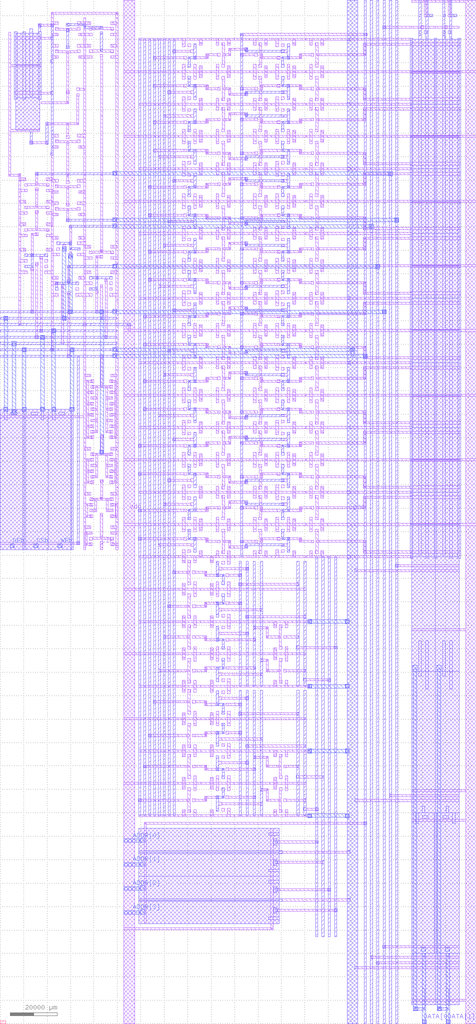
<source format=lef>
VERSION 5.4 ;
NAMESCASESENSITIVE ON ;
BUSBITCHARS "[]" ;
DIVIDERCHAR "/" ;
UNITS
  DATABASE MICRONS 1000 ;
END UNITS
SITE  MacroSite
   CLASS Core ;
   SIZE 2250.0 by 1200.0 ;
END  MacroSite
MACRO sram_2_16_1_scn3me_subm
   CLASS BLOCK ;
   SIZE 2250.0 BY 1200.0 ;
   SYMMETRY X Y R90 ;
   SITE MacroSite ;
   PIN DATA[0]
      DIRECTION INOUT ;
      PORT
         LAYER metal2 ;
         RECT  180000.0 0.0 180900.0 1800.0 ;
      END
   END DATA[0]
   PIN DATA[1]
      DIRECTION INOUT ;
      PORT
         LAYER metal2 ;
         RECT  190200.0 0.0 191100.0 1800.0 ;
      END
   END DATA[1]
   PIN ADDR[0]
      DIRECTION INPUT ;
      PORT
         LAYER metal3 ;
         RECT  52800.0 77400.0 60000.0 78900.0 ;
      END
   END ADDR[0]
   PIN ADDR[1]
      DIRECTION INPUT ;
      PORT
         LAYER metal3 ;
         RECT  52800.0 67200.0 60000.0 68700.0 ;
      END
   END ADDR[1]
   PIN ADDR[2]
      DIRECTION INPUT ;
      PORT
         LAYER metal3 ;
         RECT  52800.0 57000.0 60000.0 58500.0 ;
      END
   END ADDR[2]
   PIN ADDR[3]
      DIRECTION INPUT ;
      PORT
         LAYER metal3 ;
         RECT  52800.0 46800.0 60000.0 48300.0 ;
      END
   END ADDR[3]
   PIN CSb
      DIRECTION INPUT ;
      PORT
         LAYER metal3 ;
         RECT  14400.0 203100.0 16200.0 204900.0 ;
      END
   END CSb
   PIN WEb
      DIRECTION INPUT ;
      PORT
         LAYER metal3 ;
         RECT  24600.0 203100.0 26400.0 204900.0 ;
      END
   END WEb
   PIN OEb
      DIRECTION INPUT ;
      PORT
         LAYER metal3 ;
         RECT  4200.0 203100.0 6000.0 204900.0 ;
      END
   END OEb
   PIN clk
      DIRECTION INPUT ;
      PORT
         LAYER metal1 ;
         RECT  42600.0 202200.0 43800.0 205800.0 ;
      END
   END clk
   PIN vdd
      DIRECTION INOUT ;
      USE POWER ; 
      SHAPE ABUTMENT ; 
      PORT
         LAYER metal1 ;
         RECT  198600.0 0.0 203100.0 436800.0 ;
         LAYER metal1 ;
         RECT  52800.0 0.0 57300.0 436800.0 ;
      END
   END vdd
   PIN gnd
      DIRECTION INOUT ;
      USE GROUND ; 
      SHAPE ABUTMENT ; 
      PORT
         LAYER metal2 ;
         RECT  148050.0 0.0 152550.0 436800.0 ;
      END
   END gnd
   OBS
   LAYER  metal1 ;
      RECT  54600.0 295650.0 55500.0 298350.0 ;
      RECT  97500.0 205350.0 98400.0 206250.0 ;
      RECT  97500.0 202950.0 98400.0 203850.0 ;
      RECT  96150.0 205350.0 97950.0 206250.0 ;
      RECT  97500.0 203400.0 98400.0 205800.0 ;
      RECT  97950.0 202950.0 99900.0 203850.0 ;
      RECT  154950.0 205350.0 155850.0 206250.0 ;
      RECT  154950.0 200850.0 155850.0 201750.0 ;
      RECT  136050.0 205350.0 155400.0 206250.0 ;
      RECT  154950.0 201300.0 155850.0 205800.0 ;
      RECT  155400.0 200850.0 174900.0 201750.0 ;
      RECT  97500.0 219750.0 98400.0 220650.0 ;
      RECT  97500.0 222150.0 98400.0 223050.0 ;
      RECT  96150.0 219750.0 97950.0 220650.0 ;
      RECT  97500.0 220200.0 98400.0 222600.0 ;
      RECT  97950.0 222150.0 99900.0 223050.0 ;
      RECT  154950.0 219750.0 155850.0 220650.0 ;
      RECT  154950.0 224250.0 155850.0 225150.0 ;
      RECT  136050.0 219750.0 155400.0 220650.0 ;
      RECT  154950.0 220200.0 155850.0 224700.0 ;
      RECT  155400.0 224250.0 174900.0 225150.0 ;
      RECT  97500.0 232950.0 98400.0 233850.0 ;
      RECT  97500.0 230550.0 98400.0 231450.0 ;
      RECT  96150.0 232950.0 97950.0 233850.0 ;
      RECT  97500.0 231000.0 98400.0 233400.0 ;
      RECT  97950.0 230550.0 99900.0 231450.0 ;
      RECT  154950.0 232950.0 155850.0 233850.0 ;
      RECT  154950.0 228450.0 155850.0 229350.0 ;
      RECT  136050.0 232950.0 155400.0 233850.0 ;
      RECT  154950.0 228900.0 155850.0 233400.0 ;
      RECT  155400.0 228450.0 174900.0 229350.0 ;
      RECT  97500.0 247350.0 98400.0 248250.0 ;
      RECT  97500.0 249750.0 98400.0 250650.0 ;
      RECT  96150.0 247350.0 97950.0 248250.0 ;
      RECT  97500.0 247800.0 98400.0 250200.0 ;
      RECT  97950.0 249750.0 99900.0 250650.0 ;
      RECT  154950.0 247350.0 155850.0 248250.0 ;
      RECT  154950.0 251850.0 155850.0 252750.0 ;
      RECT  136050.0 247350.0 155400.0 248250.0 ;
      RECT  154950.0 247800.0 155850.0 252300.0 ;
      RECT  155400.0 251850.0 174900.0 252750.0 ;
      RECT  97500.0 260550.0 98400.0 261450.0 ;
      RECT  97500.0 258150.0 98400.0 259050.0 ;
      RECT  96150.0 260550.0 97950.0 261450.0 ;
      RECT  97500.0 258600.0 98400.0 261000.0 ;
      RECT  97950.0 258150.0 99900.0 259050.0 ;
      RECT  154950.0 260550.0 155850.0 261450.0 ;
      RECT  154950.0 256050.0 155850.0 256950.0 ;
      RECT  136050.0 260550.0 155400.0 261450.0 ;
      RECT  154950.0 256500.0 155850.0 261000.0 ;
      RECT  155400.0 256050.0 174900.0 256950.0 ;
      RECT  97500.0 274950.0 98400.0 275850.0 ;
      RECT  97500.0 277350.0 98400.0 278250.0 ;
      RECT  96150.0 274950.0 97950.0 275850.0 ;
      RECT  97500.0 275400.0 98400.0 277800.0 ;
      RECT  97950.0 277350.0 99900.0 278250.0 ;
      RECT  154950.0 274950.0 155850.0 275850.0 ;
      RECT  154950.0 279450.0 155850.0 280350.0 ;
      RECT  136050.0 274950.0 155400.0 275850.0 ;
      RECT  154950.0 275400.0 155850.0 279900.0 ;
      RECT  155400.0 279450.0 174900.0 280350.0 ;
      RECT  97500.0 288150.0 98400.0 289050.0 ;
      RECT  97500.0 285750.0 98400.0 286650.0 ;
      RECT  96150.0 288150.0 97950.0 289050.0 ;
      RECT  97500.0 286200.0 98400.0 288600.0 ;
      RECT  97950.0 285750.0 99900.0 286650.0 ;
      RECT  154950.0 288150.0 155850.0 289050.0 ;
      RECT  154950.0 283650.0 155850.0 284550.0 ;
      RECT  136050.0 288150.0 155400.0 289050.0 ;
      RECT  154950.0 284100.0 155850.0 288600.0 ;
      RECT  155400.0 283650.0 174900.0 284550.0 ;
      RECT  97500.0 302550.0 98400.0 303450.0 ;
      RECT  97500.0 304950.0 98400.0 305850.0 ;
      RECT  96150.0 302550.0 97950.0 303450.0 ;
      RECT  97500.0 303000.0 98400.0 305400.0 ;
      RECT  97950.0 304950.0 99900.0 305850.0 ;
      RECT  154950.0 302550.0 155850.0 303450.0 ;
      RECT  154950.0 307050.0 155850.0 307950.0 ;
      RECT  136050.0 302550.0 155400.0 303450.0 ;
      RECT  154950.0 303000.0 155850.0 307500.0 ;
      RECT  155400.0 307050.0 174900.0 307950.0 ;
      RECT  97500.0 315750.0 98400.0 316650.0 ;
      RECT  97500.0 313350.0 98400.0 314250.0 ;
      RECT  96150.0 315750.0 97950.0 316650.0 ;
      RECT  97500.0 313800.0 98400.0 316200.0 ;
      RECT  97950.0 313350.0 99900.0 314250.0 ;
      RECT  154950.0 315750.0 155850.0 316650.0 ;
      RECT  154950.0 311250.0 155850.0 312150.0 ;
      RECT  136050.0 315750.0 155400.0 316650.0 ;
      RECT  154950.0 311700.0 155850.0 316200.0 ;
      RECT  155400.0 311250.0 174900.0 312150.0 ;
      RECT  97500.0 330150.0 98400.0 331050.0 ;
      RECT  97500.0 332550.0 98400.0 333450.0 ;
      RECT  96150.0 330150.0 97950.0 331050.0 ;
      RECT  97500.0 330600.0 98400.0 333000.0 ;
      RECT  97950.0 332550.0 99900.0 333450.0 ;
      RECT  154950.0 330150.0 155850.0 331050.0 ;
      RECT  154950.0 334650.0 155850.0 335550.0 ;
      RECT  136050.0 330150.0 155400.0 331050.0 ;
      RECT  154950.0 330600.0 155850.0 335100.0 ;
      RECT  155400.0 334650.0 174900.0 335550.0 ;
      RECT  97500.0 343350.0 98400.0 344250.0 ;
      RECT  97500.0 340950.0 98400.0 341850.0 ;
      RECT  96150.0 343350.0 97950.0 344250.0 ;
      RECT  97500.0 341400.0 98400.0 343800.0 ;
      RECT  97950.0 340950.0 99900.0 341850.0 ;
      RECT  154950.0 343350.0 155850.0 344250.0 ;
      RECT  154950.0 338850.0 155850.0 339750.0 ;
      RECT  136050.0 343350.0 155400.0 344250.0 ;
      RECT  154950.0 339300.0 155850.0 343800.0 ;
      RECT  155400.0 338850.0 174900.0 339750.0 ;
      RECT  97500.0 357750.0 98400.0 358650.0 ;
      RECT  97500.0 360150.0 98400.0 361050.0 ;
      RECT  96150.0 357750.0 97950.0 358650.0 ;
      RECT  97500.0 358200.0 98400.0 360600.0 ;
      RECT  97950.0 360150.0 99900.0 361050.0 ;
      RECT  154950.0 357750.0 155850.0 358650.0 ;
      RECT  154950.0 362250.0 155850.0 363150.0 ;
      RECT  136050.0 357750.0 155400.0 358650.0 ;
      RECT  154950.0 358200.0 155850.0 362700.0 ;
      RECT  155400.0 362250.0 174900.0 363150.0 ;
      RECT  97500.0 370950.0 98400.0 371850.0 ;
      RECT  97500.0 368550.0 98400.0 369450.0 ;
      RECT  96150.0 370950.0 97950.0 371850.0 ;
      RECT  97500.0 369000.0 98400.0 371400.0 ;
      RECT  97950.0 368550.0 99900.0 369450.0 ;
      RECT  154950.0 370950.0 155850.0 371850.0 ;
      RECT  154950.0 366450.0 155850.0 367350.0 ;
      RECT  136050.0 370950.0 155400.0 371850.0 ;
      RECT  154950.0 366900.0 155850.0 371400.0 ;
      RECT  155400.0 366450.0 174900.0 367350.0 ;
      RECT  97500.0 385350.0 98400.0 386250.0 ;
      RECT  97500.0 387750.0 98400.0 388650.0 ;
      RECT  96150.0 385350.0 97950.0 386250.0 ;
      RECT  97500.0 385800.0 98400.0 388200.0 ;
      RECT  97950.0 387750.0 99900.0 388650.0 ;
      RECT  154950.0 385350.0 155850.0 386250.0 ;
      RECT  154950.0 389850.0 155850.0 390750.0 ;
      RECT  136050.0 385350.0 155400.0 386250.0 ;
      RECT  154950.0 385800.0 155850.0 390300.0 ;
      RECT  155400.0 389850.0 174900.0 390750.0 ;
      RECT  97500.0 398550.0 98400.0 399450.0 ;
      RECT  97500.0 396150.0 98400.0 397050.0 ;
      RECT  96150.0 398550.0 97950.0 399450.0 ;
      RECT  97500.0 396600.0 98400.0 399000.0 ;
      RECT  97950.0 396150.0 99900.0 397050.0 ;
      RECT  154950.0 398550.0 155850.0 399450.0 ;
      RECT  154950.0 394050.0 155850.0 394950.0 ;
      RECT  136050.0 398550.0 155400.0 399450.0 ;
      RECT  154950.0 394500.0 155850.0 399000.0 ;
      RECT  155400.0 394050.0 174900.0 394950.0 ;
      RECT  97500.0 412950.0 98400.0 413850.0 ;
      RECT  97500.0 415350.0 98400.0 416250.0 ;
      RECT  96150.0 412950.0 97950.0 413850.0 ;
      RECT  97500.0 413400.0 98400.0 415800.0 ;
      RECT  97950.0 415350.0 99900.0 416250.0 ;
      RECT  154950.0 412950.0 155850.0 413850.0 ;
      RECT  154950.0 417450.0 155850.0 418350.0 ;
      RECT  136050.0 412950.0 155400.0 413850.0 ;
      RECT  154950.0 413400.0 155850.0 417900.0 ;
      RECT  155400.0 417450.0 174900.0 418350.0 ;
      RECT  106200.0 198750.0 175500.0 199650.0 ;
      RECT  106200.0 226350.0 175500.0 227250.0 ;
      RECT  106200.0 253950.0 175500.0 254850.0 ;
      RECT  106200.0 281550.0 175500.0 282450.0 ;
      RECT  106200.0 309150.0 175500.0 310050.0 ;
      RECT  106200.0 336750.0 175500.0 337650.0 ;
      RECT  106200.0 364350.0 175500.0 365250.0 ;
      RECT  106200.0 391950.0 175500.0 392850.0 ;
      RECT  106200.0 419550.0 175500.0 420450.0 ;
      RECT  52800.0 212550.0 203100.0 213450.0 ;
      RECT  52800.0 240150.0 203100.0 241050.0 ;
      RECT  52800.0 267750.0 203100.0 268650.0 ;
      RECT  52800.0 295350.0 203100.0 296250.0 ;
      RECT  52800.0 322950.0 203100.0 323850.0 ;
      RECT  52800.0 350550.0 203100.0 351450.0 ;
      RECT  52800.0 378150.0 203100.0 379050.0 ;
      RECT  52800.0 405750.0 203100.0 406650.0 ;
      RECT  130500.0 91050.0 135000.0 91950.0 ;
      RECT  127500.0 104850.0 137700.0 105750.0 ;
      RECT  130500.0 146250.0 140400.0 147150.0 ;
      RECT  127500.0 160050.0 143100.0 160950.0 ;
      RECT  130500.0 88350.0 132000.0 89250.0 ;
      RECT  130500.0 115950.0 132000.0 116850.0 ;
      RECT  130500.0 143550.0 132000.0 144450.0 ;
      RECT  130500.0 171150.0 132000.0 172050.0 ;
      RECT  52800.0 102150.0 130500.0 103050.0 ;
      RECT  52800.0 129750.0 130500.0 130650.0 ;
      RECT  52800.0 157350.0 130500.0 158250.0 ;
      RECT  52800.0 184950.0 130500.0 185850.0 ;
      RECT  117900.0 77100.0 135000.0 78000.0 ;
      RECT  117900.0 68400.0 137700.0 69300.0 ;
      RECT  117900.0 56700.0 140400.0 57600.0 ;
      RECT  117900.0 48000.0 143100.0 48900.0 ;
      RECT  119100.0 72750.0 149250.0 73650.0 ;
      RECT  119100.0 52350.0 149250.0 53250.0 ;
      RECT  115500.0 40050.0 116400.0 40950.0 ;
      RECT  115500.0 40500.0 116400.0 42600.0 ;
      RECT  52800.0 40050.0 115950.0 40950.0 ;
      RECT  163800.0 32400.0 175500.0 33300.0 ;
      RECT  158400.0 27900.0 175500.0 28800.0 ;
      RECT  161100.0 25500.0 175500.0 26400.0 ;
      RECT  163800.0 424800.0 175500.0 425700.0 ;
      RECT  166500.0 96900.0 175500.0 97800.0 ;
      RECT  169200.0 195000.0 175500.0 195900.0 ;
      RECT  61500.0 85050.0 62400.0 85950.0 ;
      RECT  61500.0 83400.0 62400.0 85500.0 ;
      RECT  61950.0 85050.0 155700.0 85950.0 ;
      RECT  103050.0 421650.0 156600.0 422550.0 ;
      RECT  175500.0 435900.0 198600.0 436800.0 ;
      RECT  175500.0 167700.0 198600.0 168600.0 ;
      RECT  175500.0 99000.0 198600.0 99900.0 ;
      RECT  175500.0 86400.0 198600.0 87300.0 ;
      RECT  175500.0 9600.0 198600.0 10500.0 ;
      RECT  152550.0 23400.0 175500.0 24300.0 ;
      RECT  152550.0 192900.0 175500.0 193800.0 ;
      RECT  152550.0 94800.0 175500.0 95700.0 ;
      RECT  175500.0 199200.0 185700.0 213000.0 ;
      RECT  175500.0 226800.0 185700.0 213000.0 ;
      RECT  175500.0 226800.0 185700.0 240600.0 ;
      RECT  175500.0 254400.0 185700.0 240600.0 ;
      RECT  175500.0 254400.0 185700.0 268200.0 ;
      RECT  175500.0 282000.0 185700.0 268200.0 ;
      RECT  175500.0 282000.0 185700.0 295800.0 ;
      RECT  175500.0 309600.0 185700.0 295800.0 ;
      RECT  175500.0 309600.0 185700.0 323400.0 ;
      RECT  175500.0 337200.0 185700.0 323400.0 ;
      RECT  175500.0 337200.0 185700.0 351000.0 ;
      RECT  175500.0 364800.0 185700.0 351000.0 ;
      RECT  175500.0 364800.0 185700.0 378600.0 ;
      RECT  175500.0 392400.0 185700.0 378600.0 ;
      RECT  175500.0 392400.0 185700.0 406200.0 ;
      RECT  175500.0 420000.0 185700.0 406200.0 ;
      RECT  185700.0 199200.0 195900.0 213000.0 ;
      RECT  185700.0 226800.0 195900.0 213000.0 ;
      RECT  185700.0 226800.0 195900.0 240600.0 ;
      RECT  185700.0 254400.0 195900.0 240600.0 ;
      RECT  185700.0 254400.0 195900.0 268200.0 ;
      RECT  185700.0 282000.0 195900.0 268200.0 ;
      RECT  185700.0 282000.0 195900.0 295800.0 ;
      RECT  185700.0 309600.0 195900.0 295800.0 ;
      RECT  185700.0 309600.0 195900.0 323400.0 ;
      RECT  185700.0 337200.0 195900.0 323400.0 ;
      RECT  185700.0 337200.0 195900.0 351000.0 ;
      RECT  185700.0 364800.0 195900.0 351000.0 ;
      RECT  185700.0 364800.0 195900.0 378600.0 ;
      RECT  185700.0 392400.0 195900.0 378600.0 ;
      RECT  185700.0 392400.0 195900.0 406200.0 ;
      RECT  185700.0 420000.0 195900.0 406200.0 ;
      RECT  174900.0 200700.0 196500.0 201900.0 ;
      RECT  174900.0 224100.0 196500.0 225300.0 ;
      RECT  174900.0 228300.0 196500.0 229500.0 ;
      RECT  174900.0 251700.0 196500.0 252900.0 ;
      RECT  174900.0 255900.0 196500.0 257100.0 ;
      RECT  174900.0 279300.0 196500.0 280500.0 ;
      RECT  174900.0 283500.0 196500.0 284700.0 ;
      RECT  174900.0 306900.0 196500.0 308100.0 ;
      RECT  174900.0 311100.0 196500.0 312300.0 ;
      RECT  174900.0 334500.0 196500.0 335700.0 ;
      RECT  174900.0 338700.0 196500.0 339900.0 ;
      RECT  174900.0 362100.0 196500.0 363300.0 ;
      RECT  174900.0 366300.0 196500.0 367500.0 ;
      RECT  174900.0 389700.0 196500.0 390900.0 ;
      RECT  174900.0 393900.0 196500.0 395100.0 ;
      RECT  174900.0 417300.0 196500.0 418500.0 ;
      RECT  174900.0 212400.0 196500.0 213300.0 ;
      RECT  174900.0 240000.0 196500.0 240900.0 ;
      RECT  174900.0 267600.0 196500.0 268500.0 ;
      RECT  174900.0 295200.0 196500.0 296100.0 ;
      RECT  174900.0 322800.0 196500.0 323700.0 ;
      RECT  174900.0 350400.0 196500.0 351300.0 ;
      RECT  174900.0 378000.0 196500.0 378900.0 ;
      RECT  174900.0 405600.0 196500.0 406500.0 ;
      RECT  180900.0 429600.0 182100.0 436800.0 ;
      RECT  178500.0 422400.0 179700.0 423600.0 ;
      RECT  180900.0 422400.0 182100.0 423600.0 ;
      RECT  180900.0 422400.0 182100.0 423600.0 ;
      RECT  178500.0 422400.0 179700.0 423600.0 ;
      RECT  178500.0 429600.0 179700.0 430800.0 ;
      RECT  180900.0 429600.0 182100.0 430800.0 ;
      RECT  180900.0 429600.0 182100.0 430800.0 ;
      RECT  178500.0 429600.0 179700.0 430800.0 ;
      RECT  180900.0 429600.0 182100.0 430800.0 ;
      RECT  183300.0 429600.0 184500.0 430800.0 ;
      RECT  183300.0 429600.0 184500.0 430800.0 ;
      RECT  180900.0 429600.0 182100.0 430800.0 ;
      RECT  180600.0 424650.0 179400.0 425850.0 ;
      RECT  180900.0 435000.0 182100.0 436200.0 ;
      RECT  178500.0 422400.0 179700.0 423600.0 ;
      RECT  180900.0 422400.0 182100.0 423600.0 ;
      RECT  178500.0 429600.0 179700.0 430800.0 ;
      RECT  183300.0 429600.0 184500.0 430800.0 ;
      RECT  175500.0 424800.0 185700.0 425700.0 ;
      RECT  175500.0 435900.0 185700.0 436800.0 ;
      RECT  191100.0 429600.0 192300.0 436800.0 ;
      RECT  188700.0 422400.0 189900.0 423600.0 ;
      RECT  191100.0 422400.0 192300.0 423600.0 ;
      RECT  191100.0 422400.0 192300.0 423600.0 ;
      RECT  188700.0 422400.0 189900.0 423600.0 ;
      RECT  188700.0 429600.0 189900.0 430800.0 ;
      RECT  191100.0 429600.0 192300.0 430800.0 ;
      RECT  191100.0 429600.0 192300.0 430800.0 ;
      RECT  188700.0 429600.0 189900.0 430800.0 ;
      RECT  191100.0 429600.0 192300.0 430800.0 ;
      RECT  193500.0 429600.0 194700.0 430800.0 ;
      RECT  193500.0 429600.0 194700.0 430800.0 ;
      RECT  191100.0 429600.0 192300.0 430800.0 ;
      RECT  190800.0 424650.0 189600.0 425850.0 ;
      RECT  191100.0 435000.0 192300.0 436200.0 ;
      RECT  188700.0 422400.0 189900.0 423600.0 ;
      RECT  191100.0 422400.0 192300.0 423600.0 ;
      RECT  188700.0 429600.0 189900.0 430800.0 ;
      RECT  193500.0 429600.0 194700.0 430800.0 ;
      RECT  185700.0 424800.0 195900.0 425700.0 ;
      RECT  185700.0 435900.0 195900.0 436800.0 ;
      RECT  175500.0 424800.0 195900.0 425700.0 ;
      RECT  175500.0 435900.0 195900.0 436800.0 ;
      RECT  175500.0 150300.0 185700.0 199200.0 ;
      RECT  185700.0 150300.0 195900.0 199200.0 ;
      RECT  175500.0 195000.0 195900.0 195900.0 ;
      RECT  175500.0 167700.0 195900.0 168600.0 ;
      RECT  175500.0 192900.0 195900.0 193800.0 ;
      RECT  175500.0 90000.0 185700.0 150300.0 ;
      RECT  185700.0 90000.0 195900.0 150300.0 ;
      RECT  175500.0 96900.0 195900.0 97800.0 ;
      RECT  175500.0 99000.0 195900.0 99900.0 ;
      RECT  175500.0 94800.0 195900.0 95700.0 ;
      RECT  175500.0 30000.0 185700.0 90000.0 ;
      RECT  195900.0 30000.0 185700.0 90000.0 ;
      RECT  175500.0 32400.0 195900.0 33300.0 ;
      RECT  175500.0 86400.0 195900.0 87300.0 ;
      RECT  175500.0 30000.0 185700.0 8100.0 ;
      RECT  185700.0 30000.0 195900.0 8100.0 ;
      RECT  175500.0 26400.0 195900.0 25500.0 ;
      RECT  175500.0 28800.0 195900.0 27900.0 ;
      RECT  175500.0 10500.0 195900.0 9600.0 ;
      RECT  175500.0 24300.0 195900.0 23400.0 ;
      RECT  87750.0 206550.0 88650.0 207450.0 ;
      RECT  87750.0 205350.0 88650.0 206250.0 ;
      RECT  83700.0 206550.0 88200.0 207450.0 ;
      RECT  87750.0 205800.0 88650.0 207000.0 ;
      RECT  88200.0 205350.0 92700.0 206250.0 ;
      RECT  87750.0 218550.0 88650.0 219450.0 ;
      RECT  87750.0 219750.0 88650.0 220650.0 ;
      RECT  83700.0 218550.0 88200.0 219450.0 ;
      RECT  87750.0 219000.0 88650.0 220200.0 ;
      RECT  88200.0 219750.0 92700.0 220650.0 ;
      RECT  87750.0 234150.0 88650.0 235050.0 ;
      RECT  87750.0 232950.0 88650.0 233850.0 ;
      RECT  83700.0 234150.0 88200.0 235050.0 ;
      RECT  87750.0 233400.0 88650.0 234600.0 ;
      RECT  88200.0 232950.0 92700.0 233850.0 ;
      RECT  87750.0 246150.0 88650.0 247050.0 ;
      RECT  87750.0 247350.0 88650.0 248250.0 ;
      RECT  83700.0 246150.0 88200.0 247050.0 ;
      RECT  87750.0 246600.0 88650.0 247800.0 ;
      RECT  88200.0 247350.0 92700.0 248250.0 ;
      RECT  87750.0 261750.0 88650.0 262650.0 ;
      RECT  87750.0 260550.0 88650.0 261450.0 ;
      RECT  83700.0 261750.0 88200.0 262650.0 ;
      RECT  87750.0 261000.0 88650.0 262200.0 ;
      RECT  88200.0 260550.0 92700.0 261450.0 ;
      RECT  87750.0 273750.0 88650.0 274650.0 ;
      RECT  87750.0 274950.0 88650.0 275850.0 ;
      RECT  83700.0 273750.0 88200.0 274650.0 ;
      RECT  87750.0 274200.0 88650.0 275400.0 ;
      RECT  88200.0 274950.0 92700.0 275850.0 ;
      RECT  87750.0 289350.0 88650.0 290250.0 ;
      RECT  87750.0 288150.0 88650.0 289050.0 ;
      RECT  83700.0 289350.0 88200.0 290250.0 ;
      RECT  87750.0 288600.0 88650.0 289800.0 ;
      RECT  88200.0 288150.0 92700.0 289050.0 ;
      RECT  87750.0 301350.0 88650.0 302250.0 ;
      RECT  87750.0 302550.0 88650.0 303450.0 ;
      RECT  83700.0 301350.0 88200.0 302250.0 ;
      RECT  87750.0 301800.0 88650.0 303000.0 ;
      RECT  88200.0 302550.0 92700.0 303450.0 ;
      RECT  87750.0 316950.0 88650.0 317850.0 ;
      RECT  87750.0 315750.0 88650.0 316650.0 ;
      RECT  83700.0 316950.0 88200.0 317850.0 ;
      RECT  87750.0 316200.0 88650.0 317400.0 ;
      RECT  88200.0 315750.0 92700.0 316650.0 ;
      RECT  87750.0 328950.0 88650.0 329850.0 ;
      RECT  87750.0 330150.0 88650.0 331050.0 ;
      RECT  83700.0 328950.0 88200.0 329850.0 ;
      RECT  87750.0 329400.0 88650.0 330600.0 ;
      RECT  88200.0 330150.0 92700.0 331050.0 ;
      RECT  87750.0 344550.0 88650.0 345450.0 ;
      RECT  87750.0 343350.0 88650.0 344250.0 ;
      RECT  83700.0 344550.0 88200.0 345450.0 ;
      RECT  87750.0 343800.0 88650.0 345000.0 ;
      RECT  88200.0 343350.0 92700.0 344250.0 ;
      RECT  87750.0 356550.0 88650.0 357450.0 ;
      RECT  87750.0 357750.0 88650.0 358650.0 ;
      RECT  83700.0 356550.0 88200.0 357450.0 ;
      RECT  87750.0 357000.0 88650.0 358200.0 ;
      RECT  88200.0 357750.0 92700.0 358650.0 ;
      RECT  87750.0 372150.0 88650.0 373050.0 ;
      RECT  87750.0 370950.0 88650.0 371850.0 ;
      RECT  83700.0 372150.0 88200.0 373050.0 ;
      RECT  87750.0 371400.0 88650.0 372600.0 ;
      RECT  88200.0 370950.0 92700.0 371850.0 ;
      RECT  87750.0 384150.0 88650.0 385050.0 ;
      RECT  87750.0 385350.0 88650.0 386250.0 ;
      RECT  83700.0 384150.0 88200.0 385050.0 ;
      RECT  87750.0 384600.0 88650.0 385800.0 ;
      RECT  88200.0 385350.0 92700.0 386250.0 ;
      RECT  87750.0 399750.0 88650.0 400650.0 ;
      RECT  87750.0 398550.0 88650.0 399450.0 ;
      RECT  83700.0 399750.0 88200.0 400650.0 ;
      RECT  87750.0 399000.0 88650.0 400200.0 ;
      RECT  88200.0 398550.0 92700.0 399450.0 ;
      RECT  87750.0 411750.0 88650.0 412650.0 ;
      RECT  87750.0 412950.0 88650.0 413850.0 ;
      RECT  83700.0 411750.0 88200.0 412650.0 ;
      RECT  87750.0 412200.0 88650.0 413400.0 ;
      RECT  88200.0 412950.0 92700.0 413850.0 ;
      RECT  59550.0 94950.0 75900.0 95850.0 ;
      RECT  61650.0 109350.0 75900.0 110250.0 ;
      RECT  63750.0 122550.0 75900.0 123450.0 ;
      RECT  65850.0 136950.0 75900.0 137850.0 ;
      RECT  67950.0 150150.0 75900.0 151050.0 ;
      RECT  70050.0 164550.0 75900.0 165450.0 ;
      RECT  72150.0 177750.0 75900.0 178650.0 ;
      RECT  74250.0 192150.0 75900.0 193050.0 ;
      RECT  59550.0 206550.0 78300.0 207450.0 ;
      RECT  67950.0 203850.0 81300.0 204750.0 ;
      RECT  59550.0 218550.0 78300.0 219450.0 ;
      RECT  70050.0 221250.0 81300.0 222150.0 ;
      RECT  59550.0 234150.0 78300.0 235050.0 ;
      RECT  72150.0 231450.0 81300.0 232350.0 ;
      RECT  59550.0 246150.0 78300.0 247050.0 ;
      RECT  74250.0 248850.0 81300.0 249750.0 ;
      RECT  61650.0 261750.0 78300.0 262650.0 ;
      RECT  67950.0 259050.0 81300.0 259950.0 ;
      RECT  61650.0 273750.0 78300.0 274650.0 ;
      RECT  70050.0 276450.0 81300.0 277350.0 ;
      RECT  61650.0 289350.0 78300.0 290250.0 ;
      RECT  72150.0 286650.0 81300.0 287550.0 ;
      RECT  61650.0 301350.0 78300.0 302250.0 ;
      RECT  74250.0 304050.0 81300.0 304950.0 ;
      RECT  63750.0 316950.0 78300.0 317850.0 ;
      RECT  67950.0 314250.0 81300.0 315150.0 ;
      RECT  63750.0 328950.0 78300.0 329850.0 ;
      RECT  70050.0 331650.0 81300.0 332550.0 ;
      RECT  63750.0 344550.0 78300.0 345450.0 ;
      RECT  72150.0 341850.0 81300.0 342750.0 ;
      RECT  63750.0 356550.0 78300.0 357450.0 ;
      RECT  74250.0 359250.0 81300.0 360150.0 ;
      RECT  65850.0 372150.0 78300.0 373050.0 ;
      RECT  67950.0 369450.0 81300.0 370350.0 ;
      RECT  65850.0 384150.0 78300.0 385050.0 ;
      RECT  70050.0 386850.0 81300.0 387750.0 ;
      RECT  65850.0 399750.0 78300.0 400650.0 ;
      RECT  72150.0 397050.0 81300.0 397950.0 ;
      RECT  65850.0 411750.0 78300.0 412650.0 ;
      RECT  74250.0 414450.0 81300.0 415350.0 ;
      RECT  114450.0 94950.0 113550.0 95850.0 ;
      RECT  114450.0 99450.0 113550.0 100350.0 ;
      RECT  118650.0 94950.0 114000.0 95850.0 ;
      RECT  114450.0 95400.0 113550.0 99900.0 ;
      RECT  114000.0 99450.0 111450.0 100350.0 ;
      RECT  130050.0 94950.0 122100.0 95850.0 ;
      RECT  114450.0 109350.0 113550.0 110250.0 ;
      RECT  114450.0 113250.0 113550.0 114150.0 ;
      RECT  118650.0 109350.0 114000.0 110250.0 ;
      RECT  114450.0 109800.0 113550.0 113700.0 ;
      RECT  114000.0 113250.0 108450.0 114150.0 ;
      RECT  127050.0 109350.0 122100.0 110250.0 ;
      RECT  130050.0 118050.0 105450.0 118950.0 ;
      RECT  127050.0 131850.0 102450.0 132750.0 ;
      RECT  111450.0 93450.0 94500.0 94350.0 ;
      RECT  108450.0 96150.0 97500.0 97050.0 ;
      RECT  105450.0 110850.0 94500.0 111750.0 ;
      RECT  108450.0 108150.0 97500.0 109050.0 ;
      RECT  111450.0 121050.0 94500.0 121950.0 ;
      RECT  102450.0 123750.0 97500.0 124650.0 ;
      RECT  105450.0 138450.0 94500.0 139350.0 ;
      RECT  102450.0 135750.0 97500.0 136650.0 ;
      RECT  88050.0 96150.0 87150.0 97050.0 ;
      RECT  88050.0 94950.0 87150.0 95850.0 ;
      RECT  92100.0 96150.0 87600.0 97050.0 ;
      RECT  88050.0 95400.0 87150.0 96600.0 ;
      RECT  87600.0 94950.0 83100.0 95850.0 ;
      RECT  88050.0 108150.0 87150.0 109050.0 ;
      RECT  88050.0 109350.0 87150.0 110250.0 ;
      RECT  92100.0 108150.0 87600.0 109050.0 ;
      RECT  88050.0 108600.0 87150.0 109800.0 ;
      RECT  87600.0 109350.0 83100.0 110250.0 ;
      RECT  88050.0 123750.0 87150.0 124650.0 ;
      RECT  88050.0 122550.0 87150.0 123450.0 ;
      RECT  92100.0 123750.0 87600.0 124650.0 ;
      RECT  88050.0 123000.0 87150.0 124200.0 ;
      RECT  87600.0 122550.0 83100.0 123450.0 ;
      RECT  88050.0 135750.0 87150.0 136650.0 ;
      RECT  88050.0 136950.0 87150.0 137850.0 ;
      RECT  92100.0 135750.0 87600.0 136650.0 ;
      RECT  88050.0 136200.0 87150.0 137400.0 ;
      RECT  87600.0 136950.0 83100.0 137850.0 ;
      RECT  117900.0 100650.0 116700.0 102600.0 ;
      RECT  117900.0 88800.0 116700.0 90750.0 ;
      RECT  122700.0 90150.0 121500.0 88350.0 ;
      RECT  122700.0 99450.0 121500.0 103050.0 ;
      RECT  120000.0 90150.0 119100.0 99450.0 ;
      RECT  122700.0 99450.0 121500.0 100650.0 ;
      RECT  120300.0 99450.0 119100.0 100650.0 ;
      RECT  120300.0 99450.0 119100.0 100650.0 ;
      RECT  122700.0 99450.0 121500.0 100650.0 ;
      RECT  122700.0 90150.0 121500.0 91350.0 ;
      RECT  120300.0 90150.0 119100.0 91350.0 ;
      RECT  120300.0 90150.0 119100.0 91350.0 ;
      RECT  122700.0 90150.0 121500.0 91350.0 ;
      RECT  117900.0 100050.0 116700.0 101250.0 ;
      RECT  117900.0 90150.0 116700.0 91350.0 ;
      RECT  122100.0 94800.0 120900.0 96000.0 ;
      RECT  122100.0 94800.0 120900.0 96000.0 ;
      RECT  119550.0 94950.0 118650.0 95850.0 ;
      RECT  124500.0 102150.0 114900.0 103050.0 ;
      RECT  124500.0 88350.0 114900.0 89250.0 ;
      RECT  117900.0 104550.0 116700.0 102600.0 ;
      RECT  117900.0 116400.0 116700.0 114450.0 ;
      RECT  122700.0 115050.0 121500.0 116850.0 ;
      RECT  122700.0 105750.0 121500.0 102150.0 ;
      RECT  120000.0 115050.0 119100.0 105750.0 ;
      RECT  122700.0 105750.0 121500.0 104550.0 ;
      RECT  120300.0 105750.0 119100.0 104550.0 ;
      RECT  120300.0 105750.0 119100.0 104550.0 ;
      RECT  122700.0 105750.0 121500.0 104550.0 ;
      RECT  122700.0 115050.0 121500.0 113850.0 ;
      RECT  120300.0 115050.0 119100.0 113850.0 ;
      RECT  120300.0 115050.0 119100.0 113850.0 ;
      RECT  122700.0 115050.0 121500.0 113850.0 ;
      RECT  117900.0 105150.0 116700.0 103950.0 ;
      RECT  117900.0 115050.0 116700.0 113850.0 ;
      RECT  122100.0 110400.0 120900.0 109200.0 ;
      RECT  122100.0 110400.0 120900.0 109200.0 ;
      RECT  119550.0 110250.0 118650.0 109350.0 ;
      RECT  124500.0 103050.0 114900.0 102150.0 ;
      RECT  124500.0 116850.0 114900.0 115950.0 ;
      RECT  78900.0 100650.0 77700.0 102600.0 ;
      RECT  78900.0 88800.0 77700.0 90750.0 ;
      RECT  83700.0 90150.0 82500.0 88350.0 ;
      RECT  83700.0 99450.0 82500.0 103050.0 ;
      RECT  81000.0 90150.0 80100.0 99450.0 ;
      RECT  83700.0 99450.0 82500.0 100650.0 ;
      RECT  81300.0 99450.0 80100.0 100650.0 ;
      RECT  81300.0 99450.0 80100.0 100650.0 ;
      RECT  83700.0 99450.0 82500.0 100650.0 ;
      RECT  83700.0 90150.0 82500.0 91350.0 ;
      RECT  81300.0 90150.0 80100.0 91350.0 ;
      RECT  81300.0 90150.0 80100.0 91350.0 ;
      RECT  83700.0 90150.0 82500.0 91350.0 ;
      RECT  78900.0 100050.0 77700.0 101250.0 ;
      RECT  78900.0 90150.0 77700.0 91350.0 ;
      RECT  83100.0 94800.0 81900.0 96000.0 ;
      RECT  83100.0 94800.0 81900.0 96000.0 ;
      RECT  80550.0 94950.0 79650.0 95850.0 ;
      RECT  85500.0 102150.0 75900.0 103050.0 ;
      RECT  85500.0 88350.0 75900.0 89250.0 ;
      RECT  78900.0 104550.0 77700.0 102600.0 ;
      RECT  78900.0 116400.0 77700.0 114450.0 ;
      RECT  83700.0 115050.0 82500.0 116850.0 ;
      RECT  83700.0 105750.0 82500.0 102150.0 ;
      RECT  81000.0 115050.0 80100.0 105750.0 ;
      RECT  83700.0 105750.0 82500.0 104550.0 ;
      RECT  81300.0 105750.0 80100.0 104550.0 ;
      RECT  81300.0 105750.0 80100.0 104550.0 ;
      RECT  83700.0 105750.0 82500.0 104550.0 ;
      RECT  83700.0 115050.0 82500.0 113850.0 ;
      RECT  81300.0 115050.0 80100.0 113850.0 ;
      RECT  81300.0 115050.0 80100.0 113850.0 ;
      RECT  83700.0 115050.0 82500.0 113850.0 ;
      RECT  78900.0 105150.0 77700.0 103950.0 ;
      RECT  78900.0 115050.0 77700.0 113850.0 ;
      RECT  83100.0 110400.0 81900.0 109200.0 ;
      RECT  83100.0 110400.0 81900.0 109200.0 ;
      RECT  80550.0 110250.0 79650.0 109350.0 ;
      RECT  85500.0 103050.0 75900.0 102150.0 ;
      RECT  85500.0 116850.0 75900.0 115950.0 ;
      RECT  78900.0 128250.0 77700.0 130200.0 ;
      RECT  78900.0 116400.0 77700.0 118350.0 ;
      RECT  83700.0 117750.0 82500.0 115950.0 ;
      RECT  83700.0 127050.0 82500.0 130650.0 ;
      RECT  81000.0 117750.0 80100.0 127050.0 ;
      RECT  83700.0 127050.0 82500.0 128250.0 ;
      RECT  81300.0 127050.0 80100.0 128250.0 ;
      RECT  81300.0 127050.0 80100.0 128250.0 ;
      RECT  83700.0 127050.0 82500.0 128250.0 ;
      RECT  83700.0 117750.0 82500.0 118950.0 ;
      RECT  81300.0 117750.0 80100.0 118950.0 ;
      RECT  81300.0 117750.0 80100.0 118950.0 ;
      RECT  83700.0 117750.0 82500.0 118950.0 ;
      RECT  78900.0 127650.0 77700.0 128850.0 ;
      RECT  78900.0 117750.0 77700.0 118950.0 ;
      RECT  83100.0 122400.0 81900.0 123600.0 ;
      RECT  83100.0 122400.0 81900.0 123600.0 ;
      RECT  80550.0 122550.0 79650.0 123450.0 ;
      RECT  85500.0 129750.0 75900.0 130650.0 ;
      RECT  85500.0 115950.0 75900.0 116850.0 ;
      RECT  78900.0 132150.0 77700.0 130200.0 ;
      RECT  78900.0 144000.0 77700.0 142050.0 ;
      RECT  83700.0 142650.0 82500.0 144450.0 ;
      RECT  83700.0 133350.0 82500.0 129750.0 ;
      RECT  81000.0 142650.0 80100.0 133350.0 ;
      RECT  83700.0 133350.0 82500.0 132150.0 ;
      RECT  81300.0 133350.0 80100.0 132150.0 ;
      RECT  81300.0 133350.0 80100.0 132150.0 ;
      RECT  83700.0 133350.0 82500.0 132150.0 ;
      RECT  83700.0 142650.0 82500.0 141450.0 ;
      RECT  81300.0 142650.0 80100.0 141450.0 ;
      RECT  81300.0 142650.0 80100.0 141450.0 ;
      RECT  83700.0 142650.0 82500.0 141450.0 ;
      RECT  78900.0 132750.0 77700.0 131550.0 ;
      RECT  78900.0 142650.0 77700.0 141450.0 ;
      RECT  83100.0 138000.0 81900.0 136800.0 ;
      RECT  83100.0 138000.0 81900.0 136800.0 ;
      RECT  80550.0 137850.0 79650.0 136950.0 ;
      RECT  85500.0 130650.0 75900.0 129750.0 ;
      RECT  85500.0 144450.0 75900.0 143550.0 ;
      RECT  98100.0 90750.0 96900.0 88350.0 ;
      RECT  98100.0 99450.0 96900.0 103050.0 ;
      RECT  93300.0 99450.0 92100.0 103050.0 ;
      RECT  90900.0 100650.0 89700.0 102600.0 ;
      RECT  90900.0 88800.0 89700.0 90750.0 ;
      RECT  98100.0 99450.0 96900.0 100650.0 ;
      RECT  95700.0 99450.0 94500.0 100650.0 ;
      RECT  95700.0 99450.0 94500.0 100650.0 ;
      RECT  98100.0 99450.0 96900.0 100650.0 ;
      RECT  95700.0 99450.0 94500.0 100650.0 ;
      RECT  93300.0 99450.0 92100.0 100650.0 ;
      RECT  93300.0 99450.0 92100.0 100650.0 ;
      RECT  95700.0 99450.0 94500.0 100650.0 ;
      RECT  98100.0 90750.0 96900.0 91950.0 ;
      RECT  95700.0 90750.0 94500.0 91950.0 ;
      RECT  95700.0 90750.0 94500.0 91950.0 ;
      RECT  98100.0 90750.0 96900.0 91950.0 ;
      RECT  95700.0 90750.0 94500.0 91950.0 ;
      RECT  93300.0 90750.0 92100.0 91950.0 ;
      RECT  93300.0 90750.0 92100.0 91950.0 ;
      RECT  95700.0 90750.0 94500.0 91950.0 ;
      RECT  90900.0 100050.0 89700.0 101250.0 ;
      RECT  90900.0 90150.0 89700.0 91350.0 ;
      RECT  93300.0 93300.0 94500.0 94500.0 ;
      RECT  96300.0 96000.0 97500.0 97200.0 ;
      RECT  95700.0 99450.0 94500.0 100650.0 ;
      RECT  93300.0 90750.0 92100.0 91950.0 ;
      RECT  92100.0 96000.0 93300.0 97200.0 ;
      RECT  97500.0 96000.0 96300.0 97200.0 ;
      RECT  94500.0 93300.0 93300.0 94500.0 ;
      RECT  93300.0 96000.0 92100.0 97200.0 ;
      RECT  99900.0 102150.0 85500.0 103050.0 ;
      RECT  99900.0 88350.0 85500.0 89250.0 ;
      RECT  98100.0 114450.0 96900.0 116850.0 ;
      RECT  98100.0 105750.0 96900.0 102150.0 ;
      RECT  93300.0 105750.0 92100.0 102150.0 ;
      RECT  90900.0 104550.0 89700.0 102600.0 ;
      RECT  90900.0 116400.0 89700.0 114450.0 ;
      RECT  98100.0 105750.0 96900.0 104550.0 ;
      RECT  95700.0 105750.0 94500.0 104550.0 ;
      RECT  95700.0 105750.0 94500.0 104550.0 ;
      RECT  98100.0 105750.0 96900.0 104550.0 ;
      RECT  95700.0 105750.0 94500.0 104550.0 ;
      RECT  93300.0 105750.0 92100.0 104550.0 ;
      RECT  93300.0 105750.0 92100.0 104550.0 ;
      RECT  95700.0 105750.0 94500.0 104550.0 ;
      RECT  98100.0 114450.0 96900.0 113250.0 ;
      RECT  95700.0 114450.0 94500.0 113250.0 ;
      RECT  95700.0 114450.0 94500.0 113250.0 ;
      RECT  98100.0 114450.0 96900.0 113250.0 ;
      RECT  95700.0 114450.0 94500.0 113250.0 ;
      RECT  93300.0 114450.0 92100.0 113250.0 ;
      RECT  93300.0 114450.0 92100.0 113250.0 ;
      RECT  95700.0 114450.0 94500.0 113250.0 ;
      RECT  90900.0 105150.0 89700.0 103950.0 ;
      RECT  90900.0 115050.0 89700.0 113850.0 ;
      RECT  93300.0 111900.0 94500.0 110700.0 ;
      RECT  96300.0 109200.0 97500.0 108000.0 ;
      RECT  95700.0 105750.0 94500.0 104550.0 ;
      RECT  93300.0 114450.0 92100.0 113250.0 ;
      RECT  92100.0 109200.0 93300.0 108000.0 ;
      RECT  97500.0 109200.0 96300.0 108000.0 ;
      RECT  94500.0 111900.0 93300.0 110700.0 ;
      RECT  93300.0 109200.0 92100.0 108000.0 ;
      RECT  99900.0 103050.0 85500.0 102150.0 ;
      RECT  99900.0 116850.0 85500.0 115950.0 ;
      RECT  98100.0 118350.0 96900.0 115950.0 ;
      RECT  98100.0 127050.0 96900.0 130650.0 ;
      RECT  93300.0 127050.0 92100.0 130650.0 ;
      RECT  90900.0 128250.0 89700.0 130200.0 ;
      RECT  90900.0 116400.0 89700.0 118350.0 ;
      RECT  98100.0 127050.0 96900.0 128250.0 ;
      RECT  95700.0 127050.0 94500.0 128250.0 ;
      RECT  95700.0 127050.0 94500.0 128250.0 ;
      RECT  98100.0 127050.0 96900.0 128250.0 ;
      RECT  95700.0 127050.0 94500.0 128250.0 ;
      RECT  93300.0 127050.0 92100.0 128250.0 ;
      RECT  93300.0 127050.0 92100.0 128250.0 ;
      RECT  95700.0 127050.0 94500.0 128250.0 ;
      RECT  98100.0 118350.0 96900.0 119550.0 ;
      RECT  95700.0 118350.0 94500.0 119550.0 ;
      RECT  95700.0 118350.0 94500.0 119550.0 ;
      RECT  98100.0 118350.0 96900.0 119550.0 ;
      RECT  95700.0 118350.0 94500.0 119550.0 ;
      RECT  93300.0 118350.0 92100.0 119550.0 ;
      RECT  93300.0 118350.0 92100.0 119550.0 ;
      RECT  95700.0 118350.0 94500.0 119550.0 ;
      RECT  90900.0 127650.0 89700.0 128850.0 ;
      RECT  90900.0 117750.0 89700.0 118950.0 ;
      RECT  93300.0 120900.0 94500.0 122100.0 ;
      RECT  96300.0 123600.0 97500.0 124800.0 ;
      RECT  95700.0 127050.0 94500.0 128250.0 ;
      RECT  93300.0 118350.0 92100.0 119550.0 ;
      RECT  92100.0 123600.0 93300.0 124800.0 ;
      RECT  97500.0 123600.0 96300.0 124800.0 ;
      RECT  94500.0 120900.0 93300.0 122100.0 ;
      RECT  93300.0 123600.0 92100.0 124800.0 ;
      RECT  99900.0 129750.0 85500.0 130650.0 ;
      RECT  99900.0 115950.0 85500.0 116850.0 ;
      RECT  98100.0 142050.0 96900.0 144450.0 ;
      RECT  98100.0 133350.0 96900.0 129750.0 ;
      RECT  93300.0 133350.0 92100.0 129750.0 ;
      RECT  90900.0 132150.0 89700.0 130200.0 ;
      RECT  90900.0 144000.0 89700.0 142050.0 ;
      RECT  98100.0 133350.0 96900.0 132150.0 ;
      RECT  95700.0 133350.0 94500.0 132150.0 ;
      RECT  95700.0 133350.0 94500.0 132150.0 ;
      RECT  98100.0 133350.0 96900.0 132150.0 ;
      RECT  95700.0 133350.0 94500.0 132150.0 ;
      RECT  93300.0 133350.0 92100.0 132150.0 ;
      RECT  93300.0 133350.0 92100.0 132150.0 ;
      RECT  95700.0 133350.0 94500.0 132150.0 ;
      RECT  98100.0 142050.0 96900.0 140850.0 ;
      RECT  95700.0 142050.0 94500.0 140850.0 ;
      RECT  95700.0 142050.0 94500.0 140850.0 ;
      RECT  98100.0 142050.0 96900.0 140850.0 ;
      RECT  95700.0 142050.0 94500.0 140850.0 ;
      RECT  93300.0 142050.0 92100.0 140850.0 ;
      RECT  93300.0 142050.0 92100.0 140850.0 ;
      RECT  95700.0 142050.0 94500.0 140850.0 ;
      RECT  90900.0 132750.0 89700.0 131550.0 ;
      RECT  90900.0 142650.0 89700.0 141450.0 ;
      RECT  93300.0 139500.0 94500.0 138300.0 ;
      RECT  96300.0 136800.0 97500.0 135600.0 ;
      RECT  95700.0 133350.0 94500.0 132150.0 ;
      RECT  93300.0 142050.0 92100.0 140850.0 ;
      RECT  92100.0 136800.0 93300.0 135600.0 ;
      RECT  97500.0 136800.0 96300.0 135600.0 ;
      RECT  94500.0 139500.0 93300.0 138300.0 ;
      RECT  93300.0 136800.0 92100.0 135600.0 ;
      RECT  99900.0 130650.0 85500.0 129750.0 ;
      RECT  99900.0 144450.0 85500.0 143550.0 ;
      RECT  110850.0 99300.0 112050.0 100500.0 ;
      RECT  129450.0 94800.0 130650.0 96000.0 ;
      RECT  107850.0 113100.0 109050.0 114300.0 ;
      RECT  126450.0 109200.0 127650.0 110400.0 ;
      RECT  129450.0 117900.0 130650.0 119100.0 ;
      RECT  104850.0 117900.0 106050.0 119100.0 ;
      RECT  126450.0 131700.0 127650.0 132900.0 ;
      RECT  101850.0 131700.0 103050.0 132900.0 ;
      RECT  110850.0 93300.0 112050.0 94500.0 ;
      RECT  107850.0 96000.0 109050.0 97200.0 ;
      RECT  104850.0 110700.0 106050.0 111900.0 ;
      RECT  107850.0 108000.0 109050.0 109200.0 ;
      RECT  110850.0 120900.0 112050.0 122100.0 ;
      RECT  101850.0 123600.0 103050.0 124800.0 ;
      RECT  104850.0 138300.0 106050.0 139500.0 ;
      RECT  101850.0 135600.0 103050.0 136800.0 ;
      RECT  79650.0 94950.0 75900.0 95850.0 ;
      RECT  79650.0 109350.0 75900.0 110250.0 ;
      RECT  79650.0 122550.0 75900.0 123450.0 ;
      RECT  79650.0 136950.0 75900.0 137850.0 ;
      RECT  130500.0 102150.0 75900.0 103050.0 ;
      RECT  130500.0 129750.0 75900.0 130650.0 ;
      RECT  130500.0 88350.0 75900.0 89250.0 ;
      RECT  130500.0 115950.0 75900.0 116850.0 ;
      RECT  130500.0 143550.0 75900.0 144450.0 ;
      RECT  114450.0 150150.0 113550.0 151050.0 ;
      RECT  114450.0 154650.0 113550.0 155550.0 ;
      RECT  118650.0 150150.0 114000.0 151050.0 ;
      RECT  114450.0 150600.0 113550.0 155100.0 ;
      RECT  114000.0 154650.0 111450.0 155550.0 ;
      RECT  130050.0 150150.0 122100.0 151050.0 ;
      RECT  114450.0 164550.0 113550.0 165450.0 ;
      RECT  114450.0 168450.0 113550.0 169350.0 ;
      RECT  118650.0 164550.0 114000.0 165450.0 ;
      RECT  114450.0 165000.0 113550.0 168900.0 ;
      RECT  114000.0 168450.0 108450.0 169350.0 ;
      RECT  127050.0 164550.0 122100.0 165450.0 ;
      RECT  130050.0 173250.0 105450.0 174150.0 ;
      RECT  127050.0 187050.0 102450.0 187950.0 ;
      RECT  111450.0 148650.0 94500.0 149550.0 ;
      RECT  108450.0 151350.0 97500.0 152250.0 ;
      RECT  105450.0 166050.0 94500.0 166950.0 ;
      RECT  108450.0 163350.0 97500.0 164250.0 ;
      RECT  111450.0 176250.0 94500.0 177150.0 ;
      RECT  102450.0 178950.0 97500.0 179850.0 ;
      RECT  105450.0 193650.0 94500.0 194550.0 ;
      RECT  102450.0 190950.0 97500.0 191850.0 ;
      RECT  88050.0 151350.0 87150.0 152250.0 ;
      RECT  88050.0 150150.0 87150.0 151050.0 ;
      RECT  92100.0 151350.0 87600.0 152250.0 ;
      RECT  88050.0 150600.0 87150.0 151800.0 ;
      RECT  87600.0 150150.0 83100.0 151050.0 ;
      RECT  88050.0 163350.0 87150.0 164250.0 ;
      RECT  88050.0 164550.0 87150.0 165450.0 ;
      RECT  92100.0 163350.0 87600.0 164250.0 ;
      RECT  88050.0 163800.0 87150.0 165000.0 ;
      RECT  87600.0 164550.0 83100.0 165450.0 ;
      RECT  88050.0 178950.0 87150.0 179850.0 ;
      RECT  88050.0 177750.0 87150.0 178650.0 ;
      RECT  92100.0 178950.0 87600.0 179850.0 ;
      RECT  88050.0 178200.0 87150.0 179400.0 ;
      RECT  87600.0 177750.0 83100.0 178650.0 ;
      RECT  88050.0 190950.0 87150.0 191850.0 ;
      RECT  88050.0 192150.0 87150.0 193050.0 ;
      RECT  92100.0 190950.0 87600.0 191850.0 ;
      RECT  88050.0 191400.0 87150.0 192600.0 ;
      RECT  87600.0 192150.0 83100.0 193050.0 ;
      RECT  117900.0 155850.0 116700.0 157800.0 ;
      RECT  117900.0 144000.0 116700.0 145950.0 ;
      RECT  122700.0 145350.0 121500.0 143550.0 ;
      RECT  122700.0 154650.0 121500.0 158250.0 ;
      RECT  120000.0 145350.0 119100.0 154650.0 ;
      RECT  122700.0 154650.0 121500.0 155850.0 ;
      RECT  120300.0 154650.0 119100.0 155850.0 ;
      RECT  120300.0 154650.0 119100.0 155850.0 ;
      RECT  122700.0 154650.0 121500.0 155850.0 ;
      RECT  122700.0 145350.0 121500.0 146550.0 ;
      RECT  120300.0 145350.0 119100.0 146550.0 ;
      RECT  120300.0 145350.0 119100.0 146550.0 ;
      RECT  122700.0 145350.0 121500.0 146550.0 ;
      RECT  117900.0 155250.0 116700.0 156450.0 ;
      RECT  117900.0 145350.0 116700.0 146550.0 ;
      RECT  122100.0 150000.0 120900.0 151200.0 ;
      RECT  122100.0 150000.0 120900.0 151200.0 ;
      RECT  119550.0 150150.0 118650.0 151050.0 ;
      RECT  124500.0 157350.0 114900.0 158250.0 ;
      RECT  124500.0 143550.0 114900.0 144450.0 ;
      RECT  117900.0 159750.0 116700.0 157800.0 ;
      RECT  117900.0 171600.0 116700.0 169650.0 ;
      RECT  122700.0 170250.0 121500.0 172050.0 ;
      RECT  122700.0 160950.0 121500.0 157350.0 ;
      RECT  120000.0 170250.0 119100.0 160950.0 ;
      RECT  122700.0 160950.0 121500.0 159750.0 ;
      RECT  120300.0 160950.0 119100.0 159750.0 ;
      RECT  120300.0 160950.0 119100.0 159750.0 ;
      RECT  122700.0 160950.0 121500.0 159750.0 ;
      RECT  122700.0 170250.0 121500.0 169050.0 ;
      RECT  120300.0 170250.0 119100.0 169050.0 ;
      RECT  120300.0 170250.0 119100.0 169050.0 ;
      RECT  122700.0 170250.0 121500.0 169050.0 ;
      RECT  117900.0 160350.0 116700.0 159150.0 ;
      RECT  117900.0 170250.0 116700.0 169050.0 ;
      RECT  122100.0 165600.0 120900.0 164400.0 ;
      RECT  122100.0 165600.0 120900.0 164400.0 ;
      RECT  119550.0 165450.0 118650.0 164550.0 ;
      RECT  124500.0 158250.0 114900.0 157350.0 ;
      RECT  124500.0 172050.0 114900.0 171150.0 ;
      RECT  78900.0 155850.0 77700.0 157800.0 ;
      RECT  78900.0 144000.0 77700.0 145950.0 ;
      RECT  83700.0 145350.0 82500.0 143550.0 ;
      RECT  83700.0 154650.0 82500.0 158250.0 ;
      RECT  81000.0 145350.0 80100.0 154650.0 ;
      RECT  83700.0 154650.0 82500.0 155850.0 ;
      RECT  81300.0 154650.0 80100.0 155850.0 ;
      RECT  81300.0 154650.0 80100.0 155850.0 ;
      RECT  83700.0 154650.0 82500.0 155850.0 ;
      RECT  83700.0 145350.0 82500.0 146550.0 ;
      RECT  81300.0 145350.0 80100.0 146550.0 ;
      RECT  81300.0 145350.0 80100.0 146550.0 ;
      RECT  83700.0 145350.0 82500.0 146550.0 ;
      RECT  78900.0 155250.0 77700.0 156450.0 ;
      RECT  78900.0 145350.0 77700.0 146550.0 ;
      RECT  83100.0 150000.0 81900.0 151200.0 ;
      RECT  83100.0 150000.0 81900.0 151200.0 ;
      RECT  80550.0 150150.0 79650.0 151050.0 ;
      RECT  85500.0 157350.0 75900.0 158250.0 ;
      RECT  85500.0 143550.0 75900.0 144450.0 ;
      RECT  78900.0 159750.0 77700.0 157800.0 ;
      RECT  78900.0 171600.0 77700.0 169650.0 ;
      RECT  83700.0 170250.0 82500.0 172050.0 ;
      RECT  83700.0 160950.0 82500.0 157350.0 ;
      RECT  81000.0 170250.0 80100.0 160950.0 ;
      RECT  83700.0 160950.0 82500.0 159750.0 ;
      RECT  81300.0 160950.0 80100.0 159750.0 ;
      RECT  81300.0 160950.0 80100.0 159750.0 ;
      RECT  83700.0 160950.0 82500.0 159750.0 ;
      RECT  83700.0 170250.0 82500.0 169050.0 ;
      RECT  81300.0 170250.0 80100.0 169050.0 ;
      RECT  81300.0 170250.0 80100.0 169050.0 ;
      RECT  83700.0 170250.0 82500.0 169050.0 ;
      RECT  78900.0 160350.0 77700.0 159150.0 ;
      RECT  78900.0 170250.0 77700.0 169050.0 ;
      RECT  83100.0 165600.0 81900.0 164400.0 ;
      RECT  83100.0 165600.0 81900.0 164400.0 ;
      RECT  80550.0 165450.0 79650.0 164550.0 ;
      RECT  85500.0 158250.0 75900.0 157350.0 ;
      RECT  85500.0 172050.0 75900.0 171150.0 ;
      RECT  78900.0 183450.0 77700.0 185400.0 ;
      RECT  78900.0 171600.0 77700.0 173550.0 ;
      RECT  83700.0 172950.0 82500.0 171150.0 ;
      RECT  83700.0 182250.0 82500.0 185850.0 ;
      RECT  81000.0 172950.0 80100.0 182250.0 ;
      RECT  83700.0 182250.0 82500.0 183450.0 ;
      RECT  81300.0 182250.0 80100.0 183450.0 ;
      RECT  81300.0 182250.0 80100.0 183450.0 ;
      RECT  83700.0 182250.0 82500.0 183450.0 ;
      RECT  83700.0 172950.0 82500.0 174150.0 ;
      RECT  81300.0 172950.0 80100.0 174150.0 ;
      RECT  81300.0 172950.0 80100.0 174150.0 ;
      RECT  83700.0 172950.0 82500.0 174150.0 ;
      RECT  78900.0 182850.0 77700.0 184050.0 ;
      RECT  78900.0 172950.0 77700.0 174150.0 ;
      RECT  83100.0 177600.0 81900.0 178800.0 ;
      RECT  83100.0 177600.0 81900.0 178800.0 ;
      RECT  80550.0 177750.0 79650.0 178650.0 ;
      RECT  85500.0 184950.0 75900.0 185850.0 ;
      RECT  85500.0 171150.0 75900.0 172050.0 ;
      RECT  78900.0 187350.0 77700.0 185400.0 ;
      RECT  78900.0 199200.0 77700.0 197250.0 ;
      RECT  83700.0 197850.0 82500.0 199650.0 ;
      RECT  83700.0 188550.0 82500.0 184950.0 ;
      RECT  81000.0 197850.0 80100.0 188550.0 ;
      RECT  83700.0 188550.0 82500.0 187350.0 ;
      RECT  81300.0 188550.0 80100.0 187350.0 ;
      RECT  81300.0 188550.0 80100.0 187350.0 ;
      RECT  83700.0 188550.0 82500.0 187350.0 ;
      RECT  83700.0 197850.0 82500.0 196650.0 ;
      RECT  81300.0 197850.0 80100.0 196650.0 ;
      RECT  81300.0 197850.0 80100.0 196650.0 ;
      RECT  83700.0 197850.0 82500.0 196650.0 ;
      RECT  78900.0 187950.0 77700.0 186750.0 ;
      RECT  78900.0 197850.0 77700.0 196650.0 ;
      RECT  83100.0 193200.0 81900.0 192000.0 ;
      RECT  83100.0 193200.0 81900.0 192000.0 ;
      RECT  80550.0 193050.0 79650.0 192150.0 ;
      RECT  85500.0 185850.0 75900.0 184950.0 ;
      RECT  85500.0 199650.0 75900.0 198750.0 ;
      RECT  98100.0 145950.0 96900.0 143550.0 ;
      RECT  98100.0 154650.0 96900.0 158250.0 ;
      RECT  93300.0 154650.0 92100.0 158250.0 ;
      RECT  90900.0 155850.0 89700.0 157800.0 ;
      RECT  90900.0 144000.0 89700.0 145950.0 ;
      RECT  98100.0 154650.0 96900.0 155850.0 ;
      RECT  95700.0 154650.0 94500.0 155850.0 ;
      RECT  95700.0 154650.0 94500.0 155850.0 ;
      RECT  98100.0 154650.0 96900.0 155850.0 ;
      RECT  95700.0 154650.0 94500.0 155850.0 ;
      RECT  93300.0 154650.0 92100.0 155850.0 ;
      RECT  93300.0 154650.0 92100.0 155850.0 ;
      RECT  95700.0 154650.0 94500.0 155850.0 ;
      RECT  98100.0 145950.0 96900.0 147150.0 ;
      RECT  95700.0 145950.0 94500.0 147150.0 ;
      RECT  95700.0 145950.0 94500.0 147150.0 ;
      RECT  98100.0 145950.0 96900.0 147150.0 ;
      RECT  95700.0 145950.0 94500.0 147150.0 ;
      RECT  93300.0 145950.0 92100.0 147150.0 ;
      RECT  93300.0 145950.0 92100.0 147150.0 ;
      RECT  95700.0 145950.0 94500.0 147150.0 ;
      RECT  90900.0 155250.0 89700.0 156450.0 ;
      RECT  90900.0 145350.0 89700.0 146550.0 ;
      RECT  93300.0 148500.0 94500.0 149700.0 ;
      RECT  96300.0 151200.0 97500.0 152400.0 ;
      RECT  95700.0 154650.0 94500.0 155850.0 ;
      RECT  93300.0 145950.0 92100.0 147150.0 ;
      RECT  92100.0 151200.0 93300.0 152400.0 ;
      RECT  97500.0 151200.0 96300.0 152400.0 ;
      RECT  94500.0 148500.0 93300.0 149700.0 ;
      RECT  93300.0 151200.0 92100.0 152400.0 ;
      RECT  99900.0 157350.0 85500.0 158250.0 ;
      RECT  99900.0 143550.0 85500.0 144450.0 ;
      RECT  98100.0 169650.0 96900.0 172050.0 ;
      RECT  98100.0 160950.0 96900.0 157350.0 ;
      RECT  93300.0 160950.0 92100.0 157350.0 ;
      RECT  90900.0 159750.0 89700.0 157800.0 ;
      RECT  90900.0 171600.0 89700.0 169650.0 ;
      RECT  98100.0 160950.0 96900.0 159750.0 ;
      RECT  95700.0 160950.0 94500.0 159750.0 ;
      RECT  95700.0 160950.0 94500.0 159750.0 ;
      RECT  98100.0 160950.0 96900.0 159750.0 ;
      RECT  95700.0 160950.0 94500.0 159750.0 ;
      RECT  93300.0 160950.0 92100.0 159750.0 ;
      RECT  93300.0 160950.0 92100.0 159750.0 ;
      RECT  95700.0 160950.0 94500.0 159750.0 ;
      RECT  98100.0 169650.0 96900.0 168450.0 ;
      RECT  95700.0 169650.0 94500.0 168450.0 ;
      RECT  95700.0 169650.0 94500.0 168450.0 ;
      RECT  98100.0 169650.0 96900.0 168450.0 ;
      RECT  95700.0 169650.0 94500.0 168450.0 ;
      RECT  93300.0 169650.0 92100.0 168450.0 ;
      RECT  93300.0 169650.0 92100.0 168450.0 ;
      RECT  95700.0 169650.0 94500.0 168450.0 ;
      RECT  90900.0 160350.0 89700.0 159150.0 ;
      RECT  90900.0 170250.0 89700.0 169050.0 ;
      RECT  93300.0 167100.0 94500.0 165900.0 ;
      RECT  96300.0 164400.0 97500.0 163200.0 ;
      RECT  95700.0 160950.0 94500.0 159750.0 ;
      RECT  93300.0 169650.0 92100.0 168450.0 ;
      RECT  92100.0 164400.0 93300.0 163200.0 ;
      RECT  97500.0 164400.0 96300.0 163200.0 ;
      RECT  94500.0 167100.0 93300.0 165900.0 ;
      RECT  93300.0 164400.0 92100.0 163200.0 ;
      RECT  99900.0 158250.0 85500.0 157350.0 ;
      RECT  99900.0 172050.0 85500.0 171150.0 ;
      RECT  98100.0 173550.0 96900.0 171150.0 ;
      RECT  98100.0 182250.0 96900.0 185850.0 ;
      RECT  93300.0 182250.0 92100.0 185850.0 ;
      RECT  90900.0 183450.0 89700.0 185400.0 ;
      RECT  90900.0 171600.0 89700.0 173550.0 ;
      RECT  98100.0 182250.0 96900.0 183450.0 ;
      RECT  95700.0 182250.0 94500.0 183450.0 ;
      RECT  95700.0 182250.0 94500.0 183450.0 ;
      RECT  98100.0 182250.0 96900.0 183450.0 ;
      RECT  95700.0 182250.0 94500.0 183450.0 ;
      RECT  93300.0 182250.0 92100.0 183450.0 ;
      RECT  93300.0 182250.0 92100.0 183450.0 ;
      RECT  95700.0 182250.0 94500.0 183450.0 ;
      RECT  98100.0 173550.0 96900.0 174750.0 ;
      RECT  95700.0 173550.0 94500.0 174750.0 ;
      RECT  95700.0 173550.0 94500.0 174750.0 ;
      RECT  98100.0 173550.0 96900.0 174750.0 ;
      RECT  95700.0 173550.0 94500.0 174750.0 ;
      RECT  93300.0 173550.0 92100.0 174750.0 ;
      RECT  93300.0 173550.0 92100.0 174750.0 ;
      RECT  95700.0 173550.0 94500.0 174750.0 ;
      RECT  90900.0 182850.0 89700.0 184050.0 ;
      RECT  90900.0 172950.0 89700.0 174150.0 ;
      RECT  93300.0 176100.0 94500.0 177300.0 ;
      RECT  96300.0 178800.0 97500.0 180000.0 ;
      RECT  95700.0 182250.0 94500.0 183450.0 ;
      RECT  93300.0 173550.0 92100.0 174750.0 ;
      RECT  92100.0 178800.0 93300.0 180000.0 ;
      RECT  97500.0 178800.0 96300.0 180000.0 ;
      RECT  94500.0 176100.0 93300.0 177300.0 ;
      RECT  93300.0 178800.0 92100.0 180000.0 ;
      RECT  99900.0 184950.0 85500.0 185850.0 ;
      RECT  99900.0 171150.0 85500.0 172050.0 ;
      RECT  98100.0 197250.0 96900.0 199650.0 ;
      RECT  98100.0 188550.0 96900.0 184950.0 ;
      RECT  93300.0 188550.0 92100.0 184950.0 ;
      RECT  90900.0 187350.0 89700.0 185400.0 ;
      RECT  90900.0 199200.0 89700.0 197250.0 ;
      RECT  98100.0 188550.0 96900.0 187350.0 ;
      RECT  95700.0 188550.0 94500.0 187350.0 ;
      RECT  95700.0 188550.0 94500.0 187350.0 ;
      RECT  98100.0 188550.0 96900.0 187350.0 ;
      RECT  95700.0 188550.0 94500.0 187350.0 ;
      RECT  93300.0 188550.0 92100.0 187350.0 ;
      RECT  93300.0 188550.0 92100.0 187350.0 ;
      RECT  95700.0 188550.0 94500.0 187350.0 ;
      RECT  98100.0 197250.0 96900.0 196050.0 ;
      RECT  95700.0 197250.0 94500.0 196050.0 ;
      RECT  95700.0 197250.0 94500.0 196050.0 ;
      RECT  98100.0 197250.0 96900.0 196050.0 ;
      RECT  95700.0 197250.0 94500.0 196050.0 ;
      RECT  93300.0 197250.0 92100.0 196050.0 ;
      RECT  93300.0 197250.0 92100.0 196050.0 ;
      RECT  95700.0 197250.0 94500.0 196050.0 ;
      RECT  90900.0 187950.0 89700.0 186750.0 ;
      RECT  90900.0 197850.0 89700.0 196650.0 ;
      RECT  93300.0 194700.0 94500.0 193500.0 ;
      RECT  96300.0 192000.0 97500.0 190800.0 ;
      RECT  95700.0 188550.0 94500.0 187350.0 ;
      RECT  93300.0 197250.0 92100.0 196050.0 ;
      RECT  92100.0 192000.0 93300.0 190800.0 ;
      RECT  97500.0 192000.0 96300.0 190800.0 ;
      RECT  94500.0 194700.0 93300.0 193500.0 ;
      RECT  93300.0 192000.0 92100.0 190800.0 ;
      RECT  99900.0 185850.0 85500.0 184950.0 ;
      RECT  99900.0 199650.0 85500.0 198750.0 ;
      RECT  110850.0 154500.0 112050.0 155700.0 ;
      RECT  129450.0 150000.0 130650.0 151200.0 ;
      RECT  107850.0 168300.0 109050.0 169500.0 ;
      RECT  126450.0 164400.0 127650.0 165600.0 ;
      RECT  129450.0 173100.0 130650.0 174300.0 ;
      RECT  104850.0 173100.0 106050.0 174300.0 ;
      RECT  126450.0 186900.0 127650.0 188100.0 ;
      RECT  101850.0 186900.0 103050.0 188100.0 ;
      RECT  110850.0 148500.0 112050.0 149700.0 ;
      RECT  107850.0 151200.0 109050.0 152400.0 ;
      RECT  104850.0 165900.0 106050.0 167100.0 ;
      RECT  107850.0 163200.0 109050.0 164400.0 ;
      RECT  110850.0 176100.0 112050.0 177300.0 ;
      RECT  101850.0 178800.0 103050.0 180000.0 ;
      RECT  104850.0 193500.0 106050.0 194700.0 ;
      RECT  101850.0 190800.0 103050.0 192000.0 ;
      RECT  79650.0 150150.0 75900.0 151050.0 ;
      RECT  79650.0 164550.0 75900.0 165450.0 ;
      RECT  79650.0 177750.0 75900.0 178650.0 ;
      RECT  79650.0 192150.0 75900.0 193050.0 ;
      RECT  130500.0 157350.0 75900.0 158250.0 ;
      RECT  130500.0 184950.0 75900.0 185850.0 ;
      RECT  130500.0 143550.0 75900.0 144450.0 ;
      RECT  130500.0 171150.0 75900.0 172050.0 ;
      RECT  130500.0 198750.0 75900.0 199650.0 ;
      RECT  77700.0 201150.0 78900.0 198750.0 ;
      RECT  77700.0 209850.0 78900.0 213450.0 ;
      RECT  82500.0 209850.0 83700.0 213450.0 ;
      RECT  84900.0 211050.0 86100.0 213000.0 ;
      RECT  84900.0 199200.0 86100.0 201150.0 ;
      RECT  77700.0 209850.0 78900.0 211050.0 ;
      RECT  80100.0 209850.0 81300.0 211050.0 ;
      RECT  80100.0 209850.0 81300.0 211050.0 ;
      RECT  77700.0 209850.0 78900.0 211050.0 ;
      RECT  80100.0 209850.0 81300.0 211050.0 ;
      RECT  82500.0 209850.0 83700.0 211050.0 ;
      RECT  82500.0 209850.0 83700.0 211050.0 ;
      RECT  80100.0 209850.0 81300.0 211050.0 ;
      RECT  77700.0 201150.0 78900.0 202350.0 ;
      RECT  80100.0 201150.0 81300.0 202350.0 ;
      RECT  80100.0 201150.0 81300.0 202350.0 ;
      RECT  77700.0 201150.0 78900.0 202350.0 ;
      RECT  80100.0 201150.0 81300.0 202350.0 ;
      RECT  82500.0 201150.0 83700.0 202350.0 ;
      RECT  82500.0 201150.0 83700.0 202350.0 ;
      RECT  80100.0 201150.0 81300.0 202350.0 ;
      RECT  84900.0 210450.0 86100.0 211650.0 ;
      RECT  84900.0 200550.0 86100.0 201750.0 ;
      RECT  82500.0 203700.0 81300.0 204900.0 ;
      RECT  79500.0 206400.0 78300.0 207600.0 ;
      RECT  80100.0 209850.0 81300.0 211050.0 ;
      RECT  82500.0 201150.0 83700.0 202350.0 ;
      RECT  83700.0 206400.0 82500.0 207600.0 ;
      RECT  78300.0 206400.0 79500.0 207600.0 ;
      RECT  81300.0 203700.0 82500.0 204900.0 ;
      RECT  82500.0 206400.0 83700.0 207600.0 ;
      RECT  75900.0 212550.0 90300.0 213450.0 ;
      RECT  75900.0 198750.0 90300.0 199650.0 ;
      RECT  77700.0 224850.0 78900.0 227250.0 ;
      RECT  77700.0 216150.0 78900.0 212550.0 ;
      RECT  82500.0 216150.0 83700.0 212550.0 ;
      RECT  84900.0 214950.0 86100.0 213000.0 ;
      RECT  84900.0 226800.0 86100.0 224850.0 ;
      RECT  77700.0 216150.0 78900.0 214950.0 ;
      RECT  80100.0 216150.0 81300.0 214950.0 ;
      RECT  80100.0 216150.0 81300.0 214950.0 ;
      RECT  77700.0 216150.0 78900.0 214950.0 ;
      RECT  80100.0 216150.0 81300.0 214950.0 ;
      RECT  82500.0 216150.0 83700.0 214950.0 ;
      RECT  82500.0 216150.0 83700.0 214950.0 ;
      RECT  80100.0 216150.0 81300.0 214950.0 ;
      RECT  77700.0 224850.0 78900.0 223650.0 ;
      RECT  80100.0 224850.0 81300.0 223650.0 ;
      RECT  80100.0 224850.0 81300.0 223650.0 ;
      RECT  77700.0 224850.0 78900.0 223650.0 ;
      RECT  80100.0 224850.0 81300.0 223650.0 ;
      RECT  82500.0 224850.0 83700.0 223650.0 ;
      RECT  82500.0 224850.0 83700.0 223650.0 ;
      RECT  80100.0 224850.0 81300.0 223650.0 ;
      RECT  84900.0 215550.0 86100.0 214350.0 ;
      RECT  84900.0 225450.0 86100.0 224250.0 ;
      RECT  82500.0 222300.0 81300.0 221100.0 ;
      RECT  79500.0 219600.0 78300.0 218400.0 ;
      RECT  80100.0 216150.0 81300.0 214950.0 ;
      RECT  82500.0 224850.0 83700.0 223650.0 ;
      RECT  83700.0 219600.0 82500.0 218400.0 ;
      RECT  78300.0 219600.0 79500.0 218400.0 ;
      RECT  81300.0 222300.0 82500.0 221100.0 ;
      RECT  82500.0 219600.0 83700.0 218400.0 ;
      RECT  75900.0 213450.0 90300.0 212550.0 ;
      RECT  75900.0 227250.0 90300.0 226350.0 ;
      RECT  77700.0 228750.0 78900.0 226350.0 ;
      RECT  77700.0 237450.0 78900.0 241050.0 ;
      RECT  82500.0 237450.0 83700.0 241050.0 ;
      RECT  84900.0 238650.0 86100.0 240600.0 ;
      RECT  84900.0 226800.0 86100.0 228750.0 ;
      RECT  77700.0 237450.0 78900.0 238650.0 ;
      RECT  80100.0 237450.0 81300.0 238650.0 ;
      RECT  80100.0 237450.0 81300.0 238650.0 ;
      RECT  77700.0 237450.0 78900.0 238650.0 ;
      RECT  80100.0 237450.0 81300.0 238650.0 ;
      RECT  82500.0 237450.0 83700.0 238650.0 ;
      RECT  82500.0 237450.0 83700.0 238650.0 ;
      RECT  80100.0 237450.0 81300.0 238650.0 ;
      RECT  77700.0 228750.0 78900.0 229950.0 ;
      RECT  80100.0 228750.0 81300.0 229950.0 ;
      RECT  80100.0 228750.0 81300.0 229950.0 ;
      RECT  77700.0 228750.0 78900.0 229950.0 ;
      RECT  80100.0 228750.0 81300.0 229950.0 ;
      RECT  82500.0 228750.0 83700.0 229950.0 ;
      RECT  82500.0 228750.0 83700.0 229950.0 ;
      RECT  80100.0 228750.0 81300.0 229950.0 ;
      RECT  84900.0 238050.0 86100.0 239250.0 ;
      RECT  84900.0 228150.0 86100.0 229350.0 ;
      RECT  82500.0 231300.0 81300.0 232500.0 ;
      RECT  79500.0 234000.0 78300.0 235200.0 ;
      RECT  80100.0 237450.0 81300.0 238650.0 ;
      RECT  82500.0 228750.0 83700.0 229950.0 ;
      RECT  83700.0 234000.0 82500.0 235200.0 ;
      RECT  78300.0 234000.0 79500.0 235200.0 ;
      RECT  81300.0 231300.0 82500.0 232500.0 ;
      RECT  82500.0 234000.0 83700.0 235200.0 ;
      RECT  75900.0 240150.0 90300.0 241050.0 ;
      RECT  75900.0 226350.0 90300.0 227250.0 ;
      RECT  77700.0 252450.0 78900.0 254850.0 ;
      RECT  77700.0 243750.0 78900.0 240150.0 ;
      RECT  82500.0 243750.0 83700.0 240150.0 ;
      RECT  84900.0 242550.0 86100.0 240600.0 ;
      RECT  84900.0 254400.0 86100.0 252450.0 ;
      RECT  77700.0 243750.0 78900.0 242550.0 ;
      RECT  80100.0 243750.0 81300.0 242550.0 ;
      RECT  80100.0 243750.0 81300.0 242550.0 ;
      RECT  77700.0 243750.0 78900.0 242550.0 ;
      RECT  80100.0 243750.0 81300.0 242550.0 ;
      RECT  82500.0 243750.0 83700.0 242550.0 ;
      RECT  82500.0 243750.0 83700.0 242550.0 ;
      RECT  80100.0 243750.0 81300.0 242550.0 ;
      RECT  77700.0 252450.0 78900.0 251250.0 ;
      RECT  80100.0 252450.0 81300.0 251250.0 ;
      RECT  80100.0 252450.0 81300.0 251250.0 ;
      RECT  77700.0 252450.0 78900.0 251250.0 ;
      RECT  80100.0 252450.0 81300.0 251250.0 ;
      RECT  82500.0 252450.0 83700.0 251250.0 ;
      RECT  82500.0 252450.0 83700.0 251250.0 ;
      RECT  80100.0 252450.0 81300.0 251250.0 ;
      RECT  84900.0 243150.0 86100.0 241950.0 ;
      RECT  84900.0 253050.0 86100.0 251850.0 ;
      RECT  82500.0 249900.0 81300.0 248700.0 ;
      RECT  79500.0 247200.0 78300.0 246000.0 ;
      RECT  80100.0 243750.0 81300.0 242550.0 ;
      RECT  82500.0 252450.0 83700.0 251250.0 ;
      RECT  83700.0 247200.0 82500.0 246000.0 ;
      RECT  78300.0 247200.0 79500.0 246000.0 ;
      RECT  81300.0 249900.0 82500.0 248700.0 ;
      RECT  82500.0 247200.0 83700.0 246000.0 ;
      RECT  75900.0 241050.0 90300.0 240150.0 ;
      RECT  75900.0 254850.0 90300.0 253950.0 ;
      RECT  77700.0 256350.0 78900.0 253950.0 ;
      RECT  77700.0 265050.0 78900.0 268650.0 ;
      RECT  82500.0 265050.0 83700.0 268650.0 ;
      RECT  84900.0 266250.0 86100.0 268200.0 ;
      RECT  84900.0 254400.0 86100.0 256350.0 ;
      RECT  77700.0 265050.0 78900.0 266250.0 ;
      RECT  80100.0 265050.0 81300.0 266250.0 ;
      RECT  80100.0 265050.0 81300.0 266250.0 ;
      RECT  77700.0 265050.0 78900.0 266250.0 ;
      RECT  80100.0 265050.0 81300.0 266250.0 ;
      RECT  82500.0 265050.0 83700.0 266250.0 ;
      RECT  82500.0 265050.0 83700.0 266250.0 ;
      RECT  80100.0 265050.0 81300.0 266250.0 ;
      RECT  77700.0 256350.0 78900.0 257550.0 ;
      RECT  80100.0 256350.0 81300.0 257550.0 ;
      RECT  80100.0 256350.0 81300.0 257550.0 ;
      RECT  77700.0 256350.0 78900.0 257550.0 ;
      RECT  80100.0 256350.0 81300.0 257550.0 ;
      RECT  82500.0 256350.0 83700.0 257550.0 ;
      RECT  82500.0 256350.0 83700.0 257550.0 ;
      RECT  80100.0 256350.0 81300.0 257550.0 ;
      RECT  84900.0 265650.0 86100.0 266850.0 ;
      RECT  84900.0 255750.0 86100.0 256950.0 ;
      RECT  82500.0 258900.0 81300.0 260100.0 ;
      RECT  79500.0 261600.0 78300.0 262800.0 ;
      RECT  80100.0 265050.0 81300.0 266250.0 ;
      RECT  82500.0 256350.0 83700.0 257550.0 ;
      RECT  83700.0 261600.0 82500.0 262800.0 ;
      RECT  78300.0 261600.0 79500.0 262800.0 ;
      RECT  81300.0 258900.0 82500.0 260100.0 ;
      RECT  82500.0 261600.0 83700.0 262800.0 ;
      RECT  75900.0 267750.0 90300.0 268650.0 ;
      RECT  75900.0 253950.0 90300.0 254850.0 ;
      RECT  77700.0 280050.0 78900.0 282450.0 ;
      RECT  77700.0 271350.0 78900.0 267750.0 ;
      RECT  82500.0 271350.0 83700.0 267750.0 ;
      RECT  84900.0 270150.0 86100.0 268200.0 ;
      RECT  84900.0 282000.0 86100.0 280050.0 ;
      RECT  77700.0 271350.0 78900.0 270150.0 ;
      RECT  80100.0 271350.0 81300.0 270150.0 ;
      RECT  80100.0 271350.0 81300.0 270150.0 ;
      RECT  77700.0 271350.0 78900.0 270150.0 ;
      RECT  80100.0 271350.0 81300.0 270150.0 ;
      RECT  82500.0 271350.0 83700.0 270150.0 ;
      RECT  82500.0 271350.0 83700.0 270150.0 ;
      RECT  80100.0 271350.0 81300.0 270150.0 ;
      RECT  77700.0 280050.0 78900.0 278850.0 ;
      RECT  80100.0 280050.0 81300.0 278850.0 ;
      RECT  80100.0 280050.0 81300.0 278850.0 ;
      RECT  77700.0 280050.0 78900.0 278850.0 ;
      RECT  80100.0 280050.0 81300.0 278850.0 ;
      RECT  82500.0 280050.0 83700.0 278850.0 ;
      RECT  82500.0 280050.0 83700.0 278850.0 ;
      RECT  80100.0 280050.0 81300.0 278850.0 ;
      RECT  84900.0 270750.0 86100.0 269550.0 ;
      RECT  84900.0 280650.0 86100.0 279450.0 ;
      RECT  82500.0 277500.0 81300.0 276300.0 ;
      RECT  79500.0 274800.0 78300.0 273600.0 ;
      RECT  80100.0 271350.0 81300.0 270150.0 ;
      RECT  82500.0 280050.0 83700.0 278850.0 ;
      RECT  83700.0 274800.0 82500.0 273600.0 ;
      RECT  78300.0 274800.0 79500.0 273600.0 ;
      RECT  81300.0 277500.0 82500.0 276300.0 ;
      RECT  82500.0 274800.0 83700.0 273600.0 ;
      RECT  75900.0 268650.0 90300.0 267750.0 ;
      RECT  75900.0 282450.0 90300.0 281550.0 ;
      RECT  77700.0 283950.0 78900.0 281550.0 ;
      RECT  77700.0 292650.0 78900.0 296250.0 ;
      RECT  82500.0 292650.0 83700.0 296250.0 ;
      RECT  84900.0 293850.0 86100.0 295800.0 ;
      RECT  84900.0 282000.0 86100.0 283950.0 ;
      RECT  77700.0 292650.0 78900.0 293850.0 ;
      RECT  80100.0 292650.0 81300.0 293850.0 ;
      RECT  80100.0 292650.0 81300.0 293850.0 ;
      RECT  77700.0 292650.0 78900.0 293850.0 ;
      RECT  80100.0 292650.0 81300.0 293850.0 ;
      RECT  82500.0 292650.0 83700.0 293850.0 ;
      RECT  82500.0 292650.0 83700.0 293850.0 ;
      RECT  80100.0 292650.0 81300.0 293850.0 ;
      RECT  77700.0 283950.0 78900.0 285150.0 ;
      RECT  80100.0 283950.0 81300.0 285150.0 ;
      RECT  80100.0 283950.0 81300.0 285150.0 ;
      RECT  77700.0 283950.0 78900.0 285150.0 ;
      RECT  80100.0 283950.0 81300.0 285150.0 ;
      RECT  82500.0 283950.0 83700.0 285150.0 ;
      RECT  82500.0 283950.0 83700.0 285150.0 ;
      RECT  80100.0 283950.0 81300.0 285150.0 ;
      RECT  84900.0 293250.0 86100.0 294450.0 ;
      RECT  84900.0 283350.0 86100.0 284550.0 ;
      RECT  82500.0 286500.0 81300.0 287700.0 ;
      RECT  79500.0 289200.0 78300.0 290400.0 ;
      RECT  80100.0 292650.0 81300.0 293850.0 ;
      RECT  82500.0 283950.0 83700.0 285150.0 ;
      RECT  83700.0 289200.0 82500.0 290400.0 ;
      RECT  78300.0 289200.0 79500.0 290400.0 ;
      RECT  81300.0 286500.0 82500.0 287700.0 ;
      RECT  82500.0 289200.0 83700.0 290400.0 ;
      RECT  75900.0 295350.0 90300.0 296250.0 ;
      RECT  75900.0 281550.0 90300.0 282450.0 ;
      RECT  77700.0 307650.0 78900.0 310050.0 ;
      RECT  77700.0 298950.0 78900.0 295350.0 ;
      RECT  82500.0 298950.0 83700.0 295350.0 ;
      RECT  84900.0 297750.0 86100.0 295800.0 ;
      RECT  84900.0 309600.0 86100.0 307650.0 ;
      RECT  77700.0 298950.0 78900.0 297750.0 ;
      RECT  80100.0 298950.0 81300.0 297750.0 ;
      RECT  80100.0 298950.0 81300.0 297750.0 ;
      RECT  77700.0 298950.0 78900.0 297750.0 ;
      RECT  80100.0 298950.0 81300.0 297750.0 ;
      RECT  82500.0 298950.0 83700.0 297750.0 ;
      RECT  82500.0 298950.0 83700.0 297750.0 ;
      RECT  80100.0 298950.0 81300.0 297750.0 ;
      RECT  77700.0 307650.0 78900.0 306450.0 ;
      RECT  80100.0 307650.0 81300.0 306450.0 ;
      RECT  80100.0 307650.0 81300.0 306450.0 ;
      RECT  77700.0 307650.0 78900.0 306450.0 ;
      RECT  80100.0 307650.0 81300.0 306450.0 ;
      RECT  82500.0 307650.0 83700.0 306450.0 ;
      RECT  82500.0 307650.0 83700.0 306450.0 ;
      RECT  80100.0 307650.0 81300.0 306450.0 ;
      RECT  84900.0 298350.0 86100.0 297150.0 ;
      RECT  84900.0 308250.0 86100.0 307050.0 ;
      RECT  82500.0 305100.0 81300.0 303900.0 ;
      RECT  79500.0 302400.0 78300.0 301200.0 ;
      RECT  80100.0 298950.0 81300.0 297750.0 ;
      RECT  82500.0 307650.0 83700.0 306450.0 ;
      RECT  83700.0 302400.0 82500.0 301200.0 ;
      RECT  78300.0 302400.0 79500.0 301200.0 ;
      RECT  81300.0 305100.0 82500.0 303900.0 ;
      RECT  82500.0 302400.0 83700.0 301200.0 ;
      RECT  75900.0 296250.0 90300.0 295350.0 ;
      RECT  75900.0 310050.0 90300.0 309150.0 ;
      RECT  77700.0 311550.0 78900.0 309150.0 ;
      RECT  77700.0 320250.0 78900.0 323850.0 ;
      RECT  82500.0 320250.0 83700.0 323850.0 ;
      RECT  84900.0 321450.0 86100.0 323400.0 ;
      RECT  84900.0 309600.0 86100.0 311550.0 ;
      RECT  77700.0 320250.0 78900.0 321450.0 ;
      RECT  80100.0 320250.0 81300.0 321450.0 ;
      RECT  80100.0 320250.0 81300.0 321450.0 ;
      RECT  77700.0 320250.0 78900.0 321450.0 ;
      RECT  80100.0 320250.0 81300.0 321450.0 ;
      RECT  82500.0 320250.0 83700.0 321450.0 ;
      RECT  82500.0 320250.0 83700.0 321450.0 ;
      RECT  80100.0 320250.0 81300.0 321450.0 ;
      RECT  77700.0 311550.0 78900.0 312750.0 ;
      RECT  80100.0 311550.0 81300.0 312750.0 ;
      RECT  80100.0 311550.0 81300.0 312750.0 ;
      RECT  77700.0 311550.0 78900.0 312750.0 ;
      RECT  80100.0 311550.0 81300.0 312750.0 ;
      RECT  82500.0 311550.0 83700.0 312750.0 ;
      RECT  82500.0 311550.0 83700.0 312750.0 ;
      RECT  80100.0 311550.0 81300.0 312750.0 ;
      RECT  84900.0 320850.0 86100.0 322050.0 ;
      RECT  84900.0 310950.0 86100.0 312150.0 ;
      RECT  82500.0 314100.0 81300.0 315300.0 ;
      RECT  79500.0 316800.0 78300.0 318000.0 ;
      RECT  80100.0 320250.0 81300.0 321450.0 ;
      RECT  82500.0 311550.0 83700.0 312750.0 ;
      RECT  83700.0 316800.0 82500.0 318000.0 ;
      RECT  78300.0 316800.0 79500.0 318000.0 ;
      RECT  81300.0 314100.0 82500.0 315300.0 ;
      RECT  82500.0 316800.0 83700.0 318000.0 ;
      RECT  75900.0 322950.0 90300.0 323850.0 ;
      RECT  75900.0 309150.0 90300.0 310050.0 ;
      RECT  77700.0 335250.0 78900.0 337650.0 ;
      RECT  77700.0 326550.0 78900.0 322950.0 ;
      RECT  82500.0 326550.0 83700.0 322950.0 ;
      RECT  84900.0 325350.0 86100.0 323400.0 ;
      RECT  84900.0 337200.0 86100.0 335250.0 ;
      RECT  77700.0 326550.0 78900.0 325350.0 ;
      RECT  80100.0 326550.0 81300.0 325350.0 ;
      RECT  80100.0 326550.0 81300.0 325350.0 ;
      RECT  77700.0 326550.0 78900.0 325350.0 ;
      RECT  80100.0 326550.0 81300.0 325350.0 ;
      RECT  82500.0 326550.0 83700.0 325350.0 ;
      RECT  82500.0 326550.0 83700.0 325350.0 ;
      RECT  80100.0 326550.0 81300.0 325350.0 ;
      RECT  77700.0 335250.0 78900.0 334050.0 ;
      RECT  80100.0 335250.0 81300.0 334050.0 ;
      RECT  80100.0 335250.0 81300.0 334050.0 ;
      RECT  77700.0 335250.0 78900.0 334050.0 ;
      RECT  80100.0 335250.0 81300.0 334050.0 ;
      RECT  82500.0 335250.0 83700.0 334050.0 ;
      RECT  82500.0 335250.0 83700.0 334050.0 ;
      RECT  80100.0 335250.0 81300.0 334050.0 ;
      RECT  84900.0 325950.0 86100.0 324750.0 ;
      RECT  84900.0 335850.0 86100.0 334650.0 ;
      RECT  82500.0 332700.0 81300.0 331500.0 ;
      RECT  79500.0 330000.0 78300.0 328800.0 ;
      RECT  80100.0 326550.0 81300.0 325350.0 ;
      RECT  82500.0 335250.0 83700.0 334050.0 ;
      RECT  83700.0 330000.0 82500.0 328800.0 ;
      RECT  78300.0 330000.0 79500.0 328800.0 ;
      RECT  81300.0 332700.0 82500.0 331500.0 ;
      RECT  82500.0 330000.0 83700.0 328800.0 ;
      RECT  75900.0 323850.0 90300.0 322950.0 ;
      RECT  75900.0 337650.0 90300.0 336750.0 ;
      RECT  77700.0 339150.0 78900.0 336750.0 ;
      RECT  77700.0 347850.0 78900.0 351450.0 ;
      RECT  82500.0 347850.0 83700.0 351450.0 ;
      RECT  84900.0 349050.0 86100.0 351000.0 ;
      RECT  84900.0 337200.0 86100.0 339150.0 ;
      RECT  77700.0 347850.0 78900.0 349050.0 ;
      RECT  80100.0 347850.0 81300.0 349050.0 ;
      RECT  80100.0 347850.0 81300.0 349050.0 ;
      RECT  77700.0 347850.0 78900.0 349050.0 ;
      RECT  80100.0 347850.0 81300.0 349050.0 ;
      RECT  82500.0 347850.0 83700.0 349050.0 ;
      RECT  82500.0 347850.0 83700.0 349050.0 ;
      RECT  80100.0 347850.0 81300.0 349050.0 ;
      RECT  77700.0 339150.0 78900.0 340350.0 ;
      RECT  80100.0 339150.0 81300.0 340350.0 ;
      RECT  80100.0 339150.0 81300.0 340350.0 ;
      RECT  77700.0 339150.0 78900.0 340350.0 ;
      RECT  80100.0 339150.0 81300.0 340350.0 ;
      RECT  82500.0 339150.0 83700.0 340350.0 ;
      RECT  82500.0 339150.0 83700.0 340350.0 ;
      RECT  80100.0 339150.0 81300.0 340350.0 ;
      RECT  84900.0 348450.0 86100.0 349650.0 ;
      RECT  84900.0 338550.0 86100.0 339750.0 ;
      RECT  82500.0 341700.0 81300.0 342900.0 ;
      RECT  79500.0 344400.0 78300.0 345600.0 ;
      RECT  80100.0 347850.0 81300.0 349050.0 ;
      RECT  82500.0 339150.0 83700.0 340350.0 ;
      RECT  83700.0 344400.0 82500.0 345600.0 ;
      RECT  78300.0 344400.0 79500.0 345600.0 ;
      RECT  81300.0 341700.0 82500.0 342900.0 ;
      RECT  82500.0 344400.0 83700.0 345600.0 ;
      RECT  75900.0 350550.0 90300.0 351450.0 ;
      RECT  75900.0 336750.0 90300.0 337650.0 ;
      RECT  77700.0 362850.0 78900.0 365250.0 ;
      RECT  77700.0 354150.0 78900.0 350550.0 ;
      RECT  82500.0 354150.0 83700.0 350550.0 ;
      RECT  84900.0 352950.0 86100.0 351000.0 ;
      RECT  84900.0 364800.0 86100.0 362850.0 ;
      RECT  77700.0 354150.0 78900.0 352950.0 ;
      RECT  80100.0 354150.0 81300.0 352950.0 ;
      RECT  80100.0 354150.0 81300.0 352950.0 ;
      RECT  77700.0 354150.0 78900.0 352950.0 ;
      RECT  80100.0 354150.0 81300.0 352950.0 ;
      RECT  82500.0 354150.0 83700.0 352950.0 ;
      RECT  82500.0 354150.0 83700.0 352950.0 ;
      RECT  80100.0 354150.0 81300.0 352950.0 ;
      RECT  77700.0 362850.0 78900.0 361650.0 ;
      RECT  80100.0 362850.0 81300.0 361650.0 ;
      RECT  80100.0 362850.0 81300.0 361650.0 ;
      RECT  77700.0 362850.0 78900.0 361650.0 ;
      RECT  80100.0 362850.0 81300.0 361650.0 ;
      RECT  82500.0 362850.0 83700.0 361650.0 ;
      RECT  82500.0 362850.0 83700.0 361650.0 ;
      RECT  80100.0 362850.0 81300.0 361650.0 ;
      RECT  84900.0 353550.0 86100.0 352350.0 ;
      RECT  84900.0 363450.0 86100.0 362250.0 ;
      RECT  82500.0 360300.0 81300.0 359100.0 ;
      RECT  79500.0 357600.0 78300.0 356400.0 ;
      RECT  80100.0 354150.0 81300.0 352950.0 ;
      RECT  82500.0 362850.0 83700.0 361650.0 ;
      RECT  83700.0 357600.0 82500.0 356400.0 ;
      RECT  78300.0 357600.0 79500.0 356400.0 ;
      RECT  81300.0 360300.0 82500.0 359100.0 ;
      RECT  82500.0 357600.0 83700.0 356400.0 ;
      RECT  75900.0 351450.0 90300.0 350550.0 ;
      RECT  75900.0 365250.0 90300.0 364350.0 ;
      RECT  77700.0 366750.0 78900.0 364350.0 ;
      RECT  77700.0 375450.0 78900.0 379050.0 ;
      RECT  82500.0 375450.0 83700.0 379050.0 ;
      RECT  84900.0 376650.0 86100.0 378600.0 ;
      RECT  84900.0 364800.0 86100.0 366750.0 ;
      RECT  77700.0 375450.0 78900.0 376650.0 ;
      RECT  80100.0 375450.0 81300.0 376650.0 ;
      RECT  80100.0 375450.0 81300.0 376650.0 ;
      RECT  77700.0 375450.0 78900.0 376650.0 ;
      RECT  80100.0 375450.0 81300.0 376650.0 ;
      RECT  82500.0 375450.0 83700.0 376650.0 ;
      RECT  82500.0 375450.0 83700.0 376650.0 ;
      RECT  80100.0 375450.0 81300.0 376650.0 ;
      RECT  77700.0 366750.0 78900.0 367950.0 ;
      RECT  80100.0 366750.0 81300.0 367950.0 ;
      RECT  80100.0 366750.0 81300.0 367950.0 ;
      RECT  77700.0 366750.0 78900.0 367950.0 ;
      RECT  80100.0 366750.0 81300.0 367950.0 ;
      RECT  82500.0 366750.0 83700.0 367950.0 ;
      RECT  82500.0 366750.0 83700.0 367950.0 ;
      RECT  80100.0 366750.0 81300.0 367950.0 ;
      RECT  84900.0 376050.0 86100.0 377250.0 ;
      RECT  84900.0 366150.0 86100.0 367350.0 ;
      RECT  82500.0 369300.0 81300.0 370500.0 ;
      RECT  79500.0 372000.0 78300.0 373200.0 ;
      RECT  80100.0 375450.0 81300.0 376650.0 ;
      RECT  82500.0 366750.0 83700.0 367950.0 ;
      RECT  83700.0 372000.0 82500.0 373200.0 ;
      RECT  78300.0 372000.0 79500.0 373200.0 ;
      RECT  81300.0 369300.0 82500.0 370500.0 ;
      RECT  82500.0 372000.0 83700.0 373200.0 ;
      RECT  75900.0 378150.0 90300.0 379050.0 ;
      RECT  75900.0 364350.0 90300.0 365250.0 ;
      RECT  77700.0 390450.0 78900.0 392850.0 ;
      RECT  77700.0 381750.0 78900.0 378150.0 ;
      RECT  82500.0 381750.0 83700.0 378150.0 ;
      RECT  84900.0 380550.0 86100.0 378600.0 ;
      RECT  84900.0 392400.0 86100.0 390450.0 ;
      RECT  77700.0 381750.0 78900.0 380550.0 ;
      RECT  80100.0 381750.0 81300.0 380550.0 ;
      RECT  80100.0 381750.0 81300.0 380550.0 ;
      RECT  77700.0 381750.0 78900.0 380550.0 ;
      RECT  80100.0 381750.0 81300.0 380550.0 ;
      RECT  82500.0 381750.0 83700.0 380550.0 ;
      RECT  82500.0 381750.0 83700.0 380550.0 ;
      RECT  80100.0 381750.0 81300.0 380550.0 ;
      RECT  77700.0 390450.0 78900.0 389250.0 ;
      RECT  80100.0 390450.0 81300.0 389250.0 ;
      RECT  80100.0 390450.0 81300.0 389250.0 ;
      RECT  77700.0 390450.0 78900.0 389250.0 ;
      RECT  80100.0 390450.0 81300.0 389250.0 ;
      RECT  82500.0 390450.0 83700.0 389250.0 ;
      RECT  82500.0 390450.0 83700.0 389250.0 ;
      RECT  80100.0 390450.0 81300.0 389250.0 ;
      RECT  84900.0 381150.0 86100.0 379950.0 ;
      RECT  84900.0 391050.0 86100.0 389850.0 ;
      RECT  82500.0 387900.0 81300.0 386700.0 ;
      RECT  79500.0 385200.0 78300.0 384000.0 ;
      RECT  80100.0 381750.0 81300.0 380550.0 ;
      RECT  82500.0 390450.0 83700.0 389250.0 ;
      RECT  83700.0 385200.0 82500.0 384000.0 ;
      RECT  78300.0 385200.0 79500.0 384000.0 ;
      RECT  81300.0 387900.0 82500.0 386700.0 ;
      RECT  82500.0 385200.0 83700.0 384000.0 ;
      RECT  75900.0 379050.0 90300.0 378150.0 ;
      RECT  75900.0 392850.0 90300.0 391950.0 ;
      RECT  77700.0 394350.0 78900.0 391950.0 ;
      RECT  77700.0 403050.0 78900.0 406650.0 ;
      RECT  82500.0 403050.0 83700.0 406650.0 ;
      RECT  84900.0 404250.0 86100.0 406200.0 ;
      RECT  84900.0 392400.0 86100.0 394350.0 ;
      RECT  77700.0 403050.0 78900.0 404250.0 ;
      RECT  80100.0 403050.0 81300.0 404250.0 ;
      RECT  80100.0 403050.0 81300.0 404250.0 ;
      RECT  77700.0 403050.0 78900.0 404250.0 ;
      RECT  80100.0 403050.0 81300.0 404250.0 ;
      RECT  82500.0 403050.0 83700.0 404250.0 ;
      RECT  82500.0 403050.0 83700.0 404250.0 ;
      RECT  80100.0 403050.0 81300.0 404250.0 ;
      RECT  77700.0 394350.0 78900.0 395550.0 ;
      RECT  80100.0 394350.0 81300.0 395550.0 ;
      RECT  80100.0 394350.0 81300.0 395550.0 ;
      RECT  77700.0 394350.0 78900.0 395550.0 ;
      RECT  80100.0 394350.0 81300.0 395550.0 ;
      RECT  82500.0 394350.0 83700.0 395550.0 ;
      RECT  82500.0 394350.0 83700.0 395550.0 ;
      RECT  80100.0 394350.0 81300.0 395550.0 ;
      RECT  84900.0 403650.0 86100.0 404850.0 ;
      RECT  84900.0 393750.0 86100.0 394950.0 ;
      RECT  82500.0 396900.0 81300.0 398100.0 ;
      RECT  79500.0 399600.0 78300.0 400800.0 ;
      RECT  80100.0 403050.0 81300.0 404250.0 ;
      RECT  82500.0 394350.0 83700.0 395550.0 ;
      RECT  83700.0 399600.0 82500.0 400800.0 ;
      RECT  78300.0 399600.0 79500.0 400800.0 ;
      RECT  81300.0 396900.0 82500.0 398100.0 ;
      RECT  82500.0 399600.0 83700.0 400800.0 ;
      RECT  75900.0 405750.0 90300.0 406650.0 ;
      RECT  75900.0 391950.0 90300.0 392850.0 ;
      RECT  77700.0 418050.0 78900.0 420450.0 ;
      RECT  77700.0 409350.0 78900.0 405750.0 ;
      RECT  82500.0 409350.0 83700.0 405750.0 ;
      RECT  84900.0 408150.0 86100.0 406200.0 ;
      RECT  84900.0 420000.0 86100.0 418050.0 ;
      RECT  77700.0 409350.0 78900.0 408150.0 ;
      RECT  80100.0 409350.0 81300.0 408150.0 ;
      RECT  80100.0 409350.0 81300.0 408150.0 ;
      RECT  77700.0 409350.0 78900.0 408150.0 ;
      RECT  80100.0 409350.0 81300.0 408150.0 ;
      RECT  82500.0 409350.0 83700.0 408150.0 ;
      RECT  82500.0 409350.0 83700.0 408150.0 ;
      RECT  80100.0 409350.0 81300.0 408150.0 ;
      RECT  77700.0 418050.0 78900.0 416850.0 ;
      RECT  80100.0 418050.0 81300.0 416850.0 ;
      RECT  80100.0 418050.0 81300.0 416850.0 ;
      RECT  77700.0 418050.0 78900.0 416850.0 ;
      RECT  80100.0 418050.0 81300.0 416850.0 ;
      RECT  82500.0 418050.0 83700.0 416850.0 ;
      RECT  82500.0 418050.0 83700.0 416850.0 ;
      RECT  80100.0 418050.0 81300.0 416850.0 ;
      RECT  84900.0 408750.0 86100.0 407550.0 ;
      RECT  84900.0 418650.0 86100.0 417450.0 ;
      RECT  82500.0 415500.0 81300.0 414300.0 ;
      RECT  79500.0 412800.0 78300.0 411600.0 ;
      RECT  80100.0 409350.0 81300.0 408150.0 ;
      RECT  82500.0 418050.0 83700.0 416850.0 ;
      RECT  83700.0 412800.0 82500.0 411600.0 ;
      RECT  78300.0 412800.0 79500.0 411600.0 ;
      RECT  81300.0 415500.0 82500.0 414300.0 ;
      RECT  82500.0 412800.0 83700.0 411600.0 ;
      RECT  75900.0 406650.0 90300.0 405750.0 ;
      RECT  75900.0 420450.0 90300.0 419550.0 ;
      RECT  96900.0 211050.0 98100.0 213000.0 ;
      RECT  96900.0 199200.0 98100.0 201150.0 ;
      RECT  92100.0 200550.0 93300.0 198750.0 ;
      RECT  92100.0 209850.0 93300.0 213450.0 ;
      RECT  94800.0 200550.0 95700.0 209850.0 ;
      RECT  92100.0 209850.0 93300.0 211050.0 ;
      RECT  94500.0 209850.0 95700.0 211050.0 ;
      RECT  94500.0 209850.0 95700.0 211050.0 ;
      RECT  92100.0 209850.0 93300.0 211050.0 ;
      RECT  92100.0 200550.0 93300.0 201750.0 ;
      RECT  94500.0 200550.0 95700.0 201750.0 ;
      RECT  94500.0 200550.0 95700.0 201750.0 ;
      RECT  92100.0 200550.0 93300.0 201750.0 ;
      RECT  96900.0 210450.0 98100.0 211650.0 ;
      RECT  96900.0 200550.0 98100.0 201750.0 ;
      RECT  92700.0 205200.0 93900.0 206400.0 ;
      RECT  92700.0 205200.0 93900.0 206400.0 ;
      RECT  95250.0 205350.0 96150.0 206250.0 ;
      RECT  90300.0 212550.0 99900.0 213450.0 ;
      RECT  90300.0 198750.0 99900.0 199650.0 ;
      RECT  96900.0 214950.0 98100.0 213000.0 ;
      RECT  96900.0 226800.0 98100.0 224850.0 ;
      RECT  92100.0 225450.0 93300.0 227250.0 ;
      RECT  92100.0 216150.0 93300.0 212550.0 ;
      RECT  94800.0 225450.0 95700.0 216150.0 ;
      RECT  92100.0 216150.0 93300.0 214950.0 ;
      RECT  94500.0 216150.0 95700.0 214950.0 ;
      RECT  94500.0 216150.0 95700.0 214950.0 ;
      RECT  92100.0 216150.0 93300.0 214950.0 ;
      RECT  92100.0 225450.0 93300.0 224250.0 ;
      RECT  94500.0 225450.0 95700.0 224250.0 ;
      RECT  94500.0 225450.0 95700.0 224250.0 ;
      RECT  92100.0 225450.0 93300.0 224250.0 ;
      RECT  96900.0 215550.0 98100.0 214350.0 ;
      RECT  96900.0 225450.0 98100.0 224250.0 ;
      RECT  92700.0 220800.0 93900.0 219600.0 ;
      RECT  92700.0 220800.0 93900.0 219600.0 ;
      RECT  95250.0 220650.0 96150.0 219750.0 ;
      RECT  90300.0 213450.0 99900.0 212550.0 ;
      RECT  90300.0 227250.0 99900.0 226350.0 ;
      RECT  96900.0 238650.0 98100.0 240600.0 ;
      RECT  96900.0 226800.0 98100.0 228750.0 ;
      RECT  92100.0 228150.0 93300.0 226350.0 ;
      RECT  92100.0 237450.0 93300.0 241050.0 ;
      RECT  94800.0 228150.0 95700.0 237450.0 ;
      RECT  92100.0 237450.0 93300.0 238650.0 ;
      RECT  94500.0 237450.0 95700.0 238650.0 ;
      RECT  94500.0 237450.0 95700.0 238650.0 ;
      RECT  92100.0 237450.0 93300.0 238650.0 ;
      RECT  92100.0 228150.0 93300.0 229350.0 ;
      RECT  94500.0 228150.0 95700.0 229350.0 ;
      RECT  94500.0 228150.0 95700.0 229350.0 ;
      RECT  92100.0 228150.0 93300.0 229350.0 ;
      RECT  96900.0 238050.0 98100.0 239250.0 ;
      RECT  96900.0 228150.0 98100.0 229350.0 ;
      RECT  92700.0 232800.0 93900.0 234000.0 ;
      RECT  92700.0 232800.0 93900.0 234000.0 ;
      RECT  95250.0 232950.0 96150.0 233850.0 ;
      RECT  90300.0 240150.0 99900.0 241050.0 ;
      RECT  90300.0 226350.0 99900.0 227250.0 ;
      RECT  96900.0 242550.0 98100.0 240600.0 ;
      RECT  96900.0 254400.0 98100.0 252450.0 ;
      RECT  92100.0 253050.0 93300.0 254850.0 ;
      RECT  92100.0 243750.0 93300.0 240150.0 ;
      RECT  94800.0 253050.0 95700.0 243750.0 ;
      RECT  92100.0 243750.0 93300.0 242550.0 ;
      RECT  94500.0 243750.0 95700.0 242550.0 ;
      RECT  94500.0 243750.0 95700.0 242550.0 ;
      RECT  92100.0 243750.0 93300.0 242550.0 ;
      RECT  92100.0 253050.0 93300.0 251850.0 ;
      RECT  94500.0 253050.0 95700.0 251850.0 ;
      RECT  94500.0 253050.0 95700.0 251850.0 ;
      RECT  92100.0 253050.0 93300.0 251850.0 ;
      RECT  96900.0 243150.0 98100.0 241950.0 ;
      RECT  96900.0 253050.0 98100.0 251850.0 ;
      RECT  92700.0 248400.0 93900.0 247200.0 ;
      RECT  92700.0 248400.0 93900.0 247200.0 ;
      RECT  95250.0 248250.0 96150.0 247350.0 ;
      RECT  90300.0 241050.0 99900.0 240150.0 ;
      RECT  90300.0 254850.0 99900.0 253950.0 ;
      RECT  96900.0 266250.0 98100.0 268200.0 ;
      RECT  96900.0 254400.0 98100.0 256350.0 ;
      RECT  92100.0 255750.0 93300.0 253950.0 ;
      RECT  92100.0 265050.0 93300.0 268650.0 ;
      RECT  94800.0 255750.0 95700.0 265050.0 ;
      RECT  92100.0 265050.0 93300.0 266250.0 ;
      RECT  94500.0 265050.0 95700.0 266250.0 ;
      RECT  94500.0 265050.0 95700.0 266250.0 ;
      RECT  92100.0 265050.0 93300.0 266250.0 ;
      RECT  92100.0 255750.0 93300.0 256950.0 ;
      RECT  94500.0 255750.0 95700.0 256950.0 ;
      RECT  94500.0 255750.0 95700.0 256950.0 ;
      RECT  92100.0 255750.0 93300.0 256950.0 ;
      RECT  96900.0 265650.0 98100.0 266850.0 ;
      RECT  96900.0 255750.0 98100.0 256950.0 ;
      RECT  92700.0 260400.0 93900.0 261600.0 ;
      RECT  92700.0 260400.0 93900.0 261600.0 ;
      RECT  95250.0 260550.0 96150.0 261450.0 ;
      RECT  90300.0 267750.0 99900.0 268650.0 ;
      RECT  90300.0 253950.0 99900.0 254850.0 ;
      RECT  96900.0 270150.0 98100.0 268200.0 ;
      RECT  96900.0 282000.0 98100.0 280050.0 ;
      RECT  92100.0 280650.0 93300.0 282450.0 ;
      RECT  92100.0 271350.0 93300.0 267750.0 ;
      RECT  94800.0 280650.0 95700.0 271350.0 ;
      RECT  92100.0 271350.0 93300.0 270150.0 ;
      RECT  94500.0 271350.0 95700.0 270150.0 ;
      RECT  94500.0 271350.0 95700.0 270150.0 ;
      RECT  92100.0 271350.0 93300.0 270150.0 ;
      RECT  92100.0 280650.0 93300.0 279450.0 ;
      RECT  94500.0 280650.0 95700.0 279450.0 ;
      RECT  94500.0 280650.0 95700.0 279450.0 ;
      RECT  92100.0 280650.0 93300.0 279450.0 ;
      RECT  96900.0 270750.0 98100.0 269550.0 ;
      RECT  96900.0 280650.0 98100.0 279450.0 ;
      RECT  92700.0 276000.0 93900.0 274800.0 ;
      RECT  92700.0 276000.0 93900.0 274800.0 ;
      RECT  95250.0 275850.0 96150.0 274950.0 ;
      RECT  90300.0 268650.0 99900.0 267750.0 ;
      RECT  90300.0 282450.0 99900.0 281550.0 ;
      RECT  96900.0 293850.0 98100.0 295800.0 ;
      RECT  96900.0 282000.0 98100.0 283950.0 ;
      RECT  92100.0 283350.0 93300.0 281550.0 ;
      RECT  92100.0 292650.0 93300.0 296250.0 ;
      RECT  94800.0 283350.0 95700.0 292650.0 ;
      RECT  92100.0 292650.0 93300.0 293850.0 ;
      RECT  94500.0 292650.0 95700.0 293850.0 ;
      RECT  94500.0 292650.0 95700.0 293850.0 ;
      RECT  92100.0 292650.0 93300.0 293850.0 ;
      RECT  92100.0 283350.0 93300.0 284550.0 ;
      RECT  94500.0 283350.0 95700.0 284550.0 ;
      RECT  94500.0 283350.0 95700.0 284550.0 ;
      RECT  92100.0 283350.0 93300.0 284550.0 ;
      RECT  96900.0 293250.0 98100.0 294450.0 ;
      RECT  96900.0 283350.0 98100.0 284550.0 ;
      RECT  92700.0 288000.0 93900.0 289200.0 ;
      RECT  92700.0 288000.0 93900.0 289200.0 ;
      RECT  95250.0 288150.0 96150.0 289050.0 ;
      RECT  90300.0 295350.0 99900.0 296250.0 ;
      RECT  90300.0 281550.0 99900.0 282450.0 ;
      RECT  96900.0 297750.0 98100.0 295800.0 ;
      RECT  96900.0 309600.0 98100.0 307650.0 ;
      RECT  92100.0 308250.0 93300.0 310050.0 ;
      RECT  92100.0 298950.0 93300.0 295350.0 ;
      RECT  94800.0 308250.0 95700.0 298950.0 ;
      RECT  92100.0 298950.0 93300.0 297750.0 ;
      RECT  94500.0 298950.0 95700.0 297750.0 ;
      RECT  94500.0 298950.0 95700.0 297750.0 ;
      RECT  92100.0 298950.0 93300.0 297750.0 ;
      RECT  92100.0 308250.0 93300.0 307050.0 ;
      RECT  94500.0 308250.0 95700.0 307050.0 ;
      RECT  94500.0 308250.0 95700.0 307050.0 ;
      RECT  92100.0 308250.0 93300.0 307050.0 ;
      RECT  96900.0 298350.0 98100.0 297150.0 ;
      RECT  96900.0 308250.0 98100.0 307050.0 ;
      RECT  92700.0 303600.0 93900.0 302400.0 ;
      RECT  92700.0 303600.0 93900.0 302400.0 ;
      RECT  95250.0 303450.0 96150.0 302550.0 ;
      RECT  90300.0 296250.0 99900.0 295350.0 ;
      RECT  90300.0 310050.0 99900.0 309150.0 ;
      RECT  96900.0 321450.0 98100.0 323400.0 ;
      RECT  96900.0 309600.0 98100.0 311550.0 ;
      RECT  92100.0 310950.0 93300.0 309150.0 ;
      RECT  92100.0 320250.0 93300.0 323850.0 ;
      RECT  94800.0 310950.0 95700.0 320250.0 ;
      RECT  92100.0 320250.0 93300.0 321450.0 ;
      RECT  94500.0 320250.0 95700.0 321450.0 ;
      RECT  94500.0 320250.0 95700.0 321450.0 ;
      RECT  92100.0 320250.0 93300.0 321450.0 ;
      RECT  92100.0 310950.0 93300.0 312150.0 ;
      RECT  94500.0 310950.0 95700.0 312150.0 ;
      RECT  94500.0 310950.0 95700.0 312150.0 ;
      RECT  92100.0 310950.0 93300.0 312150.0 ;
      RECT  96900.0 320850.0 98100.0 322050.0 ;
      RECT  96900.0 310950.0 98100.0 312150.0 ;
      RECT  92700.0 315600.0 93900.0 316800.0 ;
      RECT  92700.0 315600.0 93900.0 316800.0 ;
      RECT  95250.0 315750.0 96150.0 316650.0 ;
      RECT  90300.0 322950.0 99900.0 323850.0 ;
      RECT  90300.0 309150.0 99900.0 310050.0 ;
      RECT  96900.0 325350.0 98100.0 323400.0 ;
      RECT  96900.0 337200.0 98100.0 335250.0 ;
      RECT  92100.0 335850.0 93300.0 337650.0 ;
      RECT  92100.0 326550.0 93300.0 322950.0 ;
      RECT  94800.0 335850.0 95700.0 326550.0 ;
      RECT  92100.0 326550.0 93300.0 325350.0 ;
      RECT  94500.0 326550.0 95700.0 325350.0 ;
      RECT  94500.0 326550.0 95700.0 325350.0 ;
      RECT  92100.0 326550.0 93300.0 325350.0 ;
      RECT  92100.0 335850.0 93300.0 334650.0 ;
      RECT  94500.0 335850.0 95700.0 334650.0 ;
      RECT  94500.0 335850.0 95700.0 334650.0 ;
      RECT  92100.0 335850.0 93300.0 334650.0 ;
      RECT  96900.0 325950.0 98100.0 324750.0 ;
      RECT  96900.0 335850.0 98100.0 334650.0 ;
      RECT  92700.0 331200.0 93900.0 330000.0 ;
      RECT  92700.0 331200.0 93900.0 330000.0 ;
      RECT  95250.0 331050.0 96150.0 330150.0 ;
      RECT  90300.0 323850.0 99900.0 322950.0 ;
      RECT  90300.0 337650.0 99900.0 336750.0 ;
      RECT  96900.0 349050.0 98100.0 351000.0 ;
      RECT  96900.0 337200.0 98100.0 339150.0 ;
      RECT  92100.0 338550.0 93300.0 336750.0 ;
      RECT  92100.0 347850.0 93300.0 351450.0 ;
      RECT  94800.0 338550.0 95700.0 347850.0 ;
      RECT  92100.0 347850.0 93300.0 349050.0 ;
      RECT  94500.0 347850.0 95700.0 349050.0 ;
      RECT  94500.0 347850.0 95700.0 349050.0 ;
      RECT  92100.0 347850.0 93300.0 349050.0 ;
      RECT  92100.0 338550.0 93300.0 339750.0 ;
      RECT  94500.0 338550.0 95700.0 339750.0 ;
      RECT  94500.0 338550.0 95700.0 339750.0 ;
      RECT  92100.0 338550.0 93300.0 339750.0 ;
      RECT  96900.0 348450.0 98100.0 349650.0 ;
      RECT  96900.0 338550.0 98100.0 339750.0 ;
      RECT  92700.0 343200.0 93900.0 344400.0 ;
      RECT  92700.0 343200.0 93900.0 344400.0 ;
      RECT  95250.0 343350.0 96150.0 344250.0 ;
      RECT  90300.0 350550.0 99900.0 351450.0 ;
      RECT  90300.0 336750.0 99900.0 337650.0 ;
      RECT  96900.0 352950.0 98100.0 351000.0 ;
      RECT  96900.0 364800.0 98100.0 362850.0 ;
      RECT  92100.0 363450.0 93300.0 365250.0 ;
      RECT  92100.0 354150.0 93300.0 350550.0 ;
      RECT  94800.0 363450.0 95700.0 354150.0 ;
      RECT  92100.0 354150.0 93300.0 352950.0 ;
      RECT  94500.0 354150.0 95700.0 352950.0 ;
      RECT  94500.0 354150.0 95700.0 352950.0 ;
      RECT  92100.0 354150.0 93300.0 352950.0 ;
      RECT  92100.0 363450.0 93300.0 362250.0 ;
      RECT  94500.0 363450.0 95700.0 362250.0 ;
      RECT  94500.0 363450.0 95700.0 362250.0 ;
      RECT  92100.0 363450.0 93300.0 362250.0 ;
      RECT  96900.0 353550.0 98100.0 352350.0 ;
      RECT  96900.0 363450.0 98100.0 362250.0 ;
      RECT  92700.0 358800.0 93900.0 357600.0 ;
      RECT  92700.0 358800.0 93900.0 357600.0 ;
      RECT  95250.0 358650.0 96150.0 357750.0 ;
      RECT  90300.0 351450.0 99900.0 350550.0 ;
      RECT  90300.0 365250.0 99900.0 364350.0 ;
      RECT  96900.0 376650.0 98100.0 378600.0 ;
      RECT  96900.0 364800.0 98100.0 366750.0 ;
      RECT  92100.0 366150.0 93300.0 364350.0 ;
      RECT  92100.0 375450.0 93300.0 379050.0 ;
      RECT  94800.0 366150.0 95700.0 375450.0 ;
      RECT  92100.0 375450.0 93300.0 376650.0 ;
      RECT  94500.0 375450.0 95700.0 376650.0 ;
      RECT  94500.0 375450.0 95700.0 376650.0 ;
      RECT  92100.0 375450.0 93300.0 376650.0 ;
      RECT  92100.0 366150.0 93300.0 367350.0 ;
      RECT  94500.0 366150.0 95700.0 367350.0 ;
      RECT  94500.0 366150.0 95700.0 367350.0 ;
      RECT  92100.0 366150.0 93300.0 367350.0 ;
      RECT  96900.0 376050.0 98100.0 377250.0 ;
      RECT  96900.0 366150.0 98100.0 367350.0 ;
      RECT  92700.0 370800.0 93900.0 372000.0 ;
      RECT  92700.0 370800.0 93900.0 372000.0 ;
      RECT  95250.0 370950.0 96150.0 371850.0 ;
      RECT  90300.0 378150.0 99900.0 379050.0 ;
      RECT  90300.0 364350.0 99900.0 365250.0 ;
      RECT  96900.0 380550.0 98100.0 378600.0 ;
      RECT  96900.0 392400.0 98100.0 390450.0 ;
      RECT  92100.0 391050.0 93300.0 392850.0 ;
      RECT  92100.0 381750.0 93300.0 378150.0 ;
      RECT  94800.0 391050.0 95700.0 381750.0 ;
      RECT  92100.0 381750.0 93300.0 380550.0 ;
      RECT  94500.0 381750.0 95700.0 380550.0 ;
      RECT  94500.0 381750.0 95700.0 380550.0 ;
      RECT  92100.0 381750.0 93300.0 380550.0 ;
      RECT  92100.0 391050.0 93300.0 389850.0 ;
      RECT  94500.0 391050.0 95700.0 389850.0 ;
      RECT  94500.0 391050.0 95700.0 389850.0 ;
      RECT  92100.0 391050.0 93300.0 389850.0 ;
      RECT  96900.0 381150.0 98100.0 379950.0 ;
      RECT  96900.0 391050.0 98100.0 389850.0 ;
      RECT  92700.0 386400.0 93900.0 385200.0 ;
      RECT  92700.0 386400.0 93900.0 385200.0 ;
      RECT  95250.0 386250.0 96150.0 385350.0 ;
      RECT  90300.0 379050.0 99900.0 378150.0 ;
      RECT  90300.0 392850.0 99900.0 391950.0 ;
      RECT  96900.0 404250.0 98100.0 406200.0 ;
      RECT  96900.0 392400.0 98100.0 394350.0 ;
      RECT  92100.0 393750.0 93300.0 391950.0 ;
      RECT  92100.0 403050.0 93300.0 406650.0 ;
      RECT  94800.0 393750.0 95700.0 403050.0 ;
      RECT  92100.0 403050.0 93300.0 404250.0 ;
      RECT  94500.0 403050.0 95700.0 404250.0 ;
      RECT  94500.0 403050.0 95700.0 404250.0 ;
      RECT  92100.0 403050.0 93300.0 404250.0 ;
      RECT  92100.0 393750.0 93300.0 394950.0 ;
      RECT  94500.0 393750.0 95700.0 394950.0 ;
      RECT  94500.0 393750.0 95700.0 394950.0 ;
      RECT  92100.0 393750.0 93300.0 394950.0 ;
      RECT  96900.0 403650.0 98100.0 404850.0 ;
      RECT  96900.0 393750.0 98100.0 394950.0 ;
      RECT  92700.0 398400.0 93900.0 399600.0 ;
      RECT  92700.0 398400.0 93900.0 399600.0 ;
      RECT  95250.0 398550.0 96150.0 399450.0 ;
      RECT  90300.0 405750.0 99900.0 406650.0 ;
      RECT  90300.0 391950.0 99900.0 392850.0 ;
      RECT  96900.0 408150.0 98100.0 406200.0 ;
      RECT  96900.0 420000.0 98100.0 418050.0 ;
      RECT  92100.0 418650.0 93300.0 420450.0 ;
      RECT  92100.0 409350.0 93300.0 405750.0 ;
      RECT  94800.0 418650.0 95700.0 409350.0 ;
      RECT  92100.0 409350.0 93300.0 408150.0 ;
      RECT  94500.0 409350.0 95700.0 408150.0 ;
      RECT  94500.0 409350.0 95700.0 408150.0 ;
      RECT  92100.0 409350.0 93300.0 408150.0 ;
      RECT  92100.0 418650.0 93300.0 417450.0 ;
      RECT  94500.0 418650.0 95700.0 417450.0 ;
      RECT  94500.0 418650.0 95700.0 417450.0 ;
      RECT  92100.0 418650.0 93300.0 417450.0 ;
      RECT  96900.0 408750.0 98100.0 407550.0 ;
      RECT  96900.0 418650.0 98100.0 417450.0 ;
      RECT  92700.0 414000.0 93900.0 412800.0 ;
      RECT  92700.0 414000.0 93900.0 412800.0 ;
      RECT  95250.0 413850.0 96150.0 412950.0 ;
      RECT  90300.0 406650.0 99900.0 405750.0 ;
      RECT  90300.0 420450.0 99900.0 419550.0 ;
      RECT  60150.0 94800.0 58950.0 96000.0 ;
      RECT  62250.0 109200.0 61050.0 110400.0 ;
      RECT  64350.0 122400.0 63150.0 123600.0 ;
      RECT  66450.0 136800.0 65250.0 138000.0 ;
      RECT  68550.0 150000.0 67350.0 151200.0 ;
      RECT  70650.0 164400.0 69450.0 165600.0 ;
      RECT  72750.0 177600.0 71550.0 178800.0 ;
      RECT  74850.0 192000.0 73650.0 193200.0 ;
      RECT  60150.0 206400.0 58950.0 207600.0 ;
      RECT  68550.0 203700.0 67350.0 204900.0 ;
      RECT  60150.0 218400.0 58950.0 219600.0 ;
      RECT  70650.0 221100.0 69450.0 222300.0 ;
      RECT  60150.0 234000.0 58950.0 235200.0 ;
      RECT  72750.0 231300.0 71550.0 232500.0 ;
      RECT  60150.0 246000.0 58950.0 247200.0 ;
      RECT  74850.0 248700.0 73650.0 249900.0 ;
      RECT  62250.0 261600.0 61050.0 262800.0 ;
      RECT  68550.0 258900.0 67350.0 260100.0 ;
      RECT  62250.0 273600.0 61050.0 274800.0 ;
      RECT  70650.0 276300.0 69450.0 277500.0 ;
      RECT  62250.0 289200.0 61050.0 290400.0 ;
      RECT  72750.0 286500.0 71550.0 287700.0 ;
      RECT  62250.0 301200.0 61050.0 302400.0 ;
      RECT  74850.0 303900.0 73650.0 305100.0 ;
      RECT  64350.0 316800.0 63150.0 318000.0 ;
      RECT  68550.0 314100.0 67350.0 315300.0 ;
      RECT  64350.0 328800.0 63150.0 330000.0 ;
      RECT  70650.0 331500.0 69450.0 332700.0 ;
      RECT  64350.0 344400.0 63150.0 345600.0 ;
      RECT  72750.0 341700.0 71550.0 342900.0 ;
      RECT  64350.0 356400.0 63150.0 357600.0 ;
      RECT  74850.0 359100.0 73650.0 360300.0 ;
      RECT  66450.0 372000.0 65250.0 373200.0 ;
      RECT  68550.0 369300.0 67350.0 370500.0 ;
      RECT  66450.0 384000.0 65250.0 385200.0 ;
      RECT  70650.0 386700.0 69450.0 387900.0 ;
      RECT  66450.0 399600.0 65250.0 400800.0 ;
      RECT  72750.0 396900.0 71550.0 398100.0 ;
      RECT  66450.0 411600.0 65250.0 412800.0 ;
      RECT  74850.0 414300.0 73650.0 415500.0 ;
      RECT  95250.0 205350.0 96150.0 206250.0 ;
      RECT  95250.0 219750.0 96150.0 220650.0 ;
      RECT  95250.0 232950.0 96150.0 233850.0 ;
      RECT  95250.0 247350.0 96150.0 248250.0 ;
      RECT  95250.0 260550.0 96150.0 261450.0 ;
      RECT  95250.0 274950.0 96150.0 275850.0 ;
      RECT  95250.0 288150.0 96150.0 289050.0 ;
      RECT  95250.0 302550.0 96150.0 303450.0 ;
      RECT  95250.0 315750.0 96150.0 316650.0 ;
      RECT  95250.0 330150.0 96150.0 331050.0 ;
      RECT  95250.0 343350.0 96150.0 344250.0 ;
      RECT  95250.0 357750.0 96150.0 358650.0 ;
      RECT  95250.0 370950.0 96150.0 371850.0 ;
      RECT  95250.0 385350.0 96150.0 386250.0 ;
      RECT  95250.0 398550.0 96150.0 399450.0 ;
      RECT  95250.0 412950.0 96150.0 413850.0 ;
      RECT  59100.0 102150.0 130500.0 103050.0 ;
      RECT  59100.0 129750.0 130500.0 130650.0 ;
      RECT  59100.0 157350.0 130500.0 158250.0 ;
      RECT  59100.0 184950.0 130500.0 185850.0 ;
      RECT  59100.0 212550.0 130500.0 213450.0 ;
      RECT  59100.0 240150.0 130500.0 241050.0 ;
      RECT  59100.0 267750.0 130500.0 268650.0 ;
      RECT  59100.0 295350.0 130500.0 296250.0 ;
      RECT  59100.0 322950.0 130500.0 323850.0 ;
      RECT  59100.0 350550.0 130500.0 351450.0 ;
      RECT  59100.0 378150.0 130500.0 379050.0 ;
      RECT  59100.0 405750.0 130500.0 406650.0 ;
      RECT  59100.0 88350.0 130500.0 89250.0 ;
      RECT  59100.0 115950.0 130500.0 116850.0 ;
      RECT  59100.0 143550.0 130500.0 144450.0 ;
      RECT  59100.0 171150.0 130500.0 172050.0 ;
      RECT  59100.0 198750.0 130500.0 199650.0 ;
      RECT  59100.0 226350.0 130500.0 227250.0 ;
      RECT  59100.0 253950.0 130500.0 254850.0 ;
      RECT  59100.0 281550.0 130500.0 282450.0 ;
      RECT  59100.0 309150.0 130500.0 310050.0 ;
      RECT  59100.0 336750.0 130500.0 337650.0 ;
      RECT  59100.0 364350.0 130500.0 365250.0 ;
      RECT  59100.0 391950.0 130500.0 392850.0 ;
      RECT  59100.0 419550.0 130500.0 420450.0 ;
      RECT  103050.0 205350.0 108600.0 206250.0 ;
      RECT  111150.0 206550.0 112050.0 207450.0 ;
      RECT  111150.0 205350.0 112050.0 206250.0 ;
      RECT  111150.0 206250.0 112050.0 207000.0 ;
      RECT  111600.0 206550.0 118200.0 207450.0 ;
      RECT  118200.0 206550.0 119400.0 207450.0 ;
      RECT  127650.0 206550.0 128550.0 207450.0 ;
      RECT  127650.0 205350.0 128550.0 206250.0 ;
      RECT  123600.0 206550.0 128100.0 207450.0 ;
      RECT  127650.0 205800.0 128550.0 207000.0 ;
      RECT  128100.0 205350.0 132600.0 206250.0 ;
      RECT  103050.0 219750.0 108600.0 220650.0 ;
      RECT  111150.0 218550.0 112050.0 219450.0 ;
      RECT  111150.0 219750.0 112050.0 220650.0 ;
      RECT  111150.0 219000.0 112050.0 220650.0 ;
      RECT  111600.0 218550.0 118200.0 219450.0 ;
      RECT  118200.0 218550.0 119400.0 219450.0 ;
      RECT  127650.0 218550.0 128550.0 219450.0 ;
      RECT  127650.0 219750.0 128550.0 220650.0 ;
      RECT  123600.0 218550.0 128100.0 219450.0 ;
      RECT  127650.0 219000.0 128550.0 220200.0 ;
      RECT  128100.0 219750.0 132600.0 220650.0 ;
      RECT  103050.0 232950.0 108600.0 233850.0 ;
      RECT  111150.0 234150.0 112050.0 235050.0 ;
      RECT  111150.0 232950.0 112050.0 233850.0 ;
      RECT  111150.0 233850.0 112050.0 234600.0 ;
      RECT  111600.0 234150.0 118200.0 235050.0 ;
      RECT  118200.0 234150.0 119400.0 235050.0 ;
      RECT  127650.0 234150.0 128550.0 235050.0 ;
      RECT  127650.0 232950.0 128550.0 233850.0 ;
      RECT  123600.0 234150.0 128100.0 235050.0 ;
      RECT  127650.0 233400.0 128550.0 234600.0 ;
      RECT  128100.0 232950.0 132600.0 233850.0 ;
      RECT  103050.0 247350.0 108600.0 248250.0 ;
      RECT  111150.0 246150.0 112050.0 247050.0 ;
      RECT  111150.0 247350.0 112050.0 248250.0 ;
      RECT  111150.0 246600.0 112050.0 248250.0 ;
      RECT  111600.0 246150.0 118200.0 247050.0 ;
      RECT  118200.0 246150.0 119400.0 247050.0 ;
      RECT  127650.0 246150.0 128550.0 247050.0 ;
      RECT  127650.0 247350.0 128550.0 248250.0 ;
      RECT  123600.0 246150.0 128100.0 247050.0 ;
      RECT  127650.0 246600.0 128550.0 247800.0 ;
      RECT  128100.0 247350.0 132600.0 248250.0 ;
      RECT  103050.0 260550.0 108600.0 261450.0 ;
      RECT  111150.0 261750.0 112050.0 262650.0 ;
      RECT  111150.0 260550.0 112050.0 261450.0 ;
      RECT  111150.0 261450.0 112050.0 262200.0 ;
      RECT  111600.0 261750.0 118200.0 262650.0 ;
      RECT  118200.0 261750.0 119400.0 262650.0 ;
      RECT  127650.0 261750.0 128550.0 262650.0 ;
      RECT  127650.0 260550.0 128550.0 261450.0 ;
      RECT  123600.0 261750.0 128100.0 262650.0 ;
      RECT  127650.0 261000.0 128550.0 262200.0 ;
      RECT  128100.0 260550.0 132600.0 261450.0 ;
      RECT  103050.0 274950.0 108600.0 275850.0 ;
      RECT  111150.0 273750.0 112050.0 274650.0 ;
      RECT  111150.0 274950.0 112050.0 275850.0 ;
      RECT  111150.0 274200.0 112050.0 275850.0 ;
      RECT  111600.0 273750.0 118200.0 274650.0 ;
      RECT  118200.0 273750.0 119400.0 274650.0 ;
      RECT  127650.0 273750.0 128550.0 274650.0 ;
      RECT  127650.0 274950.0 128550.0 275850.0 ;
      RECT  123600.0 273750.0 128100.0 274650.0 ;
      RECT  127650.0 274200.0 128550.0 275400.0 ;
      RECT  128100.0 274950.0 132600.0 275850.0 ;
      RECT  103050.0 288150.0 108600.0 289050.0 ;
      RECT  111150.0 289350.0 112050.0 290250.0 ;
      RECT  111150.0 288150.0 112050.0 289050.0 ;
      RECT  111150.0 289050.0 112050.0 289800.0 ;
      RECT  111600.0 289350.0 118200.0 290250.0 ;
      RECT  118200.0 289350.0 119400.0 290250.0 ;
      RECT  127650.0 289350.0 128550.0 290250.0 ;
      RECT  127650.0 288150.0 128550.0 289050.0 ;
      RECT  123600.0 289350.0 128100.0 290250.0 ;
      RECT  127650.0 288600.0 128550.0 289800.0 ;
      RECT  128100.0 288150.0 132600.0 289050.0 ;
      RECT  103050.0 302550.0 108600.0 303450.0 ;
      RECT  111150.0 301350.0 112050.0 302250.0 ;
      RECT  111150.0 302550.0 112050.0 303450.0 ;
      RECT  111150.0 301800.0 112050.0 303450.0 ;
      RECT  111600.0 301350.0 118200.0 302250.0 ;
      RECT  118200.0 301350.0 119400.0 302250.0 ;
      RECT  127650.0 301350.0 128550.0 302250.0 ;
      RECT  127650.0 302550.0 128550.0 303450.0 ;
      RECT  123600.0 301350.0 128100.0 302250.0 ;
      RECT  127650.0 301800.0 128550.0 303000.0 ;
      RECT  128100.0 302550.0 132600.0 303450.0 ;
      RECT  103050.0 315750.0 108600.0 316650.0 ;
      RECT  111150.0 316950.0 112050.0 317850.0 ;
      RECT  111150.0 315750.0 112050.0 316650.0 ;
      RECT  111150.0 316650.0 112050.0 317400.0 ;
      RECT  111600.0 316950.0 118200.0 317850.0 ;
      RECT  118200.0 316950.0 119400.0 317850.0 ;
      RECT  127650.0 316950.0 128550.0 317850.0 ;
      RECT  127650.0 315750.0 128550.0 316650.0 ;
      RECT  123600.0 316950.0 128100.0 317850.0 ;
      RECT  127650.0 316200.0 128550.0 317400.0 ;
      RECT  128100.0 315750.0 132600.0 316650.0 ;
      RECT  103050.0 330150.0 108600.0 331050.0 ;
      RECT  111150.0 328950.0 112050.0 329850.0 ;
      RECT  111150.0 330150.0 112050.0 331050.0 ;
      RECT  111150.0 329400.0 112050.0 331050.0 ;
      RECT  111600.0 328950.0 118200.0 329850.0 ;
      RECT  118200.0 328950.0 119400.0 329850.0 ;
      RECT  127650.0 328950.0 128550.0 329850.0 ;
      RECT  127650.0 330150.0 128550.0 331050.0 ;
      RECT  123600.0 328950.0 128100.0 329850.0 ;
      RECT  127650.0 329400.0 128550.0 330600.0 ;
      RECT  128100.0 330150.0 132600.0 331050.0 ;
      RECT  103050.0 343350.0 108600.0 344250.0 ;
      RECT  111150.0 344550.0 112050.0 345450.0 ;
      RECT  111150.0 343350.0 112050.0 344250.0 ;
      RECT  111150.0 344250.0 112050.0 345000.0 ;
      RECT  111600.0 344550.0 118200.0 345450.0 ;
      RECT  118200.0 344550.0 119400.0 345450.0 ;
      RECT  127650.0 344550.0 128550.0 345450.0 ;
      RECT  127650.0 343350.0 128550.0 344250.0 ;
      RECT  123600.0 344550.0 128100.0 345450.0 ;
      RECT  127650.0 343800.0 128550.0 345000.0 ;
      RECT  128100.0 343350.0 132600.0 344250.0 ;
      RECT  103050.0 357750.0 108600.0 358650.0 ;
      RECT  111150.0 356550.0 112050.0 357450.0 ;
      RECT  111150.0 357750.0 112050.0 358650.0 ;
      RECT  111150.0 357000.0 112050.0 358650.0 ;
      RECT  111600.0 356550.0 118200.0 357450.0 ;
      RECT  118200.0 356550.0 119400.0 357450.0 ;
      RECT  127650.0 356550.0 128550.0 357450.0 ;
      RECT  127650.0 357750.0 128550.0 358650.0 ;
      RECT  123600.0 356550.0 128100.0 357450.0 ;
      RECT  127650.0 357000.0 128550.0 358200.0 ;
      RECT  128100.0 357750.0 132600.0 358650.0 ;
      RECT  103050.0 370950.0 108600.0 371850.0 ;
      RECT  111150.0 372150.0 112050.0 373050.0 ;
      RECT  111150.0 370950.0 112050.0 371850.0 ;
      RECT  111150.0 371850.0 112050.0 372600.0 ;
      RECT  111600.0 372150.0 118200.0 373050.0 ;
      RECT  118200.0 372150.0 119400.0 373050.0 ;
      RECT  127650.0 372150.0 128550.0 373050.0 ;
      RECT  127650.0 370950.0 128550.0 371850.0 ;
      RECT  123600.0 372150.0 128100.0 373050.0 ;
      RECT  127650.0 371400.0 128550.0 372600.0 ;
      RECT  128100.0 370950.0 132600.0 371850.0 ;
      RECT  103050.0 385350.0 108600.0 386250.0 ;
      RECT  111150.0 384150.0 112050.0 385050.0 ;
      RECT  111150.0 385350.0 112050.0 386250.0 ;
      RECT  111150.0 384600.0 112050.0 386250.0 ;
      RECT  111600.0 384150.0 118200.0 385050.0 ;
      RECT  118200.0 384150.0 119400.0 385050.0 ;
      RECT  127650.0 384150.0 128550.0 385050.0 ;
      RECT  127650.0 385350.0 128550.0 386250.0 ;
      RECT  123600.0 384150.0 128100.0 385050.0 ;
      RECT  127650.0 384600.0 128550.0 385800.0 ;
      RECT  128100.0 385350.0 132600.0 386250.0 ;
      RECT  103050.0 398550.0 108600.0 399450.0 ;
      RECT  111150.0 399750.0 112050.0 400650.0 ;
      RECT  111150.0 398550.0 112050.0 399450.0 ;
      RECT  111150.0 399450.0 112050.0 400200.0 ;
      RECT  111600.0 399750.0 118200.0 400650.0 ;
      RECT  118200.0 399750.0 119400.0 400650.0 ;
      RECT  127650.0 399750.0 128550.0 400650.0 ;
      RECT  127650.0 398550.0 128550.0 399450.0 ;
      RECT  123600.0 399750.0 128100.0 400650.0 ;
      RECT  127650.0 399000.0 128550.0 400200.0 ;
      RECT  128100.0 398550.0 132600.0 399450.0 ;
      RECT  103050.0 412950.0 108600.0 413850.0 ;
      RECT  111150.0 411750.0 112050.0 412650.0 ;
      RECT  111150.0 412950.0 112050.0 413850.0 ;
      RECT  111150.0 412200.0 112050.0 413850.0 ;
      RECT  111600.0 411750.0 118200.0 412650.0 ;
      RECT  118200.0 411750.0 119400.0 412650.0 ;
      RECT  127650.0 411750.0 128550.0 412650.0 ;
      RECT  127650.0 412950.0 128550.0 413850.0 ;
      RECT  123600.0 411750.0 128100.0 412650.0 ;
      RECT  127650.0 412200.0 128550.0 413400.0 ;
      RECT  128100.0 412950.0 132600.0 413850.0 ;
      RECT  112800.0 211050.0 114000.0 213000.0 ;
      RECT  112800.0 199200.0 114000.0 201150.0 ;
      RECT  108000.0 200550.0 109200.0 198750.0 ;
      RECT  108000.0 209850.0 109200.0 213450.0 ;
      RECT  110700.0 200550.0 111600.0 209850.0 ;
      RECT  108000.0 209850.0 109200.0 211050.0 ;
      RECT  110400.0 209850.0 111600.0 211050.0 ;
      RECT  110400.0 209850.0 111600.0 211050.0 ;
      RECT  108000.0 209850.0 109200.0 211050.0 ;
      RECT  108000.0 200550.0 109200.0 201750.0 ;
      RECT  110400.0 200550.0 111600.0 201750.0 ;
      RECT  110400.0 200550.0 111600.0 201750.0 ;
      RECT  108000.0 200550.0 109200.0 201750.0 ;
      RECT  112800.0 210450.0 114000.0 211650.0 ;
      RECT  112800.0 200550.0 114000.0 201750.0 ;
      RECT  108600.0 205200.0 109800.0 206400.0 ;
      RECT  108600.0 205200.0 109800.0 206400.0 ;
      RECT  111150.0 205350.0 112050.0 206250.0 ;
      RECT  106200.0 212550.0 115800.0 213450.0 ;
      RECT  106200.0 198750.0 115800.0 199650.0 ;
      RECT  117600.0 201150.0 118800.0 198750.0 ;
      RECT  117600.0 209850.0 118800.0 213450.0 ;
      RECT  122400.0 209850.0 123600.0 213450.0 ;
      RECT  124800.0 211050.0 126000.0 213000.0 ;
      RECT  124800.0 199200.0 126000.0 201150.0 ;
      RECT  117600.0 209850.0 118800.0 211050.0 ;
      RECT  120000.0 209850.0 121200.0 211050.0 ;
      RECT  120000.0 209850.0 121200.0 211050.0 ;
      RECT  117600.0 209850.0 118800.0 211050.0 ;
      RECT  120000.0 209850.0 121200.0 211050.0 ;
      RECT  122400.0 209850.0 123600.0 211050.0 ;
      RECT  122400.0 209850.0 123600.0 211050.0 ;
      RECT  120000.0 209850.0 121200.0 211050.0 ;
      RECT  117600.0 201150.0 118800.0 202350.0 ;
      RECT  120000.0 201150.0 121200.0 202350.0 ;
      RECT  120000.0 201150.0 121200.0 202350.0 ;
      RECT  117600.0 201150.0 118800.0 202350.0 ;
      RECT  120000.0 201150.0 121200.0 202350.0 ;
      RECT  122400.0 201150.0 123600.0 202350.0 ;
      RECT  122400.0 201150.0 123600.0 202350.0 ;
      RECT  120000.0 201150.0 121200.0 202350.0 ;
      RECT  124800.0 210450.0 126000.0 211650.0 ;
      RECT  124800.0 200550.0 126000.0 201750.0 ;
      RECT  122400.0 203700.0 121200.0 204900.0 ;
      RECT  119400.0 206400.0 118200.0 207600.0 ;
      RECT  120000.0 209850.0 121200.0 211050.0 ;
      RECT  122400.0 201150.0 123600.0 202350.0 ;
      RECT  123600.0 206400.0 122400.0 207600.0 ;
      RECT  118200.0 206400.0 119400.0 207600.0 ;
      RECT  121200.0 203700.0 122400.0 204900.0 ;
      RECT  122400.0 206400.0 123600.0 207600.0 ;
      RECT  115800.0 212550.0 130200.0 213450.0 ;
      RECT  115800.0 198750.0 130200.0 199650.0 ;
      RECT  136800.0 211050.0 138000.0 213000.0 ;
      RECT  136800.0 199200.0 138000.0 201150.0 ;
      RECT  132000.0 200550.0 133200.0 198750.0 ;
      RECT  132000.0 209850.0 133200.0 213450.0 ;
      RECT  134700.0 200550.0 135600.0 209850.0 ;
      RECT  132000.0 209850.0 133200.0 211050.0 ;
      RECT  134400.0 209850.0 135600.0 211050.0 ;
      RECT  134400.0 209850.0 135600.0 211050.0 ;
      RECT  132000.0 209850.0 133200.0 211050.0 ;
      RECT  132000.0 200550.0 133200.0 201750.0 ;
      RECT  134400.0 200550.0 135600.0 201750.0 ;
      RECT  134400.0 200550.0 135600.0 201750.0 ;
      RECT  132000.0 200550.0 133200.0 201750.0 ;
      RECT  136800.0 210450.0 138000.0 211650.0 ;
      RECT  136800.0 200550.0 138000.0 201750.0 ;
      RECT  132600.0 205200.0 133800.0 206400.0 ;
      RECT  132600.0 205200.0 133800.0 206400.0 ;
      RECT  135150.0 205350.0 136050.0 206250.0 ;
      RECT  130200.0 212550.0 139800.0 213450.0 ;
      RECT  130200.0 198750.0 139800.0 199650.0 ;
      RECT  102450.0 205200.0 103650.0 206400.0 ;
      RECT  104400.0 202800.0 105600.0 204000.0 ;
      RECT  121200.0 203700.0 120000.0 204900.0 ;
      RECT  112800.0 214950.0 114000.0 213000.0 ;
      RECT  112800.0 226800.0 114000.0 224850.0 ;
      RECT  108000.0 225450.0 109200.0 227250.0 ;
      RECT  108000.0 216150.0 109200.0 212550.0 ;
      RECT  110700.0 225450.0 111600.0 216150.0 ;
      RECT  108000.0 216150.0 109200.0 214950.0 ;
      RECT  110400.0 216150.0 111600.0 214950.0 ;
      RECT  110400.0 216150.0 111600.0 214950.0 ;
      RECT  108000.0 216150.0 109200.0 214950.0 ;
      RECT  108000.0 225450.0 109200.0 224250.0 ;
      RECT  110400.0 225450.0 111600.0 224250.0 ;
      RECT  110400.0 225450.0 111600.0 224250.0 ;
      RECT  108000.0 225450.0 109200.0 224250.0 ;
      RECT  112800.0 215550.0 114000.0 214350.0 ;
      RECT  112800.0 225450.0 114000.0 224250.0 ;
      RECT  108600.0 220800.0 109800.0 219600.0 ;
      RECT  108600.0 220800.0 109800.0 219600.0 ;
      RECT  111150.0 220650.0 112050.0 219750.0 ;
      RECT  106200.0 213450.0 115800.0 212550.0 ;
      RECT  106200.0 227250.0 115800.0 226350.0 ;
      RECT  117600.0 224850.0 118800.0 227250.0 ;
      RECT  117600.0 216150.0 118800.0 212550.0 ;
      RECT  122400.0 216150.0 123600.0 212550.0 ;
      RECT  124800.0 214950.0 126000.0 213000.0 ;
      RECT  124800.0 226800.0 126000.0 224850.0 ;
      RECT  117600.0 216150.0 118800.0 214950.0 ;
      RECT  120000.0 216150.0 121200.0 214950.0 ;
      RECT  120000.0 216150.0 121200.0 214950.0 ;
      RECT  117600.0 216150.0 118800.0 214950.0 ;
      RECT  120000.0 216150.0 121200.0 214950.0 ;
      RECT  122400.0 216150.0 123600.0 214950.0 ;
      RECT  122400.0 216150.0 123600.0 214950.0 ;
      RECT  120000.0 216150.0 121200.0 214950.0 ;
      RECT  117600.0 224850.0 118800.0 223650.0 ;
      RECT  120000.0 224850.0 121200.0 223650.0 ;
      RECT  120000.0 224850.0 121200.0 223650.0 ;
      RECT  117600.0 224850.0 118800.0 223650.0 ;
      RECT  120000.0 224850.0 121200.0 223650.0 ;
      RECT  122400.0 224850.0 123600.0 223650.0 ;
      RECT  122400.0 224850.0 123600.0 223650.0 ;
      RECT  120000.0 224850.0 121200.0 223650.0 ;
      RECT  124800.0 215550.0 126000.0 214350.0 ;
      RECT  124800.0 225450.0 126000.0 224250.0 ;
      RECT  122400.0 222300.0 121200.0 221100.0 ;
      RECT  119400.0 219600.0 118200.0 218400.0 ;
      RECT  120000.0 216150.0 121200.0 214950.0 ;
      RECT  122400.0 224850.0 123600.0 223650.0 ;
      RECT  123600.0 219600.0 122400.0 218400.0 ;
      RECT  118200.0 219600.0 119400.0 218400.0 ;
      RECT  121200.0 222300.0 122400.0 221100.0 ;
      RECT  122400.0 219600.0 123600.0 218400.0 ;
      RECT  115800.0 213450.0 130200.0 212550.0 ;
      RECT  115800.0 227250.0 130200.0 226350.0 ;
      RECT  136800.0 214950.0 138000.0 213000.0 ;
      RECT  136800.0 226800.0 138000.0 224850.0 ;
      RECT  132000.0 225450.0 133200.0 227250.0 ;
      RECT  132000.0 216150.0 133200.0 212550.0 ;
      RECT  134700.0 225450.0 135600.0 216150.0 ;
      RECT  132000.0 216150.0 133200.0 214950.0 ;
      RECT  134400.0 216150.0 135600.0 214950.0 ;
      RECT  134400.0 216150.0 135600.0 214950.0 ;
      RECT  132000.0 216150.0 133200.0 214950.0 ;
      RECT  132000.0 225450.0 133200.0 224250.0 ;
      RECT  134400.0 225450.0 135600.0 224250.0 ;
      RECT  134400.0 225450.0 135600.0 224250.0 ;
      RECT  132000.0 225450.0 133200.0 224250.0 ;
      RECT  136800.0 215550.0 138000.0 214350.0 ;
      RECT  136800.0 225450.0 138000.0 224250.0 ;
      RECT  132600.0 220800.0 133800.0 219600.0 ;
      RECT  132600.0 220800.0 133800.0 219600.0 ;
      RECT  135150.0 220650.0 136050.0 219750.0 ;
      RECT  130200.0 213450.0 139800.0 212550.0 ;
      RECT  130200.0 227250.0 139800.0 226350.0 ;
      RECT  102450.0 219600.0 103650.0 220800.0 ;
      RECT  104400.0 222000.0 105600.0 223200.0 ;
      RECT  121200.0 221100.0 120000.0 222300.0 ;
      RECT  112800.0 238650.0 114000.0 240600.0 ;
      RECT  112800.0 226800.0 114000.0 228750.0 ;
      RECT  108000.0 228150.0 109200.0 226350.0 ;
      RECT  108000.0 237450.0 109200.0 241050.0 ;
      RECT  110700.0 228150.0 111600.0 237450.0 ;
      RECT  108000.0 237450.0 109200.0 238650.0 ;
      RECT  110400.0 237450.0 111600.0 238650.0 ;
      RECT  110400.0 237450.0 111600.0 238650.0 ;
      RECT  108000.0 237450.0 109200.0 238650.0 ;
      RECT  108000.0 228150.0 109200.0 229350.0 ;
      RECT  110400.0 228150.0 111600.0 229350.0 ;
      RECT  110400.0 228150.0 111600.0 229350.0 ;
      RECT  108000.0 228150.0 109200.0 229350.0 ;
      RECT  112800.0 238050.0 114000.0 239250.0 ;
      RECT  112800.0 228150.0 114000.0 229350.0 ;
      RECT  108600.0 232800.0 109800.0 234000.0 ;
      RECT  108600.0 232800.0 109800.0 234000.0 ;
      RECT  111150.0 232950.0 112050.0 233850.0 ;
      RECT  106200.0 240150.0 115800.0 241050.0 ;
      RECT  106200.0 226350.0 115800.0 227250.0 ;
      RECT  117600.0 228750.0 118800.0 226350.0 ;
      RECT  117600.0 237450.0 118800.0 241050.0 ;
      RECT  122400.0 237450.0 123600.0 241050.0 ;
      RECT  124800.0 238650.0 126000.0 240600.0 ;
      RECT  124800.0 226800.0 126000.0 228750.0 ;
      RECT  117600.0 237450.0 118800.0 238650.0 ;
      RECT  120000.0 237450.0 121200.0 238650.0 ;
      RECT  120000.0 237450.0 121200.0 238650.0 ;
      RECT  117600.0 237450.0 118800.0 238650.0 ;
      RECT  120000.0 237450.0 121200.0 238650.0 ;
      RECT  122400.0 237450.0 123600.0 238650.0 ;
      RECT  122400.0 237450.0 123600.0 238650.0 ;
      RECT  120000.0 237450.0 121200.0 238650.0 ;
      RECT  117600.0 228750.0 118800.0 229950.0 ;
      RECT  120000.0 228750.0 121200.0 229950.0 ;
      RECT  120000.0 228750.0 121200.0 229950.0 ;
      RECT  117600.0 228750.0 118800.0 229950.0 ;
      RECT  120000.0 228750.0 121200.0 229950.0 ;
      RECT  122400.0 228750.0 123600.0 229950.0 ;
      RECT  122400.0 228750.0 123600.0 229950.0 ;
      RECT  120000.0 228750.0 121200.0 229950.0 ;
      RECT  124800.0 238050.0 126000.0 239250.0 ;
      RECT  124800.0 228150.0 126000.0 229350.0 ;
      RECT  122400.0 231300.0 121200.0 232500.0 ;
      RECT  119400.0 234000.0 118200.0 235200.0 ;
      RECT  120000.0 237450.0 121200.0 238650.0 ;
      RECT  122400.0 228750.0 123600.0 229950.0 ;
      RECT  123600.0 234000.0 122400.0 235200.0 ;
      RECT  118200.0 234000.0 119400.0 235200.0 ;
      RECT  121200.0 231300.0 122400.0 232500.0 ;
      RECT  122400.0 234000.0 123600.0 235200.0 ;
      RECT  115800.0 240150.0 130200.0 241050.0 ;
      RECT  115800.0 226350.0 130200.0 227250.0 ;
      RECT  136800.0 238650.0 138000.0 240600.0 ;
      RECT  136800.0 226800.0 138000.0 228750.0 ;
      RECT  132000.0 228150.0 133200.0 226350.0 ;
      RECT  132000.0 237450.0 133200.0 241050.0 ;
      RECT  134700.0 228150.0 135600.0 237450.0 ;
      RECT  132000.0 237450.0 133200.0 238650.0 ;
      RECT  134400.0 237450.0 135600.0 238650.0 ;
      RECT  134400.0 237450.0 135600.0 238650.0 ;
      RECT  132000.0 237450.0 133200.0 238650.0 ;
      RECT  132000.0 228150.0 133200.0 229350.0 ;
      RECT  134400.0 228150.0 135600.0 229350.0 ;
      RECT  134400.0 228150.0 135600.0 229350.0 ;
      RECT  132000.0 228150.0 133200.0 229350.0 ;
      RECT  136800.0 238050.0 138000.0 239250.0 ;
      RECT  136800.0 228150.0 138000.0 229350.0 ;
      RECT  132600.0 232800.0 133800.0 234000.0 ;
      RECT  132600.0 232800.0 133800.0 234000.0 ;
      RECT  135150.0 232950.0 136050.0 233850.0 ;
      RECT  130200.0 240150.0 139800.0 241050.0 ;
      RECT  130200.0 226350.0 139800.0 227250.0 ;
      RECT  102450.0 232800.0 103650.0 234000.0 ;
      RECT  104400.0 230400.0 105600.0 231600.0 ;
      RECT  121200.0 231300.0 120000.0 232500.0 ;
      RECT  112800.0 242550.0 114000.0 240600.0 ;
      RECT  112800.0 254400.0 114000.0 252450.0 ;
      RECT  108000.0 253050.0 109200.0 254850.0 ;
      RECT  108000.0 243750.0 109200.0 240150.0 ;
      RECT  110700.0 253050.0 111600.0 243750.0 ;
      RECT  108000.0 243750.0 109200.0 242550.0 ;
      RECT  110400.0 243750.0 111600.0 242550.0 ;
      RECT  110400.0 243750.0 111600.0 242550.0 ;
      RECT  108000.0 243750.0 109200.0 242550.0 ;
      RECT  108000.0 253050.0 109200.0 251850.0 ;
      RECT  110400.0 253050.0 111600.0 251850.0 ;
      RECT  110400.0 253050.0 111600.0 251850.0 ;
      RECT  108000.0 253050.0 109200.0 251850.0 ;
      RECT  112800.0 243150.0 114000.0 241950.0 ;
      RECT  112800.0 253050.0 114000.0 251850.0 ;
      RECT  108600.0 248400.0 109800.0 247200.0 ;
      RECT  108600.0 248400.0 109800.0 247200.0 ;
      RECT  111150.0 248250.0 112050.0 247350.0 ;
      RECT  106200.0 241050.0 115800.0 240150.0 ;
      RECT  106200.0 254850.0 115800.0 253950.0 ;
      RECT  117600.0 252450.0 118800.0 254850.0 ;
      RECT  117600.0 243750.0 118800.0 240150.0 ;
      RECT  122400.0 243750.0 123600.0 240150.0 ;
      RECT  124800.0 242550.0 126000.0 240600.0 ;
      RECT  124800.0 254400.0 126000.0 252450.0 ;
      RECT  117600.0 243750.0 118800.0 242550.0 ;
      RECT  120000.0 243750.0 121200.0 242550.0 ;
      RECT  120000.0 243750.0 121200.0 242550.0 ;
      RECT  117600.0 243750.0 118800.0 242550.0 ;
      RECT  120000.0 243750.0 121200.0 242550.0 ;
      RECT  122400.0 243750.0 123600.0 242550.0 ;
      RECT  122400.0 243750.0 123600.0 242550.0 ;
      RECT  120000.0 243750.0 121200.0 242550.0 ;
      RECT  117600.0 252450.0 118800.0 251250.0 ;
      RECT  120000.0 252450.0 121200.0 251250.0 ;
      RECT  120000.0 252450.0 121200.0 251250.0 ;
      RECT  117600.0 252450.0 118800.0 251250.0 ;
      RECT  120000.0 252450.0 121200.0 251250.0 ;
      RECT  122400.0 252450.0 123600.0 251250.0 ;
      RECT  122400.0 252450.0 123600.0 251250.0 ;
      RECT  120000.0 252450.0 121200.0 251250.0 ;
      RECT  124800.0 243150.0 126000.0 241950.0 ;
      RECT  124800.0 253050.0 126000.0 251850.0 ;
      RECT  122400.0 249900.0 121200.0 248700.0 ;
      RECT  119400.0 247200.0 118200.0 246000.0 ;
      RECT  120000.0 243750.0 121200.0 242550.0 ;
      RECT  122400.0 252450.0 123600.0 251250.0 ;
      RECT  123600.0 247200.0 122400.0 246000.0 ;
      RECT  118200.0 247200.0 119400.0 246000.0 ;
      RECT  121200.0 249900.0 122400.0 248700.0 ;
      RECT  122400.0 247200.0 123600.0 246000.0 ;
      RECT  115800.0 241050.0 130200.0 240150.0 ;
      RECT  115800.0 254850.0 130200.0 253950.0 ;
      RECT  136800.0 242550.0 138000.0 240600.0 ;
      RECT  136800.0 254400.0 138000.0 252450.0 ;
      RECT  132000.0 253050.0 133200.0 254850.0 ;
      RECT  132000.0 243750.0 133200.0 240150.0 ;
      RECT  134700.0 253050.0 135600.0 243750.0 ;
      RECT  132000.0 243750.0 133200.0 242550.0 ;
      RECT  134400.0 243750.0 135600.0 242550.0 ;
      RECT  134400.0 243750.0 135600.0 242550.0 ;
      RECT  132000.0 243750.0 133200.0 242550.0 ;
      RECT  132000.0 253050.0 133200.0 251850.0 ;
      RECT  134400.0 253050.0 135600.0 251850.0 ;
      RECT  134400.0 253050.0 135600.0 251850.0 ;
      RECT  132000.0 253050.0 133200.0 251850.0 ;
      RECT  136800.0 243150.0 138000.0 241950.0 ;
      RECT  136800.0 253050.0 138000.0 251850.0 ;
      RECT  132600.0 248400.0 133800.0 247200.0 ;
      RECT  132600.0 248400.0 133800.0 247200.0 ;
      RECT  135150.0 248250.0 136050.0 247350.0 ;
      RECT  130200.0 241050.0 139800.0 240150.0 ;
      RECT  130200.0 254850.0 139800.0 253950.0 ;
      RECT  102450.0 247200.0 103650.0 248400.0 ;
      RECT  104400.0 249600.0 105600.0 250800.0 ;
      RECT  121200.0 248700.0 120000.0 249900.0 ;
      RECT  112800.0 266250.0 114000.0 268200.0 ;
      RECT  112800.0 254400.0 114000.0 256350.0 ;
      RECT  108000.0 255750.0 109200.0 253950.0 ;
      RECT  108000.0 265050.0 109200.0 268650.0 ;
      RECT  110700.0 255750.0 111600.0 265050.0 ;
      RECT  108000.0 265050.0 109200.0 266250.0 ;
      RECT  110400.0 265050.0 111600.0 266250.0 ;
      RECT  110400.0 265050.0 111600.0 266250.0 ;
      RECT  108000.0 265050.0 109200.0 266250.0 ;
      RECT  108000.0 255750.0 109200.0 256950.0 ;
      RECT  110400.0 255750.0 111600.0 256950.0 ;
      RECT  110400.0 255750.0 111600.0 256950.0 ;
      RECT  108000.0 255750.0 109200.0 256950.0 ;
      RECT  112800.0 265650.0 114000.0 266850.0 ;
      RECT  112800.0 255750.0 114000.0 256950.0 ;
      RECT  108600.0 260400.0 109800.0 261600.0 ;
      RECT  108600.0 260400.0 109800.0 261600.0 ;
      RECT  111150.0 260550.0 112050.0 261450.0 ;
      RECT  106200.0 267750.0 115800.0 268650.0 ;
      RECT  106200.0 253950.0 115800.0 254850.0 ;
      RECT  117600.0 256350.0 118800.0 253950.0 ;
      RECT  117600.0 265050.0 118800.0 268650.0 ;
      RECT  122400.0 265050.0 123600.0 268650.0 ;
      RECT  124800.0 266250.0 126000.0 268200.0 ;
      RECT  124800.0 254400.0 126000.0 256350.0 ;
      RECT  117600.0 265050.0 118800.0 266250.0 ;
      RECT  120000.0 265050.0 121200.0 266250.0 ;
      RECT  120000.0 265050.0 121200.0 266250.0 ;
      RECT  117600.0 265050.0 118800.0 266250.0 ;
      RECT  120000.0 265050.0 121200.0 266250.0 ;
      RECT  122400.0 265050.0 123600.0 266250.0 ;
      RECT  122400.0 265050.0 123600.0 266250.0 ;
      RECT  120000.0 265050.0 121200.0 266250.0 ;
      RECT  117600.0 256350.0 118800.0 257550.0 ;
      RECT  120000.0 256350.0 121200.0 257550.0 ;
      RECT  120000.0 256350.0 121200.0 257550.0 ;
      RECT  117600.0 256350.0 118800.0 257550.0 ;
      RECT  120000.0 256350.0 121200.0 257550.0 ;
      RECT  122400.0 256350.0 123600.0 257550.0 ;
      RECT  122400.0 256350.0 123600.0 257550.0 ;
      RECT  120000.0 256350.0 121200.0 257550.0 ;
      RECT  124800.0 265650.0 126000.0 266850.0 ;
      RECT  124800.0 255750.0 126000.0 256950.0 ;
      RECT  122400.0 258900.0 121200.0 260100.0 ;
      RECT  119400.0 261600.0 118200.0 262800.0 ;
      RECT  120000.0 265050.0 121200.0 266250.0 ;
      RECT  122400.0 256350.0 123600.0 257550.0 ;
      RECT  123600.0 261600.0 122400.0 262800.0 ;
      RECT  118200.0 261600.0 119400.0 262800.0 ;
      RECT  121200.0 258900.0 122400.0 260100.0 ;
      RECT  122400.0 261600.0 123600.0 262800.0 ;
      RECT  115800.0 267750.0 130200.0 268650.0 ;
      RECT  115800.0 253950.0 130200.0 254850.0 ;
      RECT  136800.0 266250.0 138000.0 268200.0 ;
      RECT  136800.0 254400.0 138000.0 256350.0 ;
      RECT  132000.0 255750.0 133200.0 253950.0 ;
      RECT  132000.0 265050.0 133200.0 268650.0 ;
      RECT  134700.0 255750.0 135600.0 265050.0 ;
      RECT  132000.0 265050.0 133200.0 266250.0 ;
      RECT  134400.0 265050.0 135600.0 266250.0 ;
      RECT  134400.0 265050.0 135600.0 266250.0 ;
      RECT  132000.0 265050.0 133200.0 266250.0 ;
      RECT  132000.0 255750.0 133200.0 256950.0 ;
      RECT  134400.0 255750.0 135600.0 256950.0 ;
      RECT  134400.0 255750.0 135600.0 256950.0 ;
      RECT  132000.0 255750.0 133200.0 256950.0 ;
      RECT  136800.0 265650.0 138000.0 266850.0 ;
      RECT  136800.0 255750.0 138000.0 256950.0 ;
      RECT  132600.0 260400.0 133800.0 261600.0 ;
      RECT  132600.0 260400.0 133800.0 261600.0 ;
      RECT  135150.0 260550.0 136050.0 261450.0 ;
      RECT  130200.0 267750.0 139800.0 268650.0 ;
      RECT  130200.0 253950.0 139800.0 254850.0 ;
      RECT  102450.0 260400.0 103650.0 261600.0 ;
      RECT  104400.0 258000.0 105600.0 259200.0 ;
      RECT  121200.0 258900.0 120000.0 260100.0 ;
      RECT  112800.0 270150.0 114000.0 268200.0 ;
      RECT  112800.0 282000.0 114000.0 280050.0 ;
      RECT  108000.0 280650.0 109200.0 282450.0 ;
      RECT  108000.0 271350.0 109200.0 267750.0 ;
      RECT  110700.0 280650.0 111600.0 271350.0 ;
      RECT  108000.0 271350.0 109200.0 270150.0 ;
      RECT  110400.0 271350.0 111600.0 270150.0 ;
      RECT  110400.0 271350.0 111600.0 270150.0 ;
      RECT  108000.0 271350.0 109200.0 270150.0 ;
      RECT  108000.0 280650.0 109200.0 279450.0 ;
      RECT  110400.0 280650.0 111600.0 279450.0 ;
      RECT  110400.0 280650.0 111600.0 279450.0 ;
      RECT  108000.0 280650.0 109200.0 279450.0 ;
      RECT  112800.0 270750.0 114000.0 269550.0 ;
      RECT  112800.0 280650.0 114000.0 279450.0 ;
      RECT  108600.0 276000.0 109800.0 274800.0 ;
      RECT  108600.0 276000.0 109800.0 274800.0 ;
      RECT  111150.0 275850.0 112050.0 274950.0 ;
      RECT  106200.0 268650.0 115800.0 267750.0 ;
      RECT  106200.0 282450.0 115800.0 281550.0 ;
      RECT  117600.0 280050.0 118800.0 282450.0 ;
      RECT  117600.0 271350.0 118800.0 267750.0 ;
      RECT  122400.0 271350.0 123600.0 267750.0 ;
      RECT  124800.0 270150.0 126000.0 268200.0 ;
      RECT  124800.0 282000.0 126000.0 280050.0 ;
      RECT  117600.0 271350.0 118800.0 270150.0 ;
      RECT  120000.0 271350.0 121200.0 270150.0 ;
      RECT  120000.0 271350.0 121200.0 270150.0 ;
      RECT  117600.0 271350.0 118800.0 270150.0 ;
      RECT  120000.0 271350.0 121200.0 270150.0 ;
      RECT  122400.0 271350.0 123600.0 270150.0 ;
      RECT  122400.0 271350.0 123600.0 270150.0 ;
      RECT  120000.0 271350.0 121200.0 270150.0 ;
      RECT  117600.0 280050.0 118800.0 278850.0 ;
      RECT  120000.0 280050.0 121200.0 278850.0 ;
      RECT  120000.0 280050.0 121200.0 278850.0 ;
      RECT  117600.0 280050.0 118800.0 278850.0 ;
      RECT  120000.0 280050.0 121200.0 278850.0 ;
      RECT  122400.0 280050.0 123600.0 278850.0 ;
      RECT  122400.0 280050.0 123600.0 278850.0 ;
      RECT  120000.0 280050.0 121200.0 278850.0 ;
      RECT  124800.0 270750.0 126000.0 269550.0 ;
      RECT  124800.0 280650.0 126000.0 279450.0 ;
      RECT  122400.0 277500.0 121200.0 276300.0 ;
      RECT  119400.0 274800.0 118200.0 273600.0 ;
      RECT  120000.0 271350.0 121200.0 270150.0 ;
      RECT  122400.0 280050.0 123600.0 278850.0 ;
      RECT  123600.0 274800.0 122400.0 273600.0 ;
      RECT  118200.0 274800.0 119400.0 273600.0 ;
      RECT  121200.0 277500.0 122400.0 276300.0 ;
      RECT  122400.0 274800.0 123600.0 273600.0 ;
      RECT  115800.0 268650.0 130200.0 267750.0 ;
      RECT  115800.0 282450.0 130200.0 281550.0 ;
      RECT  136800.0 270150.0 138000.0 268200.0 ;
      RECT  136800.0 282000.0 138000.0 280050.0 ;
      RECT  132000.0 280650.0 133200.0 282450.0 ;
      RECT  132000.0 271350.0 133200.0 267750.0 ;
      RECT  134700.0 280650.0 135600.0 271350.0 ;
      RECT  132000.0 271350.0 133200.0 270150.0 ;
      RECT  134400.0 271350.0 135600.0 270150.0 ;
      RECT  134400.0 271350.0 135600.0 270150.0 ;
      RECT  132000.0 271350.0 133200.0 270150.0 ;
      RECT  132000.0 280650.0 133200.0 279450.0 ;
      RECT  134400.0 280650.0 135600.0 279450.0 ;
      RECT  134400.0 280650.0 135600.0 279450.0 ;
      RECT  132000.0 280650.0 133200.0 279450.0 ;
      RECT  136800.0 270750.0 138000.0 269550.0 ;
      RECT  136800.0 280650.0 138000.0 279450.0 ;
      RECT  132600.0 276000.0 133800.0 274800.0 ;
      RECT  132600.0 276000.0 133800.0 274800.0 ;
      RECT  135150.0 275850.0 136050.0 274950.0 ;
      RECT  130200.0 268650.0 139800.0 267750.0 ;
      RECT  130200.0 282450.0 139800.0 281550.0 ;
      RECT  102450.0 274800.0 103650.0 276000.0 ;
      RECT  104400.0 277200.0 105600.0 278400.0 ;
      RECT  121200.0 276300.0 120000.0 277500.0 ;
      RECT  112800.0 293850.0 114000.0 295800.0 ;
      RECT  112800.0 282000.0 114000.0 283950.0 ;
      RECT  108000.0 283350.0 109200.0 281550.0 ;
      RECT  108000.0 292650.0 109200.0 296250.0 ;
      RECT  110700.0 283350.0 111600.0 292650.0 ;
      RECT  108000.0 292650.0 109200.0 293850.0 ;
      RECT  110400.0 292650.0 111600.0 293850.0 ;
      RECT  110400.0 292650.0 111600.0 293850.0 ;
      RECT  108000.0 292650.0 109200.0 293850.0 ;
      RECT  108000.0 283350.0 109200.0 284550.0 ;
      RECT  110400.0 283350.0 111600.0 284550.0 ;
      RECT  110400.0 283350.0 111600.0 284550.0 ;
      RECT  108000.0 283350.0 109200.0 284550.0 ;
      RECT  112800.0 293250.0 114000.0 294450.0 ;
      RECT  112800.0 283350.0 114000.0 284550.0 ;
      RECT  108600.0 288000.0 109800.0 289200.0 ;
      RECT  108600.0 288000.0 109800.0 289200.0 ;
      RECT  111150.0 288150.0 112050.0 289050.0 ;
      RECT  106200.0 295350.0 115800.0 296250.0 ;
      RECT  106200.0 281550.0 115800.0 282450.0 ;
      RECT  117600.0 283950.0 118800.0 281550.0 ;
      RECT  117600.0 292650.0 118800.0 296250.0 ;
      RECT  122400.0 292650.0 123600.0 296250.0 ;
      RECT  124800.0 293850.0 126000.0 295800.0 ;
      RECT  124800.0 282000.0 126000.0 283950.0 ;
      RECT  117600.0 292650.0 118800.0 293850.0 ;
      RECT  120000.0 292650.0 121200.0 293850.0 ;
      RECT  120000.0 292650.0 121200.0 293850.0 ;
      RECT  117600.0 292650.0 118800.0 293850.0 ;
      RECT  120000.0 292650.0 121200.0 293850.0 ;
      RECT  122400.0 292650.0 123600.0 293850.0 ;
      RECT  122400.0 292650.0 123600.0 293850.0 ;
      RECT  120000.0 292650.0 121200.0 293850.0 ;
      RECT  117600.0 283950.0 118800.0 285150.0 ;
      RECT  120000.0 283950.0 121200.0 285150.0 ;
      RECT  120000.0 283950.0 121200.0 285150.0 ;
      RECT  117600.0 283950.0 118800.0 285150.0 ;
      RECT  120000.0 283950.0 121200.0 285150.0 ;
      RECT  122400.0 283950.0 123600.0 285150.0 ;
      RECT  122400.0 283950.0 123600.0 285150.0 ;
      RECT  120000.0 283950.0 121200.0 285150.0 ;
      RECT  124800.0 293250.0 126000.0 294450.0 ;
      RECT  124800.0 283350.0 126000.0 284550.0 ;
      RECT  122400.0 286500.0 121200.0 287700.0 ;
      RECT  119400.0 289200.0 118200.0 290400.0 ;
      RECT  120000.0 292650.0 121200.0 293850.0 ;
      RECT  122400.0 283950.0 123600.0 285150.0 ;
      RECT  123600.0 289200.0 122400.0 290400.0 ;
      RECT  118200.0 289200.0 119400.0 290400.0 ;
      RECT  121200.0 286500.0 122400.0 287700.0 ;
      RECT  122400.0 289200.0 123600.0 290400.0 ;
      RECT  115800.0 295350.0 130200.0 296250.0 ;
      RECT  115800.0 281550.0 130200.0 282450.0 ;
      RECT  136800.0 293850.0 138000.0 295800.0 ;
      RECT  136800.0 282000.0 138000.0 283950.0 ;
      RECT  132000.0 283350.0 133200.0 281550.0 ;
      RECT  132000.0 292650.0 133200.0 296250.0 ;
      RECT  134700.0 283350.0 135600.0 292650.0 ;
      RECT  132000.0 292650.0 133200.0 293850.0 ;
      RECT  134400.0 292650.0 135600.0 293850.0 ;
      RECT  134400.0 292650.0 135600.0 293850.0 ;
      RECT  132000.0 292650.0 133200.0 293850.0 ;
      RECT  132000.0 283350.0 133200.0 284550.0 ;
      RECT  134400.0 283350.0 135600.0 284550.0 ;
      RECT  134400.0 283350.0 135600.0 284550.0 ;
      RECT  132000.0 283350.0 133200.0 284550.0 ;
      RECT  136800.0 293250.0 138000.0 294450.0 ;
      RECT  136800.0 283350.0 138000.0 284550.0 ;
      RECT  132600.0 288000.0 133800.0 289200.0 ;
      RECT  132600.0 288000.0 133800.0 289200.0 ;
      RECT  135150.0 288150.0 136050.0 289050.0 ;
      RECT  130200.0 295350.0 139800.0 296250.0 ;
      RECT  130200.0 281550.0 139800.0 282450.0 ;
      RECT  102450.0 288000.0 103650.0 289200.0 ;
      RECT  104400.0 285600.0 105600.0 286800.0 ;
      RECT  121200.0 286500.0 120000.0 287700.0 ;
      RECT  112800.0 297750.0 114000.0 295800.0 ;
      RECT  112800.0 309600.0 114000.0 307650.0 ;
      RECT  108000.0 308250.0 109200.0 310050.0 ;
      RECT  108000.0 298950.0 109200.0 295350.0 ;
      RECT  110700.0 308250.0 111600.0 298950.0 ;
      RECT  108000.0 298950.0 109200.0 297750.0 ;
      RECT  110400.0 298950.0 111600.0 297750.0 ;
      RECT  110400.0 298950.0 111600.0 297750.0 ;
      RECT  108000.0 298950.0 109200.0 297750.0 ;
      RECT  108000.0 308250.0 109200.0 307050.0 ;
      RECT  110400.0 308250.0 111600.0 307050.0 ;
      RECT  110400.0 308250.0 111600.0 307050.0 ;
      RECT  108000.0 308250.0 109200.0 307050.0 ;
      RECT  112800.0 298350.0 114000.0 297150.0 ;
      RECT  112800.0 308250.0 114000.0 307050.0 ;
      RECT  108600.0 303600.0 109800.0 302400.0 ;
      RECT  108600.0 303600.0 109800.0 302400.0 ;
      RECT  111150.0 303450.0 112050.0 302550.0 ;
      RECT  106200.0 296250.0 115800.0 295350.0 ;
      RECT  106200.0 310050.0 115800.0 309150.0 ;
      RECT  117600.0 307650.0 118800.0 310050.0 ;
      RECT  117600.0 298950.0 118800.0 295350.0 ;
      RECT  122400.0 298950.0 123600.0 295350.0 ;
      RECT  124800.0 297750.0 126000.0 295800.0 ;
      RECT  124800.0 309600.0 126000.0 307650.0 ;
      RECT  117600.0 298950.0 118800.0 297750.0 ;
      RECT  120000.0 298950.0 121200.0 297750.0 ;
      RECT  120000.0 298950.0 121200.0 297750.0 ;
      RECT  117600.0 298950.0 118800.0 297750.0 ;
      RECT  120000.0 298950.0 121200.0 297750.0 ;
      RECT  122400.0 298950.0 123600.0 297750.0 ;
      RECT  122400.0 298950.0 123600.0 297750.0 ;
      RECT  120000.0 298950.0 121200.0 297750.0 ;
      RECT  117600.0 307650.0 118800.0 306450.0 ;
      RECT  120000.0 307650.0 121200.0 306450.0 ;
      RECT  120000.0 307650.0 121200.0 306450.0 ;
      RECT  117600.0 307650.0 118800.0 306450.0 ;
      RECT  120000.0 307650.0 121200.0 306450.0 ;
      RECT  122400.0 307650.0 123600.0 306450.0 ;
      RECT  122400.0 307650.0 123600.0 306450.0 ;
      RECT  120000.0 307650.0 121200.0 306450.0 ;
      RECT  124800.0 298350.0 126000.0 297150.0 ;
      RECT  124800.0 308250.0 126000.0 307050.0 ;
      RECT  122400.0 305100.0 121200.0 303900.0 ;
      RECT  119400.0 302400.0 118200.0 301200.0 ;
      RECT  120000.0 298950.0 121200.0 297750.0 ;
      RECT  122400.0 307650.0 123600.0 306450.0 ;
      RECT  123600.0 302400.0 122400.0 301200.0 ;
      RECT  118200.0 302400.0 119400.0 301200.0 ;
      RECT  121200.0 305100.0 122400.0 303900.0 ;
      RECT  122400.0 302400.0 123600.0 301200.0 ;
      RECT  115800.0 296250.0 130200.0 295350.0 ;
      RECT  115800.0 310050.0 130200.0 309150.0 ;
      RECT  136800.0 297750.0 138000.0 295800.0 ;
      RECT  136800.0 309600.0 138000.0 307650.0 ;
      RECT  132000.0 308250.0 133200.0 310050.0 ;
      RECT  132000.0 298950.0 133200.0 295350.0 ;
      RECT  134700.0 308250.0 135600.0 298950.0 ;
      RECT  132000.0 298950.0 133200.0 297750.0 ;
      RECT  134400.0 298950.0 135600.0 297750.0 ;
      RECT  134400.0 298950.0 135600.0 297750.0 ;
      RECT  132000.0 298950.0 133200.0 297750.0 ;
      RECT  132000.0 308250.0 133200.0 307050.0 ;
      RECT  134400.0 308250.0 135600.0 307050.0 ;
      RECT  134400.0 308250.0 135600.0 307050.0 ;
      RECT  132000.0 308250.0 133200.0 307050.0 ;
      RECT  136800.0 298350.0 138000.0 297150.0 ;
      RECT  136800.0 308250.0 138000.0 307050.0 ;
      RECT  132600.0 303600.0 133800.0 302400.0 ;
      RECT  132600.0 303600.0 133800.0 302400.0 ;
      RECT  135150.0 303450.0 136050.0 302550.0 ;
      RECT  130200.0 296250.0 139800.0 295350.0 ;
      RECT  130200.0 310050.0 139800.0 309150.0 ;
      RECT  102450.0 302400.0 103650.0 303600.0 ;
      RECT  104400.0 304800.0 105600.0 306000.0 ;
      RECT  121200.0 303900.0 120000.0 305100.0 ;
      RECT  112800.0 321450.0 114000.0 323400.0 ;
      RECT  112800.0 309600.0 114000.0 311550.0 ;
      RECT  108000.0 310950.0 109200.0 309150.0 ;
      RECT  108000.0 320250.0 109200.0 323850.0 ;
      RECT  110700.0 310950.0 111600.0 320250.0 ;
      RECT  108000.0 320250.0 109200.0 321450.0 ;
      RECT  110400.0 320250.0 111600.0 321450.0 ;
      RECT  110400.0 320250.0 111600.0 321450.0 ;
      RECT  108000.0 320250.0 109200.0 321450.0 ;
      RECT  108000.0 310950.0 109200.0 312150.0 ;
      RECT  110400.0 310950.0 111600.0 312150.0 ;
      RECT  110400.0 310950.0 111600.0 312150.0 ;
      RECT  108000.0 310950.0 109200.0 312150.0 ;
      RECT  112800.0 320850.0 114000.0 322050.0 ;
      RECT  112800.0 310950.0 114000.0 312150.0 ;
      RECT  108600.0 315600.0 109800.0 316800.0 ;
      RECT  108600.0 315600.0 109800.0 316800.0 ;
      RECT  111150.0 315750.0 112050.0 316650.0 ;
      RECT  106200.0 322950.0 115800.0 323850.0 ;
      RECT  106200.0 309150.0 115800.0 310050.0 ;
      RECT  117600.0 311550.0 118800.0 309150.0 ;
      RECT  117600.0 320250.0 118800.0 323850.0 ;
      RECT  122400.0 320250.0 123600.0 323850.0 ;
      RECT  124800.0 321450.0 126000.0 323400.0 ;
      RECT  124800.0 309600.0 126000.0 311550.0 ;
      RECT  117600.0 320250.0 118800.0 321450.0 ;
      RECT  120000.0 320250.0 121200.0 321450.0 ;
      RECT  120000.0 320250.0 121200.0 321450.0 ;
      RECT  117600.0 320250.0 118800.0 321450.0 ;
      RECT  120000.0 320250.0 121200.0 321450.0 ;
      RECT  122400.0 320250.0 123600.0 321450.0 ;
      RECT  122400.0 320250.0 123600.0 321450.0 ;
      RECT  120000.0 320250.0 121200.0 321450.0 ;
      RECT  117600.0 311550.0 118800.0 312750.0 ;
      RECT  120000.0 311550.0 121200.0 312750.0 ;
      RECT  120000.0 311550.0 121200.0 312750.0 ;
      RECT  117600.0 311550.0 118800.0 312750.0 ;
      RECT  120000.0 311550.0 121200.0 312750.0 ;
      RECT  122400.0 311550.0 123600.0 312750.0 ;
      RECT  122400.0 311550.0 123600.0 312750.0 ;
      RECT  120000.0 311550.0 121200.0 312750.0 ;
      RECT  124800.0 320850.0 126000.0 322050.0 ;
      RECT  124800.0 310950.0 126000.0 312150.0 ;
      RECT  122400.0 314100.0 121200.0 315300.0 ;
      RECT  119400.0 316800.0 118200.0 318000.0 ;
      RECT  120000.0 320250.0 121200.0 321450.0 ;
      RECT  122400.0 311550.0 123600.0 312750.0 ;
      RECT  123600.0 316800.0 122400.0 318000.0 ;
      RECT  118200.0 316800.0 119400.0 318000.0 ;
      RECT  121200.0 314100.0 122400.0 315300.0 ;
      RECT  122400.0 316800.0 123600.0 318000.0 ;
      RECT  115800.0 322950.0 130200.0 323850.0 ;
      RECT  115800.0 309150.0 130200.0 310050.0 ;
      RECT  136800.0 321450.0 138000.0 323400.0 ;
      RECT  136800.0 309600.0 138000.0 311550.0 ;
      RECT  132000.0 310950.0 133200.0 309150.0 ;
      RECT  132000.0 320250.0 133200.0 323850.0 ;
      RECT  134700.0 310950.0 135600.0 320250.0 ;
      RECT  132000.0 320250.0 133200.0 321450.0 ;
      RECT  134400.0 320250.0 135600.0 321450.0 ;
      RECT  134400.0 320250.0 135600.0 321450.0 ;
      RECT  132000.0 320250.0 133200.0 321450.0 ;
      RECT  132000.0 310950.0 133200.0 312150.0 ;
      RECT  134400.0 310950.0 135600.0 312150.0 ;
      RECT  134400.0 310950.0 135600.0 312150.0 ;
      RECT  132000.0 310950.0 133200.0 312150.0 ;
      RECT  136800.0 320850.0 138000.0 322050.0 ;
      RECT  136800.0 310950.0 138000.0 312150.0 ;
      RECT  132600.0 315600.0 133800.0 316800.0 ;
      RECT  132600.0 315600.0 133800.0 316800.0 ;
      RECT  135150.0 315750.0 136050.0 316650.0 ;
      RECT  130200.0 322950.0 139800.0 323850.0 ;
      RECT  130200.0 309150.0 139800.0 310050.0 ;
      RECT  102450.0 315600.0 103650.0 316800.0 ;
      RECT  104400.0 313200.0 105600.0 314400.0 ;
      RECT  121200.0 314100.0 120000.0 315300.0 ;
      RECT  112800.0 325350.0 114000.0 323400.0 ;
      RECT  112800.0 337200.0 114000.0 335250.0 ;
      RECT  108000.0 335850.0 109200.0 337650.0 ;
      RECT  108000.0 326550.0 109200.0 322950.0 ;
      RECT  110700.0 335850.0 111600.0 326550.0 ;
      RECT  108000.0 326550.0 109200.0 325350.0 ;
      RECT  110400.0 326550.0 111600.0 325350.0 ;
      RECT  110400.0 326550.0 111600.0 325350.0 ;
      RECT  108000.0 326550.0 109200.0 325350.0 ;
      RECT  108000.0 335850.0 109200.0 334650.0 ;
      RECT  110400.0 335850.0 111600.0 334650.0 ;
      RECT  110400.0 335850.0 111600.0 334650.0 ;
      RECT  108000.0 335850.0 109200.0 334650.0 ;
      RECT  112800.0 325950.0 114000.0 324750.0 ;
      RECT  112800.0 335850.0 114000.0 334650.0 ;
      RECT  108600.0 331200.0 109800.0 330000.0 ;
      RECT  108600.0 331200.0 109800.0 330000.0 ;
      RECT  111150.0 331050.0 112050.0 330150.0 ;
      RECT  106200.0 323850.0 115800.0 322950.0 ;
      RECT  106200.0 337650.0 115800.0 336750.0 ;
      RECT  117600.0 335250.0 118800.0 337650.0 ;
      RECT  117600.0 326550.0 118800.0 322950.0 ;
      RECT  122400.0 326550.0 123600.0 322950.0 ;
      RECT  124800.0 325350.0 126000.0 323400.0 ;
      RECT  124800.0 337200.0 126000.0 335250.0 ;
      RECT  117600.0 326550.0 118800.0 325350.0 ;
      RECT  120000.0 326550.0 121200.0 325350.0 ;
      RECT  120000.0 326550.0 121200.0 325350.0 ;
      RECT  117600.0 326550.0 118800.0 325350.0 ;
      RECT  120000.0 326550.0 121200.0 325350.0 ;
      RECT  122400.0 326550.0 123600.0 325350.0 ;
      RECT  122400.0 326550.0 123600.0 325350.0 ;
      RECT  120000.0 326550.0 121200.0 325350.0 ;
      RECT  117600.0 335250.0 118800.0 334050.0 ;
      RECT  120000.0 335250.0 121200.0 334050.0 ;
      RECT  120000.0 335250.0 121200.0 334050.0 ;
      RECT  117600.0 335250.0 118800.0 334050.0 ;
      RECT  120000.0 335250.0 121200.0 334050.0 ;
      RECT  122400.0 335250.0 123600.0 334050.0 ;
      RECT  122400.0 335250.0 123600.0 334050.0 ;
      RECT  120000.0 335250.0 121200.0 334050.0 ;
      RECT  124800.0 325950.0 126000.0 324750.0 ;
      RECT  124800.0 335850.0 126000.0 334650.0 ;
      RECT  122400.0 332700.0 121200.0 331500.0 ;
      RECT  119400.0 330000.0 118200.0 328800.0 ;
      RECT  120000.0 326550.0 121200.0 325350.0 ;
      RECT  122400.0 335250.0 123600.0 334050.0 ;
      RECT  123600.0 330000.0 122400.0 328800.0 ;
      RECT  118200.0 330000.0 119400.0 328800.0 ;
      RECT  121200.0 332700.0 122400.0 331500.0 ;
      RECT  122400.0 330000.0 123600.0 328800.0 ;
      RECT  115800.0 323850.0 130200.0 322950.0 ;
      RECT  115800.0 337650.0 130200.0 336750.0 ;
      RECT  136800.0 325350.0 138000.0 323400.0 ;
      RECT  136800.0 337200.0 138000.0 335250.0 ;
      RECT  132000.0 335850.0 133200.0 337650.0 ;
      RECT  132000.0 326550.0 133200.0 322950.0 ;
      RECT  134700.0 335850.0 135600.0 326550.0 ;
      RECT  132000.0 326550.0 133200.0 325350.0 ;
      RECT  134400.0 326550.0 135600.0 325350.0 ;
      RECT  134400.0 326550.0 135600.0 325350.0 ;
      RECT  132000.0 326550.0 133200.0 325350.0 ;
      RECT  132000.0 335850.0 133200.0 334650.0 ;
      RECT  134400.0 335850.0 135600.0 334650.0 ;
      RECT  134400.0 335850.0 135600.0 334650.0 ;
      RECT  132000.0 335850.0 133200.0 334650.0 ;
      RECT  136800.0 325950.0 138000.0 324750.0 ;
      RECT  136800.0 335850.0 138000.0 334650.0 ;
      RECT  132600.0 331200.0 133800.0 330000.0 ;
      RECT  132600.0 331200.0 133800.0 330000.0 ;
      RECT  135150.0 331050.0 136050.0 330150.0 ;
      RECT  130200.0 323850.0 139800.0 322950.0 ;
      RECT  130200.0 337650.0 139800.0 336750.0 ;
      RECT  102450.0 330000.0 103650.0 331200.0 ;
      RECT  104400.0 332400.0 105600.0 333600.0 ;
      RECT  121200.0 331500.0 120000.0 332700.0 ;
      RECT  112800.0 349050.0 114000.0 351000.0 ;
      RECT  112800.0 337200.0 114000.0 339150.0 ;
      RECT  108000.0 338550.0 109200.0 336750.0 ;
      RECT  108000.0 347850.0 109200.0 351450.0 ;
      RECT  110700.0 338550.0 111600.0 347850.0 ;
      RECT  108000.0 347850.0 109200.0 349050.0 ;
      RECT  110400.0 347850.0 111600.0 349050.0 ;
      RECT  110400.0 347850.0 111600.0 349050.0 ;
      RECT  108000.0 347850.0 109200.0 349050.0 ;
      RECT  108000.0 338550.0 109200.0 339750.0 ;
      RECT  110400.0 338550.0 111600.0 339750.0 ;
      RECT  110400.0 338550.0 111600.0 339750.0 ;
      RECT  108000.0 338550.0 109200.0 339750.0 ;
      RECT  112800.0 348450.0 114000.0 349650.0 ;
      RECT  112800.0 338550.0 114000.0 339750.0 ;
      RECT  108600.0 343200.0 109800.0 344400.0 ;
      RECT  108600.0 343200.0 109800.0 344400.0 ;
      RECT  111150.0 343350.0 112050.0 344250.0 ;
      RECT  106200.0 350550.0 115800.0 351450.0 ;
      RECT  106200.0 336750.0 115800.0 337650.0 ;
      RECT  117600.0 339150.0 118800.0 336750.0 ;
      RECT  117600.0 347850.0 118800.0 351450.0 ;
      RECT  122400.0 347850.0 123600.0 351450.0 ;
      RECT  124800.0 349050.0 126000.0 351000.0 ;
      RECT  124800.0 337200.0 126000.0 339150.0 ;
      RECT  117600.0 347850.0 118800.0 349050.0 ;
      RECT  120000.0 347850.0 121200.0 349050.0 ;
      RECT  120000.0 347850.0 121200.0 349050.0 ;
      RECT  117600.0 347850.0 118800.0 349050.0 ;
      RECT  120000.0 347850.0 121200.0 349050.0 ;
      RECT  122400.0 347850.0 123600.0 349050.0 ;
      RECT  122400.0 347850.0 123600.0 349050.0 ;
      RECT  120000.0 347850.0 121200.0 349050.0 ;
      RECT  117600.0 339150.0 118800.0 340350.0 ;
      RECT  120000.0 339150.0 121200.0 340350.0 ;
      RECT  120000.0 339150.0 121200.0 340350.0 ;
      RECT  117600.0 339150.0 118800.0 340350.0 ;
      RECT  120000.0 339150.0 121200.0 340350.0 ;
      RECT  122400.0 339150.0 123600.0 340350.0 ;
      RECT  122400.0 339150.0 123600.0 340350.0 ;
      RECT  120000.0 339150.0 121200.0 340350.0 ;
      RECT  124800.0 348450.0 126000.0 349650.0 ;
      RECT  124800.0 338550.0 126000.0 339750.0 ;
      RECT  122400.0 341700.0 121200.0 342900.0 ;
      RECT  119400.0 344400.0 118200.0 345600.0 ;
      RECT  120000.0 347850.0 121200.0 349050.0 ;
      RECT  122400.0 339150.0 123600.0 340350.0 ;
      RECT  123600.0 344400.0 122400.0 345600.0 ;
      RECT  118200.0 344400.0 119400.0 345600.0 ;
      RECT  121200.0 341700.0 122400.0 342900.0 ;
      RECT  122400.0 344400.0 123600.0 345600.0 ;
      RECT  115800.0 350550.0 130200.0 351450.0 ;
      RECT  115800.0 336750.0 130200.0 337650.0 ;
      RECT  136800.0 349050.0 138000.0 351000.0 ;
      RECT  136800.0 337200.0 138000.0 339150.0 ;
      RECT  132000.0 338550.0 133200.0 336750.0 ;
      RECT  132000.0 347850.0 133200.0 351450.0 ;
      RECT  134700.0 338550.0 135600.0 347850.0 ;
      RECT  132000.0 347850.0 133200.0 349050.0 ;
      RECT  134400.0 347850.0 135600.0 349050.0 ;
      RECT  134400.0 347850.0 135600.0 349050.0 ;
      RECT  132000.0 347850.0 133200.0 349050.0 ;
      RECT  132000.0 338550.0 133200.0 339750.0 ;
      RECT  134400.0 338550.0 135600.0 339750.0 ;
      RECT  134400.0 338550.0 135600.0 339750.0 ;
      RECT  132000.0 338550.0 133200.0 339750.0 ;
      RECT  136800.0 348450.0 138000.0 349650.0 ;
      RECT  136800.0 338550.0 138000.0 339750.0 ;
      RECT  132600.0 343200.0 133800.0 344400.0 ;
      RECT  132600.0 343200.0 133800.0 344400.0 ;
      RECT  135150.0 343350.0 136050.0 344250.0 ;
      RECT  130200.0 350550.0 139800.0 351450.0 ;
      RECT  130200.0 336750.0 139800.0 337650.0 ;
      RECT  102450.0 343200.0 103650.0 344400.0 ;
      RECT  104400.0 340800.0 105600.0 342000.0 ;
      RECT  121200.0 341700.0 120000.0 342900.0 ;
      RECT  112800.0 352950.0 114000.0 351000.0 ;
      RECT  112800.0 364800.0 114000.0 362850.0 ;
      RECT  108000.0 363450.0 109200.0 365250.0 ;
      RECT  108000.0 354150.0 109200.0 350550.0 ;
      RECT  110700.0 363450.0 111600.0 354150.0 ;
      RECT  108000.0 354150.0 109200.0 352950.0 ;
      RECT  110400.0 354150.0 111600.0 352950.0 ;
      RECT  110400.0 354150.0 111600.0 352950.0 ;
      RECT  108000.0 354150.0 109200.0 352950.0 ;
      RECT  108000.0 363450.0 109200.0 362250.0 ;
      RECT  110400.0 363450.0 111600.0 362250.0 ;
      RECT  110400.0 363450.0 111600.0 362250.0 ;
      RECT  108000.0 363450.0 109200.0 362250.0 ;
      RECT  112800.0 353550.0 114000.0 352350.0 ;
      RECT  112800.0 363450.0 114000.0 362250.0 ;
      RECT  108600.0 358800.0 109800.0 357600.0 ;
      RECT  108600.0 358800.0 109800.0 357600.0 ;
      RECT  111150.0 358650.0 112050.0 357750.0 ;
      RECT  106200.0 351450.0 115800.0 350550.0 ;
      RECT  106200.0 365250.0 115800.0 364350.0 ;
      RECT  117600.0 362850.0 118800.0 365250.0 ;
      RECT  117600.0 354150.0 118800.0 350550.0 ;
      RECT  122400.0 354150.0 123600.0 350550.0 ;
      RECT  124800.0 352950.0 126000.0 351000.0 ;
      RECT  124800.0 364800.0 126000.0 362850.0 ;
      RECT  117600.0 354150.0 118800.0 352950.0 ;
      RECT  120000.0 354150.0 121200.0 352950.0 ;
      RECT  120000.0 354150.0 121200.0 352950.0 ;
      RECT  117600.0 354150.0 118800.0 352950.0 ;
      RECT  120000.0 354150.0 121200.0 352950.0 ;
      RECT  122400.0 354150.0 123600.0 352950.0 ;
      RECT  122400.0 354150.0 123600.0 352950.0 ;
      RECT  120000.0 354150.0 121200.0 352950.0 ;
      RECT  117600.0 362850.0 118800.0 361650.0 ;
      RECT  120000.0 362850.0 121200.0 361650.0 ;
      RECT  120000.0 362850.0 121200.0 361650.0 ;
      RECT  117600.0 362850.0 118800.0 361650.0 ;
      RECT  120000.0 362850.0 121200.0 361650.0 ;
      RECT  122400.0 362850.0 123600.0 361650.0 ;
      RECT  122400.0 362850.0 123600.0 361650.0 ;
      RECT  120000.0 362850.0 121200.0 361650.0 ;
      RECT  124800.0 353550.0 126000.0 352350.0 ;
      RECT  124800.0 363450.0 126000.0 362250.0 ;
      RECT  122400.0 360300.0 121200.0 359100.0 ;
      RECT  119400.0 357600.0 118200.0 356400.0 ;
      RECT  120000.0 354150.0 121200.0 352950.0 ;
      RECT  122400.0 362850.0 123600.0 361650.0 ;
      RECT  123600.0 357600.0 122400.0 356400.0 ;
      RECT  118200.0 357600.0 119400.0 356400.0 ;
      RECT  121200.0 360300.0 122400.0 359100.0 ;
      RECT  122400.0 357600.0 123600.0 356400.0 ;
      RECT  115800.0 351450.0 130200.0 350550.0 ;
      RECT  115800.0 365250.0 130200.0 364350.0 ;
      RECT  136800.0 352950.0 138000.0 351000.0 ;
      RECT  136800.0 364800.0 138000.0 362850.0 ;
      RECT  132000.0 363450.0 133200.0 365250.0 ;
      RECT  132000.0 354150.0 133200.0 350550.0 ;
      RECT  134700.0 363450.0 135600.0 354150.0 ;
      RECT  132000.0 354150.0 133200.0 352950.0 ;
      RECT  134400.0 354150.0 135600.0 352950.0 ;
      RECT  134400.0 354150.0 135600.0 352950.0 ;
      RECT  132000.0 354150.0 133200.0 352950.0 ;
      RECT  132000.0 363450.0 133200.0 362250.0 ;
      RECT  134400.0 363450.0 135600.0 362250.0 ;
      RECT  134400.0 363450.0 135600.0 362250.0 ;
      RECT  132000.0 363450.0 133200.0 362250.0 ;
      RECT  136800.0 353550.0 138000.0 352350.0 ;
      RECT  136800.0 363450.0 138000.0 362250.0 ;
      RECT  132600.0 358800.0 133800.0 357600.0 ;
      RECT  132600.0 358800.0 133800.0 357600.0 ;
      RECT  135150.0 358650.0 136050.0 357750.0 ;
      RECT  130200.0 351450.0 139800.0 350550.0 ;
      RECT  130200.0 365250.0 139800.0 364350.0 ;
      RECT  102450.0 357600.0 103650.0 358800.0 ;
      RECT  104400.0 360000.0 105600.0 361200.0 ;
      RECT  121200.0 359100.0 120000.0 360300.0 ;
      RECT  112800.0 376650.0 114000.0 378600.0 ;
      RECT  112800.0 364800.0 114000.0 366750.0 ;
      RECT  108000.0 366150.0 109200.0 364350.0 ;
      RECT  108000.0 375450.0 109200.0 379050.0 ;
      RECT  110700.0 366150.0 111600.0 375450.0 ;
      RECT  108000.0 375450.0 109200.0 376650.0 ;
      RECT  110400.0 375450.0 111600.0 376650.0 ;
      RECT  110400.0 375450.0 111600.0 376650.0 ;
      RECT  108000.0 375450.0 109200.0 376650.0 ;
      RECT  108000.0 366150.0 109200.0 367350.0 ;
      RECT  110400.0 366150.0 111600.0 367350.0 ;
      RECT  110400.0 366150.0 111600.0 367350.0 ;
      RECT  108000.0 366150.0 109200.0 367350.0 ;
      RECT  112800.0 376050.0 114000.0 377250.0 ;
      RECT  112800.0 366150.0 114000.0 367350.0 ;
      RECT  108600.0 370800.0 109800.0 372000.0 ;
      RECT  108600.0 370800.0 109800.0 372000.0 ;
      RECT  111150.0 370950.0 112050.0 371850.0 ;
      RECT  106200.0 378150.0 115800.0 379050.0 ;
      RECT  106200.0 364350.0 115800.0 365250.0 ;
      RECT  117600.0 366750.0 118800.0 364350.0 ;
      RECT  117600.0 375450.0 118800.0 379050.0 ;
      RECT  122400.0 375450.0 123600.0 379050.0 ;
      RECT  124800.0 376650.0 126000.0 378600.0 ;
      RECT  124800.0 364800.0 126000.0 366750.0 ;
      RECT  117600.0 375450.0 118800.0 376650.0 ;
      RECT  120000.0 375450.0 121200.0 376650.0 ;
      RECT  120000.0 375450.0 121200.0 376650.0 ;
      RECT  117600.0 375450.0 118800.0 376650.0 ;
      RECT  120000.0 375450.0 121200.0 376650.0 ;
      RECT  122400.0 375450.0 123600.0 376650.0 ;
      RECT  122400.0 375450.0 123600.0 376650.0 ;
      RECT  120000.0 375450.0 121200.0 376650.0 ;
      RECT  117600.0 366750.0 118800.0 367950.0 ;
      RECT  120000.0 366750.0 121200.0 367950.0 ;
      RECT  120000.0 366750.0 121200.0 367950.0 ;
      RECT  117600.0 366750.0 118800.0 367950.0 ;
      RECT  120000.0 366750.0 121200.0 367950.0 ;
      RECT  122400.0 366750.0 123600.0 367950.0 ;
      RECT  122400.0 366750.0 123600.0 367950.0 ;
      RECT  120000.0 366750.0 121200.0 367950.0 ;
      RECT  124800.0 376050.0 126000.0 377250.0 ;
      RECT  124800.0 366150.0 126000.0 367350.0 ;
      RECT  122400.0 369300.0 121200.0 370500.0 ;
      RECT  119400.0 372000.0 118200.0 373200.0 ;
      RECT  120000.0 375450.0 121200.0 376650.0 ;
      RECT  122400.0 366750.0 123600.0 367950.0 ;
      RECT  123600.0 372000.0 122400.0 373200.0 ;
      RECT  118200.0 372000.0 119400.0 373200.0 ;
      RECT  121200.0 369300.0 122400.0 370500.0 ;
      RECT  122400.0 372000.0 123600.0 373200.0 ;
      RECT  115800.0 378150.0 130200.0 379050.0 ;
      RECT  115800.0 364350.0 130200.0 365250.0 ;
      RECT  136800.0 376650.0 138000.0 378600.0 ;
      RECT  136800.0 364800.0 138000.0 366750.0 ;
      RECT  132000.0 366150.0 133200.0 364350.0 ;
      RECT  132000.0 375450.0 133200.0 379050.0 ;
      RECT  134700.0 366150.0 135600.0 375450.0 ;
      RECT  132000.0 375450.0 133200.0 376650.0 ;
      RECT  134400.0 375450.0 135600.0 376650.0 ;
      RECT  134400.0 375450.0 135600.0 376650.0 ;
      RECT  132000.0 375450.0 133200.0 376650.0 ;
      RECT  132000.0 366150.0 133200.0 367350.0 ;
      RECT  134400.0 366150.0 135600.0 367350.0 ;
      RECT  134400.0 366150.0 135600.0 367350.0 ;
      RECT  132000.0 366150.0 133200.0 367350.0 ;
      RECT  136800.0 376050.0 138000.0 377250.0 ;
      RECT  136800.0 366150.0 138000.0 367350.0 ;
      RECT  132600.0 370800.0 133800.0 372000.0 ;
      RECT  132600.0 370800.0 133800.0 372000.0 ;
      RECT  135150.0 370950.0 136050.0 371850.0 ;
      RECT  130200.0 378150.0 139800.0 379050.0 ;
      RECT  130200.0 364350.0 139800.0 365250.0 ;
      RECT  102450.0 370800.0 103650.0 372000.0 ;
      RECT  104400.0 368400.0 105600.0 369600.0 ;
      RECT  121200.0 369300.0 120000.0 370500.0 ;
      RECT  112800.0 380550.0 114000.0 378600.0 ;
      RECT  112800.0 392400.0 114000.0 390450.0 ;
      RECT  108000.0 391050.0 109200.0 392850.0 ;
      RECT  108000.0 381750.0 109200.0 378150.0 ;
      RECT  110700.0 391050.0 111600.0 381750.0 ;
      RECT  108000.0 381750.0 109200.0 380550.0 ;
      RECT  110400.0 381750.0 111600.0 380550.0 ;
      RECT  110400.0 381750.0 111600.0 380550.0 ;
      RECT  108000.0 381750.0 109200.0 380550.0 ;
      RECT  108000.0 391050.0 109200.0 389850.0 ;
      RECT  110400.0 391050.0 111600.0 389850.0 ;
      RECT  110400.0 391050.0 111600.0 389850.0 ;
      RECT  108000.0 391050.0 109200.0 389850.0 ;
      RECT  112800.0 381150.0 114000.0 379950.0 ;
      RECT  112800.0 391050.0 114000.0 389850.0 ;
      RECT  108600.0 386400.0 109800.0 385200.0 ;
      RECT  108600.0 386400.0 109800.0 385200.0 ;
      RECT  111150.0 386250.0 112050.0 385350.0 ;
      RECT  106200.0 379050.0 115800.0 378150.0 ;
      RECT  106200.0 392850.0 115800.0 391950.0 ;
      RECT  117600.0 390450.0 118800.0 392850.0 ;
      RECT  117600.0 381750.0 118800.0 378150.0 ;
      RECT  122400.0 381750.0 123600.0 378150.0 ;
      RECT  124800.0 380550.0 126000.0 378600.0 ;
      RECT  124800.0 392400.0 126000.0 390450.0 ;
      RECT  117600.0 381750.0 118800.0 380550.0 ;
      RECT  120000.0 381750.0 121200.0 380550.0 ;
      RECT  120000.0 381750.0 121200.0 380550.0 ;
      RECT  117600.0 381750.0 118800.0 380550.0 ;
      RECT  120000.0 381750.0 121200.0 380550.0 ;
      RECT  122400.0 381750.0 123600.0 380550.0 ;
      RECT  122400.0 381750.0 123600.0 380550.0 ;
      RECT  120000.0 381750.0 121200.0 380550.0 ;
      RECT  117600.0 390450.0 118800.0 389250.0 ;
      RECT  120000.0 390450.0 121200.0 389250.0 ;
      RECT  120000.0 390450.0 121200.0 389250.0 ;
      RECT  117600.0 390450.0 118800.0 389250.0 ;
      RECT  120000.0 390450.0 121200.0 389250.0 ;
      RECT  122400.0 390450.0 123600.0 389250.0 ;
      RECT  122400.0 390450.0 123600.0 389250.0 ;
      RECT  120000.0 390450.0 121200.0 389250.0 ;
      RECT  124800.0 381150.0 126000.0 379950.0 ;
      RECT  124800.0 391050.0 126000.0 389850.0 ;
      RECT  122400.0 387900.0 121200.0 386700.0 ;
      RECT  119400.0 385200.0 118200.0 384000.0 ;
      RECT  120000.0 381750.0 121200.0 380550.0 ;
      RECT  122400.0 390450.0 123600.0 389250.0 ;
      RECT  123600.0 385200.0 122400.0 384000.0 ;
      RECT  118200.0 385200.0 119400.0 384000.0 ;
      RECT  121200.0 387900.0 122400.0 386700.0 ;
      RECT  122400.0 385200.0 123600.0 384000.0 ;
      RECT  115800.0 379050.0 130200.0 378150.0 ;
      RECT  115800.0 392850.0 130200.0 391950.0 ;
      RECT  136800.0 380550.0 138000.0 378600.0 ;
      RECT  136800.0 392400.0 138000.0 390450.0 ;
      RECT  132000.0 391050.0 133200.0 392850.0 ;
      RECT  132000.0 381750.0 133200.0 378150.0 ;
      RECT  134700.0 391050.0 135600.0 381750.0 ;
      RECT  132000.0 381750.0 133200.0 380550.0 ;
      RECT  134400.0 381750.0 135600.0 380550.0 ;
      RECT  134400.0 381750.0 135600.0 380550.0 ;
      RECT  132000.0 381750.0 133200.0 380550.0 ;
      RECT  132000.0 391050.0 133200.0 389850.0 ;
      RECT  134400.0 391050.0 135600.0 389850.0 ;
      RECT  134400.0 391050.0 135600.0 389850.0 ;
      RECT  132000.0 391050.0 133200.0 389850.0 ;
      RECT  136800.0 381150.0 138000.0 379950.0 ;
      RECT  136800.0 391050.0 138000.0 389850.0 ;
      RECT  132600.0 386400.0 133800.0 385200.0 ;
      RECT  132600.0 386400.0 133800.0 385200.0 ;
      RECT  135150.0 386250.0 136050.0 385350.0 ;
      RECT  130200.0 379050.0 139800.0 378150.0 ;
      RECT  130200.0 392850.0 139800.0 391950.0 ;
      RECT  102450.0 385200.0 103650.0 386400.0 ;
      RECT  104400.0 387600.0 105600.0 388800.0 ;
      RECT  121200.0 386700.0 120000.0 387900.0 ;
      RECT  112800.0 404250.0 114000.0 406200.0 ;
      RECT  112800.0 392400.0 114000.0 394350.0 ;
      RECT  108000.0 393750.0 109200.0 391950.0 ;
      RECT  108000.0 403050.0 109200.0 406650.0 ;
      RECT  110700.0 393750.0 111600.0 403050.0 ;
      RECT  108000.0 403050.0 109200.0 404250.0 ;
      RECT  110400.0 403050.0 111600.0 404250.0 ;
      RECT  110400.0 403050.0 111600.0 404250.0 ;
      RECT  108000.0 403050.0 109200.0 404250.0 ;
      RECT  108000.0 393750.0 109200.0 394950.0 ;
      RECT  110400.0 393750.0 111600.0 394950.0 ;
      RECT  110400.0 393750.0 111600.0 394950.0 ;
      RECT  108000.0 393750.0 109200.0 394950.0 ;
      RECT  112800.0 403650.0 114000.0 404850.0 ;
      RECT  112800.0 393750.0 114000.0 394950.0 ;
      RECT  108600.0 398400.0 109800.0 399600.0 ;
      RECT  108600.0 398400.0 109800.0 399600.0 ;
      RECT  111150.0 398550.0 112050.0 399450.0 ;
      RECT  106200.0 405750.0 115800.0 406650.0 ;
      RECT  106200.0 391950.0 115800.0 392850.0 ;
      RECT  117600.0 394350.0 118800.0 391950.0 ;
      RECT  117600.0 403050.0 118800.0 406650.0 ;
      RECT  122400.0 403050.0 123600.0 406650.0 ;
      RECT  124800.0 404250.0 126000.0 406200.0 ;
      RECT  124800.0 392400.0 126000.0 394350.0 ;
      RECT  117600.0 403050.0 118800.0 404250.0 ;
      RECT  120000.0 403050.0 121200.0 404250.0 ;
      RECT  120000.0 403050.0 121200.0 404250.0 ;
      RECT  117600.0 403050.0 118800.0 404250.0 ;
      RECT  120000.0 403050.0 121200.0 404250.0 ;
      RECT  122400.0 403050.0 123600.0 404250.0 ;
      RECT  122400.0 403050.0 123600.0 404250.0 ;
      RECT  120000.0 403050.0 121200.0 404250.0 ;
      RECT  117600.0 394350.0 118800.0 395550.0 ;
      RECT  120000.0 394350.0 121200.0 395550.0 ;
      RECT  120000.0 394350.0 121200.0 395550.0 ;
      RECT  117600.0 394350.0 118800.0 395550.0 ;
      RECT  120000.0 394350.0 121200.0 395550.0 ;
      RECT  122400.0 394350.0 123600.0 395550.0 ;
      RECT  122400.0 394350.0 123600.0 395550.0 ;
      RECT  120000.0 394350.0 121200.0 395550.0 ;
      RECT  124800.0 403650.0 126000.0 404850.0 ;
      RECT  124800.0 393750.0 126000.0 394950.0 ;
      RECT  122400.0 396900.0 121200.0 398100.0 ;
      RECT  119400.0 399600.0 118200.0 400800.0 ;
      RECT  120000.0 403050.0 121200.0 404250.0 ;
      RECT  122400.0 394350.0 123600.0 395550.0 ;
      RECT  123600.0 399600.0 122400.0 400800.0 ;
      RECT  118200.0 399600.0 119400.0 400800.0 ;
      RECT  121200.0 396900.0 122400.0 398100.0 ;
      RECT  122400.0 399600.0 123600.0 400800.0 ;
      RECT  115800.0 405750.0 130200.0 406650.0 ;
      RECT  115800.0 391950.0 130200.0 392850.0 ;
      RECT  136800.0 404250.0 138000.0 406200.0 ;
      RECT  136800.0 392400.0 138000.0 394350.0 ;
      RECT  132000.0 393750.0 133200.0 391950.0 ;
      RECT  132000.0 403050.0 133200.0 406650.0 ;
      RECT  134700.0 393750.0 135600.0 403050.0 ;
      RECT  132000.0 403050.0 133200.0 404250.0 ;
      RECT  134400.0 403050.0 135600.0 404250.0 ;
      RECT  134400.0 403050.0 135600.0 404250.0 ;
      RECT  132000.0 403050.0 133200.0 404250.0 ;
      RECT  132000.0 393750.0 133200.0 394950.0 ;
      RECT  134400.0 393750.0 135600.0 394950.0 ;
      RECT  134400.0 393750.0 135600.0 394950.0 ;
      RECT  132000.0 393750.0 133200.0 394950.0 ;
      RECT  136800.0 403650.0 138000.0 404850.0 ;
      RECT  136800.0 393750.0 138000.0 394950.0 ;
      RECT  132600.0 398400.0 133800.0 399600.0 ;
      RECT  132600.0 398400.0 133800.0 399600.0 ;
      RECT  135150.0 398550.0 136050.0 399450.0 ;
      RECT  130200.0 405750.0 139800.0 406650.0 ;
      RECT  130200.0 391950.0 139800.0 392850.0 ;
      RECT  102450.0 398400.0 103650.0 399600.0 ;
      RECT  104400.0 396000.0 105600.0 397200.0 ;
      RECT  121200.0 396900.0 120000.0 398100.0 ;
      RECT  112800.0 408150.0 114000.0 406200.0 ;
      RECT  112800.0 420000.0 114000.0 418050.0 ;
      RECT  108000.0 418650.0 109200.0 420450.0 ;
      RECT  108000.0 409350.0 109200.0 405750.0 ;
      RECT  110700.0 418650.0 111600.0 409350.0 ;
      RECT  108000.0 409350.0 109200.0 408150.0 ;
      RECT  110400.0 409350.0 111600.0 408150.0 ;
      RECT  110400.0 409350.0 111600.0 408150.0 ;
      RECT  108000.0 409350.0 109200.0 408150.0 ;
      RECT  108000.0 418650.0 109200.0 417450.0 ;
      RECT  110400.0 418650.0 111600.0 417450.0 ;
      RECT  110400.0 418650.0 111600.0 417450.0 ;
      RECT  108000.0 418650.0 109200.0 417450.0 ;
      RECT  112800.0 408750.0 114000.0 407550.0 ;
      RECT  112800.0 418650.0 114000.0 417450.0 ;
      RECT  108600.0 414000.0 109800.0 412800.0 ;
      RECT  108600.0 414000.0 109800.0 412800.0 ;
      RECT  111150.0 413850.0 112050.0 412950.0 ;
      RECT  106200.0 406650.0 115800.0 405750.0 ;
      RECT  106200.0 420450.0 115800.0 419550.0 ;
      RECT  117600.0 418050.0 118800.0 420450.0 ;
      RECT  117600.0 409350.0 118800.0 405750.0 ;
      RECT  122400.0 409350.0 123600.0 405750.0 ;
      RECT  124800.0 408150.0 126000.0 406200.0 ;
      RECT  124800.0 420000.0 126000.0 418050.0 ;
      RECT  117600.0 409350.0 118800.0 408150.0 ;
      RECT  120000.0 409350.0 121200.0 408150.0 ;
      RECT  120000.0 409350.0 121200.0 408150.0 ;
      RECT  117600.0 409350.0 118800.0 408150.0 ;
      RECT  120000.0 409350.0 121200.0 408150.0 ;
      RECT  122400.0 409350.0 123600.0 408150.0 ;
      RECT  122400.0 409350.0 123600.0 408150.0 ;
      RECT  120000.0 409350.0 121200.0 408150.0 ;
      RECT  117600.0 418050.0 118800.0 416850.0 ;
      RECT  120000.0 418050.0 121200.0 416850.0 ;
      RECT  120000.0 418050.0 121200.0 416850.0 ;
      RECT  117600.0 418050.0 118800.0 416850.0 ;
      RECT  120000.0 418050.0 121200.0 416850.0 ;
      RECT  122400.0 418050.0 123600.0 416850.0 ;
      RECT  122400.0 418050.0 123600.0 416850.0 ;
      RECT  120000.0 418050.0 121200.0 416850.0 ;
      RECT  124800.0 408750.0 126000.0 407550.0 ;
      RECT  124800.0 418650.0 126000.0 417450.0 ;
      RECT  122400.0 415500.0 121200.0 414300.0 ;
      RECT  119400.0 412800.0 118200.0 411600.0 ;
      RECT  120000.0 409350.0 121200.0 408150.0 ;
      RECT  122400.0 418050.0 123600.0 416850.0 ;
      RECT  123600.0 412800.0 122400.0 411600.0 ;
      RECT  118200.0 412800.0 119400.0 411600.0 ;
      RECT  121200.0 415500.0 122400.0 414300.0 ;
      RECT  122400.0 412800.0 123600.0 411600.0 ;
      RECT  115800.0 406650.0 130200.0 405750.0 ;
      RECT  115800.0 420450.0 130200.0 419550.0 ;
      RECT  136800.0 408150.0 138000.0 406200.0 ;
      RECT  136800.0 420000.0 138000.0 418050.0 ;
      RECT  132000.0 418650.0 133200.0 420450.0 ;
      RECT  132000.0 409350.0 133200.0 405750.0 ;
      RECT  134700.0 418650.0 135600.0 409350.0 ;
      RECT  132000.0 409350.0 133200.0 408150.0 ;
      RECT  134400.0 409350.0 135600.0 408150.0 ;
      RECT  134400.0 409350.0 135600.0 408150.0 ;
      RECT  132000.0 409350.0 133200.0 408150.0 ;
      RECT  132000.0 418650.0 133200.0 417450.0 ;
      RECT  134400.0 418650.0 135600.0 417450.0 ;
      RECT  134400.0 418650.0 135600.0 417450.0 ;
      RECT  132000.0 418650.0 133200.0 417450.0 ;
      RECT  136800.0 408750.0 138000.0 407550.0 ;
      RECT  136800.0 418650.0 138000.0 417450.0 ;
      RECT  132600.0 414000.0 133800.0 412800.0 ;
      RECT  132600.0 414000.0 133800.0 412800.0 ;
      RECT  135150.0 413850.0 136050.0 412950.0 ;
      RECT  130200.0 406650.0 139800.0 405750.0 ;
      RECT  130200.0 420450.0 139800.0 419550.0 ;
      RECT  102450.0 412800.0 103650.0 414000.0 ;
      RECT  104400.0 415200.0 105600.0 416400.0 ;
      RECT  121200.0 414300.0 120000.0 415500.0 ;
      RECT  99900.0 202950.0 105000.0 203850.0 ;
      RECT  99900.0 222150.0 105000.0 223050.0 ;
      RECT  99900.0 230550.0 105000.0 231450.0 ;
      RECT  99900.0 249750.0 105000.0 250650.0 ;
      RECT  99900.0 258150.0 105000.0 259050.0 ;
      RECT  99900.0 277350.0 105000.0 278250.0 ;
      RECT  99900.0 285750.0 105000.0 286650.0 ;
      RECT  99900.0 304950.0 105000.0 305850.0 ;
      RECT  99900.0 313350.0 105000.0 314250.0 ;
      RECT  99900.0 332550.0 105000.0 333450.0 ;
      RECT  99900.0 340950.0 105000.0 341850.0 ;
      RECT  99900.0 360150.0 105000.0 361050.0 ;
      RECT  99900.0 368550.0 105000.0 369450.0 ;
      RECT  99900.0 387750.0 105000.0 388650.0 ;
      RECT  99900.0 396150.0 105000.0 397050.0 ;
      RECT  99900.0 415350.0 105000.0 416250.0 ;
      RECT  135150.0 205350.0 136050.0 206250.0 ;
      RECT  135150.0 219750.0 136050.0 220650.0 ;
      RECT  135150.0 232950.0 136050.0 233850.0 ;
      RECT  135150.0 247350.0 136050.0 248250.0 ;
      RECT  135150.0 260550.0 136050.0 261450.0 ;
      RECT  135150.0 274950.0 136050.0 275850.0 ;
      RECT  135150.0 288150.0 136050.0 289050.0 ;
      RECT  135150.0 302550.0 136050.0 303450.0 ;
      RECT  135150.0 315750.0 136050.0 316650.0 ;
      RECT  135150.0 330150.0 136050.0 331050.0 ;
      RECT  135150.0 343350.0 136050.0 344250.0 ;
      RECT  135150.0 357750.0 136050.0 358650.0 ;
      RECT  135150.0 370950.0 136050.0 371850.0 ;
      RECT  135150.0 385350.0 136050.0 386250.0 ;
      RECT  135150.0 398550.0 136050.0 399450.0 ;
      RECT  135150.0 412950.0 136050.0 413850.0 ;
      RECT  99900.0 212550.0 106200.0 213450.0 ;
      RECT  99900.0 240150.0 106200.0 241050.0 ;
      RECT  99900.0 267750.0 106200.0 268650.0 ;
      RECT  99900.0 295350.0 106200.0 296250.0 ;
      RECT  99900.0 322950.0 106200.0 323850.0 ;
      RECT  99900.0 350550.0 106200.0 351450.0 ;
      RECT  99900.0 378150.0 106200.0 379050.0 ;
      RECT  99900.0 405750.0 106200.0 406650.0 ;
      RECT  99900.0 198750.0 106200.0 199650.0 ;
      RECT  99900.0 226350.0 106200.0 227250.0 ;
      RECT  99900.0 253950.0 106200.0 254850.0 ;
      RECT  99900.0 281550.0 106200.0 282450.0 ;
      RECT  99900.0 309150.0 106200.0 310050.0 ;
      RECT  99900.0 336750.0 106200.0 337650.0 ;
      RECT  99900.0 364350.0 106200.0 365250.0 ;
      RECT  99900.0 391950.0 106200.0 392850.0 ;
      RECT  99900.0 419550.0 106200.0 420450.0 ;
      RECT  59100.0 83400.0 119100.0 73200.0 ;
      RECT  59100.0 63000.0 119100.0 73200.0 ;
      RECT  59100.0 63000.0 119100.0 52800.0 ;
      RECT  59100.0 42600.0 119100.0 52800.0 ;
      RECT  61500.0 83400.0 62400.0 42600.0 ;
      RECT  115500.0 83400.0 116400.0 42600.0 ;
      RECT  148050.0 199800.0 149250.0 198600.0 ;
      RECT  148050.0 227400.0 149250.0 226200.0 ;
      RECT  148050.0 255000.0 149250.0 253800.0 ;
      RECT  148050.0 282600.0 149250.0 281400.0 ;
      RECT  148050.0 310200.0 149250.0 309000.0 ;
      RECT  148050.0 337800.0 149250.0 336600.0 ;
      RECT  148050.0 365400.0 149250.0 364200.0 ;
      RECT  148050.0 393000.0 149250.0 391800.0 ;
      RECT  148050.0 420600.0 149250.0 419400.0 ;
      RECT  130500.0 91050.0 129300.0 92250.0 ;
      RECT  135600.0 90900.0 134400.0 92100.0 ;
      RECT  127500.0 104850.0 126300.0 106050.0 ;
      RECT  138300.0 104700.0 137100.0 105900.0 ;
      RECT  130500.0 146250.0 129300.0 147450.0 ;
      RECT  141000.0 146100.0 139800.0 147300.0 ;
      RECT  127500.0 160050.0 126300.0 161250.0 ;
      RECT  143700.0 159900.0 142500.0 161100.0 ;
      RECT  132600.0 88200.0 131400.0 89400.0 ;
      RECT  132600.0 115800.0 131400.0 117000.0 ;
      RECT  132600.0 143400.0 131400.0 144600.0 ;
      RECT  132600.0 171000.0 131400.0 172200.0 ;
      RECT  118500.0 76950.0 117300.0 78150.0 ;
      RECT  135600.0 76950.0 134400.0 78150.0 ;
      RECT  118500.0 68250.0 117300.0 69450.0 ;
      RECT  138300.0 68250.0 137100.0 69450.0 ;
      RECT  118500.0 56550.0 117300.0 57750.0 ;
      RECT  141000.0 56550.0 139800.0 57750.0 ;
      RECT  118500.0 47850.0 117300.0 49050.0 ;
      RECT  143700.0 47850.0 142500.0 49050.0 ;
      RECT  120300.0 72600.0 119100.0 73800.0 ;
      RECT  149250.0 72750.0 148050.0 73950.0 ;
      RECT  120300.0 52200.0 119100.0 53400.0 ;
      RECT  149250.0 52350.0 148050.0 53550.0 ;
      RECT  164400.0 32250.0 163200.0 33450.0 ;
      RECT  159000.0 27750.0 157800.0 28950.0 ;
      RECT  161700.0 25350.0 160500.0 26550.0 ;
      RECT  164400.0 424650.0 163200.0 425850.0 ;
      RECT  167100.0 96750.0 165900.0 97950.0 ;
      RECT  169800.0 194850.0 168600.0 196050.0 ;
      RECT  156300.0 84900.0 155100.0 86100.0 ;
      RECT  103650.0 421500.0 102450.0 422700.0 ;
      RECT  156300.0 421500.0 155100.0 422700.0 ;
      RECT  152550.0 23400.0 151350.0 24600.0 ;
      RECT  152550.0 192900.0 151350.0 194100.0 ;
      RECT  152550.0 94800.0 151350.0 96000.0 ;
      RECT  198600.0 0.0 203100.0 436800.0 ;
      RECT  52800.0 0.0 57300.0 436800.0 ;
      RECT  43650.0 207600.0 42750.0 217200.0 ;
      RECT  43800.0 223800.0 42900.0 224700.0 ;
      RECT  43350.0 223800.0 43200.0 224700.0 ;
      RECT  43800.0 224250.0 42900.0 231600.0 ;
      RECT  43800.0 243450.0 42900.0 250800.0 ;
      RECT  35550.0 258600.0 30600.0 259500.0 ;
      RECT  43650.0 207150.0 42750.0 208050.0 ;
      RECT  43650.0 223800.0 42750.0 224700.0 ;
      RECT  29250.0 362100.0 28350.0 375450.0 ;
      RECT  43800.0 272700.0 42900.0 284850.0 ;
      RECT  33300.0 204600.0 30600.0 205500.0 ;
      RECT  29700.0 284850.0 28800.0 311700.0 ;
      RECT  27000.0 290250.0 26100.0 314700.0 ;
      RECT  41700.0 303750.0 40800.0 312300.0 ;
      RECT  43650.0 301050.0 42750.0 314700.0 ;
      RECT  45600.0 292950.0 44700.0 317100.0 ;
      RECT  41700.0 326850.0 40800.0 327750.0 ;
      RECT  41700.0 318300.0 40800.0 327300.0 ;
      RECT  43200.0 326850.0 41250.0 327750.0 ;
      RECT  43800.0 329250.0 42900.0 330150.0 ;
      RECT  43350.0 329250.0 43200.0 330150.0 ;
      RECT  43800.0 329700.0 42900.0 387300.0 ;
      RECT  14100.0 303750.0 13200.0 321900.0 ;
      RECT  16050.0 292950.0 15150.0 324300.0 ;
      RECT  18000.0 295650.0 17100.0 326700.0 ;
      RECT  14100.0 336450.0 13200.0 337350.0 ;
      RECT  14100.0 327900.0 13200.0 336900.0 ;
      RECT  15600.0 336450.0 13650.0 337350.0 ;
      RECT  16050.0 339300.0 15150.0 346500.0 ;
      RECT  16050.0 348900.0 15150.0 356100.0 ;
      RECT  29250.0 361650.0 28350.0 362550.0 ;
      RECT  28800.0 361650.0 28350.0 362550.0 ;
      RECT  29250.0 359700.0 28350.0 362100.0 ;
      RECT  29250.0 349500.0 28350.0 356700.0 ;
      RECT  29700.0 316800.0 28800.0 323100.0 ;
      RECT  30450.0 333000.0 29550.0 340200.0 ;
      RECT  16050.0 358500.0 15150.0 362700.0 ;
      RECT  29250.0 342900.0 28350.0 347100.0 ;
      RECT  50250.0 202200.0 49350.0 362100.0 ;
      RECT  50250.0 287550.0 49350.0 308700.0 ;
      RECT  36450.0 202200.0 35550.0 362100.0 ;
      RECT  36450.0 298350.0 35550.0 308700.0 ;
      RECT  22650.0 308700.0 21750.0 362100.0 ;
      RECT  22650.0 287550.0 21750.0 308700.0 ;
      RECT  8850.0 308700.0 7950.0 362100.0 ;
      RECT  8850.0 298350.0 7950.0 308700.0 ;
      RECT  8850.0 361650.0 7950.0 362550.0 ;
      RECT  8850.0 360000.0 7950.0 362100.0 ;
      RECT  8400.0 361650.0 3600.0 362550.0 ;
      RECT  7.1054273576e-12 202200.0 10200.0 262200.0 ;
      RECT  20400.0 202200.0 10200.0 262200.0 ;
      RECT  20400.0 202200.0 30600.0 262200.0 ;
      RECT  7.1054273576e-12 204600.0 30600.0 205500.0 ;
      RECT  1.42108547152e-11 258600.0 30600.0 259500.0 ;
      RECT  37950.0 211200.0 36000.0 212400.0 ;
      RECT  49800.0 211200.0 47850.0 212400.0 ;
      RECT  48450.0 206700.0 39150.0 207600.0 ;
      RECT  38550.0 204150.0 36600.0 205050.0 ;
      RECT  38550.0 208950.0 36600.0 209850.0 ;
      RECT  39150.0 204000.0 37950.0 205200.0 ;
      RECT  39150.0 208800.0 37950.0 210000.0 ;
      RECT  39150.0 206400.0 37950.0 207600.0 ;
      RECT  39150.0 206400.0 37950.0 207600.0 ;
      RECT  37050.0 204150.0 36150.0 209850.0 ;
      RECT  49800.0 204150.0 47850.0 205050.0 ;
      RECT  49800.0 208950.0 47850.0 209850.0 ;
      RECT  48450.0 204000.0 47250.0 205200.0 ;
      RECT  48450.0 208800.0 47250.0 210000.0 ;
      RECT  48450.0 206400.0 47250.0 207600.0 ;
      RECT  48450.0 206400.0 47250.0 207600.0 ;
      RECT  50250.0 204150.0 49350.0 209850.0 ;
      RECT  38550.0 211200.0 37350.0 212400.0 ;
      RECT  48450.0 211200.0 47250.0 212400.0 ;
      RECT  43800.0 204600.0 42600.0 205800.0 ;
      RECT  43800.0 204600.0 42600.0 205800.0 ;
      RECT  43650.0 207150.0 42750.0 208050.0 ;
      RECT  36450.0 202200.0 35550.0 214200.0 ;
      RECT  50250.0 202200.0 49350.0 214200.0 ;
      RECT  37950.0 225600.0 36000.0 226800.0 ;
      RECT  49800.0 225600.0 47850.0 226800.0 ;
      RECT  37350.0 216150.0 35550.0 221850.0 ;
      RECT  46050.0 223350.0 41250.0 224250.0 ;
      RECT  38850.0 216150.0 36900.0 217050.0 ;
      RECT  38850.0 220950.0 36900.0 221850.0 ;
      RECT  40800.0 218550.0 38850.0 219450.0 ;
      RECT  40800.0 223350.0 38850.0 224250.0 ;
      RECT  39450.0 216000.0 38250.0 217200.0 ;
      RECT  39450.0 220800.0 38250.0 222000.0 ;
      RECT  39450.0 218400.0 38250.0 219600.0 ;
      RECT  39450.0 223200.0 38250.0 224400.0 ;
      RECT  41250.0 218550.0 40350.0 224250.0 ;
      RECT  37350.0 216150.0 36450.0 221850.0 ;
      RECT  49500.0 216150.0 47550.0 217050.0 ;
      RECT  49500.0 220950.0 47550.0 221850.0 ;
      RECT  47550.0 218550.0 45600.0 219450.0 ;
      RECT  47550.0 223350.0 45600.0 224250.0 ;
      RECT  48150.0 216000.0 46950.0 217200.0 ;
      RECT  48150.0 220800.0 46950.0 222000.0 ;
      RECT  48150.0 218400.0 46950.0 219600.0 ;
      RECT  48150.0 223200.0 46950.0 224400.0 ;
      RECT  46050.0 218550.0 45150.0 224250.0 ;
      RECT  49950.0 216150.0 49050.0 221850.0 ;
      RECT  38550.0 225600.0 37350.0 226800.0 ;
      RECT  48450.0 225600.0 47250.0 226800.0 ;
      RECT  43800.0 216600.0 42600.0 217800.0 ;
      RECT  43800.0 216600.0 42600.0 217800.0 ;
      RECT  43650.0 223800.0 42750.0 224700.0 ;
      RECT  36450.0 214200.0 35550.0 228600.0 ;
      RECT  50250.0 214200.0 49350.0 228600.0 ;
      RECT  37950.0 244800.0 36000.0 246000.0 ;
      RECT  49800.0 244800.0 47850.0 246000.0 ;
      RECT  37800.0 230550.0 35550.0 241050.0 ;
      RECT  45900.0 242550.0 41700.0 243450.0 ;
      RECT  39300.0 230550.0 37350.0 231450.0 ;
      RECT  39300.0 235350.0 37350.0 236250.0 ;
      RECT  39300.0 240150.0 37350.0 241050.0 ;
      RECT  41250.0 232950.0 39300.0 233850.0 ;
      RECT  41250.0 237750.0 39300.0 238650.0 ;
      RECT  41250.0 242550.0 39300.0 243450.0 ;
      RECT  39900.0 230400.0 38700.0 231600.0 ;
      RECT  39900.0 235200.0 38700.0 236400.0 ;
      RECT  39900.0 240000.0 38700.0 241200.0 ;
      RECT  39900.0 232800.0 38700.0 234000.0 ;
      RECT  39900.0 237600.0 38700.0 238800.0 ;
      RECT  39900.0 242400.0 38700.0 243600.0 ;
      RECT  41700.0 232950.0 40800.0 243450.0 ;
      RECT  37800.0 230550.0 36900.0 241050.0 ;
      RECT  49350.0 230550.0 47400.0 231450.0 ;
      RECT  49350.0 235350.0 47400.0 236250.0 ;
      RECT  49350.0 240150.0 47400.0 241050.0 ;
      RECT  47400.0 232950.0 45450.0 233850.0 ;
      RECT  47400.0 237750.0 45450.0 238650.0 ;
      RECT  47400.0 242550.0 45450.0 243450.0 ;
      RECT  48000.0 230400.0 46800.0 231600.0 ;
      RECT  48000.0 235200.0 46800.0 236400.0 ;
      RECT  48000.0 240000.0 46800.0 241200.0 ;
      RECT  48000.0 232800.0 46800.0 234000.0 ;
      RECT  48000.0 237600.0 46800.0 238800.0 ;
      RECT  48000.0 242400.0 46800.0 243600.0 ;
      RECT  45900.0 232950.0 45000.0 243450.0 ;
      RECT  49800.0 230550.0 48900.0 241050.0 ;
      RECT  38550.0 244800.0 37350.0 246000.0 ;
      RECT  48450.0 244800.0 47250.0 246000.0 ;
      RECT  43950.0 231000.0 42750.0 232200.0 ;
      RECT  43950.0 231000.0 42750.0 232200.0 ;
      RECT  43800.0 243000.0 42900.0 243900.0 ;
      RECT  36450.0 228600.0 35550.0 247800.0 ;
      RECT  50250.0 228600.0 49350.0 247800.0 ;
      RECT  37950.0 276000.0 36000.0 277200.0 ;
      RECT  49800.0 276000.0 47850.0 277200.0 ;
      RECT  37800.0 249750.0 35550.0 274650.0 ;
      RECT  45900.0 271350.0 41700.0 272250.0 ;
      RECT  39300.0 249750.0 37350.0 250650.0 ;
      RECT  39300.0 254550.0 37350.0 255450.0 ;
      RECT  39300.0 259350.0 37350.0 260250.0 ;
      RECT  39300.0 264150.0 37350.0 265050.0 ;
      RECT  39300.0 268950.0 37350.0 269850.0 ;
      RECT  39300.0 273750.0 37350.0 274650.0 ;
      RECT  41250.0 252150.0 39300.0 253050.0 ;
      RECT  41250.0 256950.0 39300.0 257850.0 ;
      RECT  41250.0 261750.0 39300.0 262650.0 ;
      RECT  41250.0 266550.0 39300.0 267450.0 ;
      RECT  41250.0 271350.0 39300.0 272250.0 ;
      RECT  39900.0 249600.0 38700.0 250800.0 ;
      RECT  39900.0 254400.0 38700.0 255600.0 ;
      RECT  39900.0 259200.0 38700.0 260400.0 ;
      RECT  39900.0 264000.0 38700.0 265200.0 ;
      RECT  39900.0 268800.0 38700.0 270000.0 ;
      RECT  39900.0 273600.0 38700.0 274800.0 ;
      RECT  39900.0 252000.0 38700.0 253200.0 ;
      RECT  39900.0 256800.0 38700.0 258000.0 ;
      RECT  39900.0 261600.0 38700.0 262800.0 ;
      RECT  39900.0 266400.0 38700.0 267600.0 ;
      RECT  39900.0 271200.0 38700.0 272400.0 ;
      RECT  41700.0 252150.0 40800.0 272250.0 ;
      RECT  37800.0 249750.0 36900.0 274650.0 ;
      RECT  49350.0 249750.0 47400.0 250650.0 ;
      RECT  49350.0 254550.0 47400.0 255450.0 ;
      RECT  49350.0 259350.0 47400.0 260250.0 ;
      RECT  49350.0 264150.0 47400.0 265050.0 ;
      RECT  49350.0 268950.0 47400.0 269850.0 ;
      RECT  49350.0 273750.0 47400.0 274650.0 ;
      RECT  47400.0 252150.0 45450.0 253050.0 ;
      RECT  47400.0 256950.0 45450.0 257850.0 ;
      RECT  47400.0 261750.0 45450.0 262650.0 ;
      RECT  47400.0 266550.0 45450.0 267450.0 ;
      RECT  47400.0 271350.0 45450.0 272250.0 ;
      RECT  48000.0 249600.0 46800.0 250800.0 ;
      RECT  48000.0 254400.0 46800.0 255600.0 ;
      RECT  48000.0 259200.0 46800.0 260400.0 ;
      RECT  48000.0 264000.0 46800.0 265200.0 ;
      RECT  48000.0 268800.0 46800.0 270000.0 ;
      RECT  48000.0 273600.0 46800.0 274800.0 ;
      RECT  48000.0 252000.0 46800.0 253200.0 ;
      RECT  48000.0 256800.0 46800.0 258000.0 ;
      RECT  48000.0 261600.0 46800.0 262800.0 ;
      RECT  48000.0 266400.0 46800.0 267600.0 ;
      RECT  48000.0 271200.0 46800.0 272400.0 ;
      RECT  45900.0 252150.0 45000.0 272250.0 ;
      RECT  49800.0 249750.0 48900.0 274650.0 ;
      RECT  38550.0 276000.0 37350.0 277200.0 ;
      RECT  48450.0 276000.0 47250.0 277200.0 ;
      RECT  43950.0 250200.0 42750.0 251400.0 ;
      RECT  43950.0 250200.0 42750.0 251400.0 ;
      RECT  43800.0 271800.0 42900.0 272700.0 ;
      RECT  36450.0 247800.0 35550.0 279000.0 ;
      RECT  50250.0 247800.0 49350.0 279000.0 ;
      RECT  47850.0 310500.0 50250.0 311700.0 ;
      RECT  39150.0 310500.0 35550.0 311700.0 ;
      RECT  39150.0 315300.0 35550.0 316500.0 ;
      RECT  37950.0 320100.0 36000.0 321300.0 ;
      RECT  49800.0 320100.0 47850.0 321300.0 ;
      RECT  39150.0 310500.0 37950.0 311700.0 ;
      RECT  39150.0 312900.0 37950.0 314100.0 ;
      RECT  39150.0 312900.0 37950.0 314100.0 ;
      RECT  39150.0 310500.0 37950.0 311700.0 ;
      RECT  39150.0 312900.0 37950.0 314100.0 ;
      RECT  39150.0 315300.0 37950.0 316500.0 ;
      RECT  39150.0 315300.0 37950.0 316500.0 ;
      RECT  39150.0 312900.0 37950.0 314100.0 ;
      RECT  39150.0 315300.0 37950.0 316500.0 ;
      RECT  39150.0 317700.0 37950.0 318900.0 ;
      RECT  39150.0 317700.0 37950.0 318900.0 ;
      RECT  39150.0 315300.0 37950.0 316500.0 ;
      RECT  47850.0 310500.0 46650.0 311700.0 ;
      RECT  47850.0 312900.0 46650.0 314100.0 ;
      RECT  47850.0 312900.0 46650.0 314100.0 ;
      RECT  47850.0 310500.0 46650.0 311700.0 ;
      RECT  47850.0 312900.0 46650.0 314100.0 ;
      RECT  47850.0 315300.0 46650.0 316500.0 ;
      RECT  47850.0 315300.0 46650.0 316500.0 ;
      RECT  47850.0 312900.0 46650.0 314100.0 ;
      RECT  47850.0 315300.0 46650.0 316500.0 ;
      RECT  47850.0 317700.0 46650.0 318900.0 ;
      RECT  47850.0 317700.0 46650.0 318900.0 ;
      RECT  47850.0 315300.0 46650.0 316500.0 ;
      RECT  38550.0 320100.0 37350.0 321300.0 ;
      RECT  48450.0 320100.0 47250.0 321300.0 ;
      RECT  45750.0 317700.0 44550.0 316500.0 ;
      RECT  43800.0 315300.0 42600.0 314100.0 ;
      RECT  41850.0 312900.0 40650.0 311700.0 ;
      RECT  39150.0 312900.0 37950.0 314100.0 ;
      RECT  39150.0 317700.0 37950.0 318900.0 ;
      RECT  47850.0 317700.0 46650.0 318900.0 ;
      RECT  41850.0 317700.0 40650.0 318900.0 ;
      RECT  41850.0 311700.0 40650.0 312900.0 ;
      RECT  43800.0 314100.0 42600.0 315300.0 ;
      RECT  45750.0 316500.0 44550.0 317700.0 ;
      RECT  41850.0 317700.0 40650.0 318900.0 ;
      RECT  36450.0 308700.0 35550.0 324300.0 ;
      RECT  50250.0 308700.0 49350.0 324300.0 ;
      RECT  37950.0 330900.0 36000.0 332100.0 ;
      RECT  49800.0 330900.0 47850.0 332100.0 ;
      RECT  48450.0 326100.0 50250.0 327300.0 ;
      RECT  39150.0 326100.0 35550.0 327300.0 ;
      RECT  48450.0 328800.0 39150.0 329700.0 ;
      RECT  39150.0 326100.0 37950.0 327300.0 ;
      RECT  39150.0 328500.0 37950.0 329700.0 ;
      RECT  39150.0 328500.0 37950.0 329700.0 ;
      RECT  39150.0 326100.0 37950.0 327300.0 ;
      RECT  48450.0 326100.0 47250.0 327300.0 ;
      RECT  48450.0 328500.0 47250.0 329700.0 ;
      RECT  48450.0 328500.0 47250.0 329700.0 ;
      RECT  48450.0 326100.0 47250.0 327300.0 ;
      RECT  38550.0 330900.0 37350.0 332100.0 ;
      RECT  48450.0 330900.0 47250.0 332100.0 ;
      RECT  43800.0 326700.0 42600.0 327900.0 ;
      RECT  43800.0 326700.0 42600.0 327900.0 ;
      RECT  43650.0 329250.0 42750.0 330150.0 ;
      RECT  36450.0 324300.0 35550.0 333900.0 ;
      RECT  50250.0 324300.0 49350.0 333900.0 ;
      RECT  23550.0 310500.0 21750.0 311700.0 ;
      RECT  23550.0 315300.0 21750.0 316500.0 ;
      RECT  32250.0 310500.0 36450.0 311700.0 ;
      RECT  34050.0 317700.0 36000.0 318900.0 ;
      RECT  22200.0 317700.0 24150.0 318900.0 ;
      RECT  32250.0 310500.0 33450.0 311700.0 ;
      RECT  32250.0 312900.0 33450.0 314100.0 ;
      RECT  32250.0 312900.0 33450.0 314100.0 ;
      RECT  32250.0 310500.0 33450.0 311700.0 ;
      RECT  32250.0 312900.0 33450.0 314100.0 ;
      RECT  32250.0 315300.0 33450.0 316500.0 ;
      RECT  32250.0 315300.0 33450.0 316500.0 ;
      RECT  32250.0 312900.0 33450.0 314100.0 ;
      RECT  23550.0 310500.0 24750.0 311700.0 ;
      RECT  23550.0 312900.0 24750.0 314100.0 ;
      RECT  23550.0 312900.0 24750.0 314100.0 ;
      RECT  23550.0 310500.0 24750.0 311700.0 ;
      RECT  23550.0 312900.0 24750.0 314100.0 ;
      RECT  23550.0 315300.0 24750.0 316500.0 ;
      RECT  23550.0 315300.0 24750.0 316500.0 ;
      RECT  23550.0 312900.0 24750.0 314100.0 ;
      RECT  33450.0 317700.0 34650.0 318900.0 ;
      RECT  23550.0 317700.0 24750.0 318900.0 ;
      RECT  25950.0 315300.0 27150.0 314100.0 ;
      RECT  28650.0 312300.0 29850.0 311100.0 ;
      RECT  32250.0 315300.0 33450.0 316500.0 ;
      RECT  23550.0 314100.0 24750.0 312900.0 ;
      RECT  28650.0 317400.0 29850.0 316200.0 ;
      RECT  28650.0 311100.0 29850.0 312300.0 ;
      RECT  25950.0 314100.0 27150.0 315300.0 ;
      RECT  28650.0 316200.0 29850.0 317400.0 ;
      RECT  35550.0 308700.0 36450.0 323100.0 ;
      RECT  21750.0 308700.0 22650.0 323100.0 ;
      RECT  24150.0 327600.0 21750.0 328800.0 ;
      RECT  32850.0 327600.0 36450.0 328800.0 ;
      RECT  32850.0 332400.0 36450.0 333600.0 ;
      RECT  34050.0 334800.0 36000.0 336000.0 ;
      RECT  22200.0 334800.0 24150.0 336000.0 ;
      RECT  32850.0 327600.0 34050.0 328800.0 ;
      RECT  32850.0 330000.0 34050.0 331200.0 ;
      RECT  32850.0 330000.0 34050.0 331200.0 ;
      RECT  32850.0 327600.0 34050.0 328800.0 ;
      RECT  32850.0 330000.0 34050.0 331200.0 ;
      RECT  32850.0 332400.0 34050.0 333600.0 ;
      RECT  32850.0 332400.0 34050.0 333600.0 ;
      RECT  32850.0 330000.0 34050.0 331200.0 ;
      RECT  24150.0 327600.0 25350.0 328800.0 ;
      RECT  24150.0 330000.0 25350.0 331200.0 ;
      RECT  24150.0 330000.0 25350.0 331200.0 ;
      RECT  24150.0 327600.0 25350.0 328800.0 ;
      RECT  24150.0 330000.0 25350.0 331200.0 ;
      RECT  24150.0 332400.0 25350.0 333600.0 ;
      RECT  24150.0 332400.0 25350.0 333600.0 ;
      RECT  24150.0 330000.0 25350.0 331200.0 ;
      RECT  33450.0 334800.0 34650.0 336000.0 ;
      RECT  23550.0 334800.0 24750.0 336000.0 ;
      RECT  26700.0 332400.0 27900.0 331200.0 ;
      RECT  29400.0 329400.0 30600.0 328200.0 ;
      RECT  32850.0 330000.0 34050.0 331200.0 ;
      RECT  24150.0 332400.0 25350.0 333600.0 ;
      RECT  29400.0 333600.0 30600.0 332400.0 ;
      RECT  29400.0 328200.0 30600.0 329400.0 ;
      RECT  26700.0 331200.0 27900.0 332400.0 ;
      RECT  29400.0 332400.0 30600.0 333600.0 ;
      RECT  35550.0 325800.0 36450.0 340200.0 ;
      RECT  21750.0 325800.0 22650.0 340200.0 ;
      RECT  34050.0 345900.0 36000.0 344700.0 ;
      RECT  22200.0 345900.0 24150.0 344700.0 ;
      RECT  23550.0 350700.0 21750.0 349500.0 ;
      RECT  32850.0 350700.0 36450.0 349500.0 ;
      RECT  23550.0 348000.0 32850.0 347100.0 ;
      RECT  32850.0 350700.0 34050.0 349500.0 ;
      RECT  32850.0 348300.0 34050.0 347100.0 ;
      RECT  32850.0 348300.0 34050.0 347100.0 ;
      RECT  32850.0 350700.0 34050.0 349500.0 ;
      RECT  23550.0 350700.0 24750.0 349500.0 ;
      RECT  23550.0 348300.0 24750.0 347100.0 ;
      RECT  23550.0 348300.0 24750.0 347100.0 ;
      RECT  23550.0 350700.0 24750.0 349500.0 ;
      RECT  33450.0 345900.0 34650.0 344700.0 ;
      RECT  23550.0 345900.0 24750.0 344700.0 ;
      RECT  28200.0 350100.0 29400.0 348900.0 ;
      RECT  28200.0 350100.0 29400.0 348900.0 ;
      RECT  28350.0 347550.0 29250.0 346650.0 ;
      RECT  35550.0 352500.0 36450.0 342900.0 ;
      RECT  21750.0 352500.0 22650.0 342900.0 ;
      RECT  34050.0 355500.0 36000.0 354300.0 ;
      RECT  22200.0 355500.0 24150.0 354300.0 ;
      RECT  23550.0 360300.0 21750.0 359100.0 ;
      RECT  32850.0 360300.0 36450.0 359100.0 ;
      RECT  23550.0 357600.0 32850.0 356700.0 ;
      RECT  32850.0 360300.0 34050.0 359100.0 ;
      RECT  32850.0 357900.0 34050.0 356700.0 ;
      RECT  32850.0 357900.0 34050.0 356700.0 ;
      RECT  32850.0 360300.0 34050.0 359100.0 ;
      RECT  23550.0 360300.0 24750.0 359100.0 ;
      RECT  23550.0 357900.0 24750.0 356700.0 ;
      RECT  23550.0 357900.0 24750.0 356700.0 ;
      RECT  23550.0 360300.0 24750.0 359100.0 ;
      RECT  33450.0 355500.0 34650.0 354300.0 ;
      RECT  23550.0 355500.0 24750.0 354300.0 ;
      RECT  28200.0 359700.0 29400.0 358500.0 ;
      RECT  28200.0 359700.0 29400.0 358500.0 ;
      RECT  28350.0 357150.0 29250.0 356250.0 ;
      RECT  35550.0 362100.0 36450.0 352500.0 ;
      RECT  21750.0 362100.0 22650.0 352500.0 ;
      RECT  20250.0 320100.0 22650.0 321300.0 ;
      RECT  11550.0 320100.0 7950.0 321300.0 ;
      RECT  11550.0 324900.0 7950.0 326100.0 ;
      RECT  10350.0 329700.0 8400.0 330900.0 ;
      RECT  22200.0 329700.0 20250.0 330900.0 ;
      RECT  11550.0 320100.0 10350.0 321300.0 ;
      RECT  11550.0 322500.0 10350.0 323700.0 ;
      RECT  11550.0 322500.0 10350.0 323700.0 ;
      RECT  11550.0 320100.0 10350.0 321300.0 ;
      RECT  11550.0 322500.0 10350.0 323700.0 ;
      RECT  11550.0 324900.0 10350.0 326100.0 ;
      RECT  11550.0 324900.0 10350.0 326100.0 ;
      RECT  11550.0 322500.0 10350.0 323700.0 ;
      RECT  11550.0 324900.0 10350.0 326100.0 ;
      RECT  11550.0 327300.0 10350.0 328500.0 ;
      RECT  11550.0 327300.0 10350.0 328500.0 ;
      RECT  11550.0 324900.0 10350.0 326100.0 ;
      RECT  20250.0 320100.0 19050.0 321300.0 ;
      RECT  20250.0 322500.0 19050.0 323700.0 ;
      RECT  20250.0 322500.0 19050.0 323700.0 ;
      RECT  20250.0 320100.0 19050.0 321300.0 ;
      RECT  20250.0 322500.0 19050.0 323700.0 ;
      RECT  20250.0 324900.0 19050.0 326100.0 ;
      RECT  20250.0 324900.0 19050.0 326100.0 ;
      RECT  20250.0 322500.0 19050.0 323700.0 ;
      RECT  20250.0 324900.0 19050.0 326100.0 ;
      RECT  20250.0 327300.0 19050.0 328500.0 ;
      RECT  20250.0 327300.0 19050.0 328500.0 ;
      RECT  20250.0 324900.0 19050.0 326100.0 ;
      RECT  10950.0 329700.0 9750.0 330900.0 ;
      RECT  20850.0 329700.0 19650.0 330900.0 ;
      RECT  18150.0 327300.0 16950.0 326100.0 ;
      RECT  16200.0 324900.0 15000.0 323700.0 ;
      RECT  14250.0 322500.0 13050.0 321300.0 ;
      RECT  11550.0 322500.0 10350.0 323700.0 ;
      RECT  11550.0 327300.0 10350.0 328500.0 ;
      RECT  20250.0 327300.0 19050.0 328500.0 ;
      RECT  14250.0 327300.0 13050.0 328500.0 ;
      RECT  14250.0 321300.0 13050.0 322500.0 ;
      RECT  16200.0 323700.0 15000.0 324900.0 ;
      RECT  18150.0 326100.0 16950.0 327300.0 ;
      RECT  14250.0 327300.0 13050.0 328500.0 ;
      RECT  8850.0 318300.0 7950.0 333900.0 ;
      RECT  22650.0 318300.0 21750.0 333900.0 ;
      RECT  10350.0 340500.0 8400.0 341700.0 ;
      RECT  22200.0 340500.0 20250.0 341700.0 ;
      RECT  20850.0 335700.0 22650.0 336900.0 ;
      RECT  11550.0 335700.0 7950.0 336900.0 ;
      RECT  20850.0 338400.0 11550.0 339300.0 ;
      RECT  11550.0 335700.0 10350.0 336900.0 ;
      RECT  11550.0 338100.0 10350.0 339300.0 ;
      RECT  11550.0 338100.0 10350.0 339300.0 ;
      RECT  11550.0 335700.0 10350.0 336900.0 ;
      RECT  20850.0 335700.0 19650.0 336900.0 ;
      RECT  20850.0 338100.0 19650.0 339300.0 ;
      RECT  20850.0 338100.0 19650.0 339300.0 ;
      RECT  20850.0 335700.0 19650.0 336900.0 ;
      RECT  10950.0 340500.0 9750.0 341700.0 ;
      RECT  20850.0 340500.0 19650.0 341700.0 ;
      RECT  16200.0 336300.0 15000.0 337500.0 ;
      RECT  16200.0 336300.0 15000.0 337500.0 ;
      RECT  16050.0 338850.0 15150.0 339750.0 ;
      RECT  8850.0 333900.0 7950.0 343500.0 ;
      RECT  22650.0 333900.0 21750.0 343500.0 ;
      RECT  10350.0 350100.0 8400.0 351300.0 ;
      RECT  22200.0 350100.0 20250.0 351300.0 ;
      RECT  20850.0 345300.0 22650.0 346500.0 ;
      RECT  11550.0 345300.0 7950.0 346500.0 ;
      RECT  20850.0 348000.0 11550.0 348900.0 ;
      RECT  11550.0 345300.0 10350.0 346500.0 ;
      RECT  11550.0 347700.0 10350.0 348900.0 ;
      RECT  11550.0 347700.0 10350.0 348900.0 ;
      RECT  11550.0 345300.0 10350.0 346500.0 ;
      RECT  20850.0 345300.0 19650.0 346500.0 ;
      RECT  20850.0 347700.0 19650.0 348900.0 ;
      RECT  20850.0 347700.0 19650.0 348900.0 ;
      RECT  20850.0 345300.0 19650.0 346500.0 ;
      RECT  10950.0 350100.0 9750.0 351300.0 ;
      RECT  20850.0 350100.0 19650.0 351300.0 ;
      RECT  16200.0 345900.0 15000.0 347100.0 ;
      RECT  16200.0 345900.0 15000.0 347100.0 ;
      RECT  16050.0 348450.0 15150.0 349350.0 ;
      RECT  8850.0 343500.0 7950.0 353100.0 ;
      RECT  22650.0 343500.0 21750.0 353100.0 ;
      RECT  10350.0 359700.0 8400.0 360900.0 ;
      RECT  22200.0 359700.0 20250.0 360900.0 ;
      RECT  20850.0 354900.0 22650.0 356100.0 ;
      RECT  11550.0 354900.0 7950.0 356100.0 ;
      RECT  20850.0 357600.0 11550.0 358500.0 ;
      RECT  11550.0 354900.0 10350.0 356100.0 ;
      RECT  11550.0 357300.0 10350.0 358500.0 ;
      RECT  11550.0 357300.0 10350.0 358500.0 ;
      RECT  11550.0 354900.0 10350.0 356100.0 ;
      RECT  20850.0 354900.0 19650.0 356100.0 ;
      RECT  20850.0 357300.0 19650.0 358500.0 ;
      RECT  20850.0 357300.0 19650.0 358500.0 ;
      RECT  20850.0 354900.0 19650.0 356100.0 ;
      RECT  10950.0 359700.0 9750.0 360900.0 ;
      RECT  20850.0 359700.0 19650.0 360900.0 ;
      RECT  16200.0 355500.0 15000.0 356700.0 ;
      RECT  16200.0 355500.0 15000.0 356700.0 ;
      RECT  16050.0 358050.0 15150.0 358950.0 ;
      RECT  8850.0 353100.0 7950.0 362700.0 ;
      RECT  22650.0 353100.0 21750.0 362700.0 ;
      RECT  22650.0 396600.0 16800.0 397500.0 ;
      RECT  22650.0 420000.0 16800.0 420900.0 ;
      RECT  22200.0 425550.0 16800.0 426450.0 ;
      RECT  4500.0 408300.0 16800.0 409200.0 ;
      RECT  4500.0 380700.0 16800.0 381600.0 ;
      RECT  29250.0 397500.0 28350.0 410100.0 ;
      RECT  29250.0 392550.0 28350.0 393450.0 ;
      RECT  29250.0 393000.0 28350.0 397500.0 ;
      RECT  28800.0 392550.0 17400.0 393450.0 ;
      RECT  36000.0 398250.0 33750.0 399150.0 ;
      RECT  33600.0 383550.0 32700.0 384450.0 ;
      RECT  29250.0 383550.0 28350.0 384450.0 ;
      RECT  33600.0 384000.0 32700.0 395700.0 ;
      RECT  33150.0 383550.0 28800.0 384450.0 ;
      RECT  29250.0 378900.0 28350.0 384000.0 ;
      RECT  28800.0 383550.0 19950.0 384450.0 ;
      RECT  19950.0 375450.0 13200.0 376350.0 ;
      RECT  29400.0 377700.0 28200.0 378900.0 ;
      RECT  29250.0 410100.0 28350.0 413850.0 ;
      RECT  34050.0 374700.0 36000.0 373500.0 ;
      RECT  22200.0 374700.0 24150.0 373500.0 ;
      RECT  23550.0 379500.0 21750.0 378300.0 ;
      RECT  32850.0 379500.0 36450.0 378300.0 ;
      RECT  23550.0 376800.0 32850.0 375900.0 ;
      RECT  32850.0 379500.0 34050.0 378300.0 ;
      RECT  32850.0 377100.0 34050.0 375900.0 ;
      RECT  32850.0 377100.0 34050.0 375900.0 ;
      RECT  32850.0 379500.0 34050.0 378300.0 ;
      RECT  23550.0 379500.0 24750.0 378300.0 ;
      RECT  23550.0 377100.0 24750.0 375900.0 ;
      RECT  23550.0 377100.0 24750.0 375900.0 ;
      RECT  23550.0 379500.0 24750.0 378300.0 ;
      RECT  33450.0 374700.0 34650.0 373500.0 ;
      RECT  23550.0 374700.0 24750.0 373500.0 ;
      RECT  28200.0 378900.0 29400.0 377700.0 ;
      RECT  28200.0 378900.0 29400.0 377700.0 ;
      RECT  28350.0 376350.0 29250.0 375450.0 ;
      RECT  35550.0 381300.0 36450.0 371700.0 ;
      RECT  21750.0 381300.0 22650.0 371700.0 ;
      RECT  32550.0 395700.0 33750.0 396900.0 ;
      RECT  32550.0 398100.0 33750.0 399300.0 ;
      RECT  32550.0 398100.0 33750.0 399300.0 ;
      RECT  32550.0 395700.0 33750.0 396900.0 ;
      RECT  21750.0 430650.0 22650.0 431550.0 ;
      RECT  49350.0 430650.0 50250.0 431550.0 ;
      RECT  21750.0 429300.0 22650.0 431100.0 ;
      RECT  22200.0 430650.0 49800.0 431550.0 ;
      RECT  49350.0 429300.0 50250.0 431100.0 ;
      RECT  37950.0 416700.0 36000.0 417900.0 ;
     
... [53075 chars truncated]
</source>
